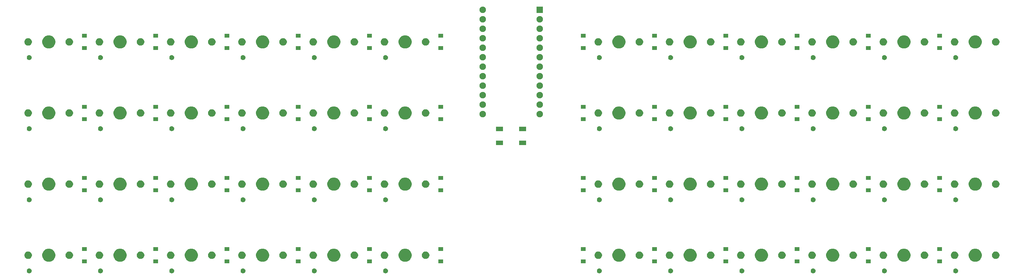
<source format=gts>
G04 #@! TF.GenerationSoftware,KiCad,Pcbnew,(5.1.5)-3*
G04 #@! TF.CreationDate,2020-07-04T14:31:02-05:00*
G04 #@! TF.ProjectId,starter-ortho,73746172-7465-4722-9d6f-7274686f2e6b,rev?*
G04 #@! TF.SameCoordinates,Original*
G04 #@! TF.FileFunction,Soldermask,Top*
G04 #@! TF.FilePolarity,Negative*
%FSLAX46Y46*%
G04 Gerber Fmt 4.6, Leading zero omitted, Abs format (unit mm)*
G04 Created by KiCad (PCBNEW (5.1.5)-3) date 2020-07-04 14:31:02*
%MOMM*%
%LPD*%
G04 APERTURE LIST*
%ADD10C,0.020000*%
G04 APERTURE END LIST*
D10*
G36*
X58469890Y-86124017D02*
G01*
X58588364Y-86173091D01*
X58694988Y-86244335D01*
X58785665Y-86335012D01*
X58856909Y-86441636D01*
X58905983Y-86560110D01*
X58931000Y-86685882D01*
X58931000Y-86814118D01*
X58905983Y-86939890D01*
X58856909Y-87058364D01*
X58785665Y-87164988D01*
X58694988Y-87255665D01*
X58588364Y-87326909D01*
X58588363Y-87326910D01*
X58588362Y-87326910D01*
X58469890Y-87375983D01*
X58344119Y-87401000D01*
X58215881Y-87401000D01*
X58090110Y-87375983D01*
X57971638Y-87326910D01*
X57971637Y-87326910D01*
X57971636Y-87326909D01*
X57865012Y-87255665D01*
X57774335Y-87164988D01*
X57703091Y-87058364D01*
X57654017Y-86939890D01*
X57629000Y-86814118D01*
X57629000Y-86685882D01*
X57654017Y-86560110D01*
X57703091Y-86441636D01*
X57774335Y-86335012D01*
X57865012Y-86244335D01*
X57971636Y-86173091D01*
X58090110Y-86124017D01*
X58215881Y-86099000D01*
X58344119Y-86099000D01*
X58469890Y-86124017D01*
G37*
G36*
X248969890Y-86124017D02*
G01*
X249088364Y-86173091D01*
X249194988Y-86244335D01*
X249285665Y-86335012D01*
X249356909Y-86441636D01*
X249405983Y-86560110D01*
X249431000Y-86685882D01*
X249431000Y-86814118D01*
X249405983Y-86939890D01*
X249356909Y-87058364D01*
X249285665Y-87164988D01*
X249194988Y-87255665D01*
X249088364Y-87326909D01*
X249088363Y-87326910D01*
X249088362Y-87326910D01*
X248969890Y-87375983D01*
X248844119Y-87401000D01*
X248715881Y-87401000D01*
X248590110Y-87375983D01*
X248471638Y-87326910D01*
X248471637Y-87326910D01*
X248471636Y-87326909D01*
X248365012Y-87255665D01*
X248274335Y-87164988D01*
X248203091Y-87058364D01*
X248154017Y-86939890D01*
X248129000Y-86814118D01*
X248129000Y-86685882D01*
X248154017Y-86560110D01*
X248203091Y-86441636D01*
X248274335Y-86335012D01*
X248365012Y-86244335D01*
X248471636Y-86173091D01*
X248590110Y-86124017D01*
X248715881Y-86099000D01*
X248844119Y-86099000D01*
X248969890Y-86124017D01*
G37*
G36*
X268019890Y-86124017D02*
G01*
X268138364Y-86173091D01*
X268244988Y-86244335D01*
X268335665Y-86335012D01*
X268406909Y-86441636D01*
X268455983Y-86560110D01*
X268481000Y-86685882D01*
X268481000Y-86814118D01*
X268455983Y-86939890D01*
X268406909Y-87058364D01*
X268335665Y-87164988D01*
X268244988Y-87255665D01*
X268138364Y-87326909D01*
X268138363Y-87326910D01*
X268138362Y-87326910D01*
X268019890Y-87375983D01*
X267894119Y-87401000D01*
X267765881Y-87401000D01*
X267640110Y-87375983D01*
X267521638Y-87326910D01*
X267521637Y-87326910D01*
X267521636Y-87326909D01*
X267415012Y-87255665D01*
X267324335Y-87164988D01*
X267253091Y-87058364D01*
X267204017Y-86939890D01*
X267179000Y-86814118D01*
X267179000Y-86685882D01*
X267204017Y-86560110D01*
X267253091Y-86441636D01*
X267324335Y-86335012D01*
X267415012Y-86244335D01*
X267521636Y-86173091D01*
X267640110Y-86124017D01*
X267765881Y-86099000D01*
X267894119Y-86099000D01*
X268019890Y-86124017D01*
G37*
G36*
X229919890Y-86124017D02*
G01*
X230038364Y-86173091D01*
X230144988Y-86244335D01*
X230235665Y-86335012D01*
X230306909Y-86441636D01*
X230355983Y-86560110D01*
X230381000Y-86685882D01*
X230381000Y-86814118D01*
X230355983Y-86939890D01*
X230306909Y-87058364D01*
X230235665Y-87164988D01*
X230144988Y-87255665D01*
X230038364Y-87326909D01*
X230038363Y-87326910D01*
X230038362Y-87326910D01*
X229919890Y-87375983D01*
X229794119Y-87401000D01*
X229665881Y-87401000D01*
X229540110Y-87375983D01*
X229421638Y-87326910D01*
X229421637Y-87326910D01*
X229421636Y-87326909D01*
X229315012Y-87255665D01*
X229224335Y-87164988D01*
X229153091Y-87058364D01*
X229104017Y-86939890D01*
X229079000Y-86814118D01*
X229079000Y-86685882D01*
X229104017Y-86560110D01*
X229153091Y-86441636D01*
X229224335Y-86335012D01*
X229315012Y-86244335D01*
X229421636Y-86173091D01*
X229540110Y-86124017D01*
X229665881Y-86099000D01*
X229794119Y-86099000D01*
X229919890Y-86124017D01*
G37*
G36*
X210869890Y-86124017D02*
G01*
X210988364Y-86173091D01*
X211094988Y-86244335D01*
X211185665Y-86335012D01*
X211256909Y-86441636D01*
X211305983Y-86560110D01*
X211331000Y-86685882D01*
X211331000Y-86814118D01*
X211305983Y-86939890D01*
X211256909Y-87058364D01*
X211185665Y-87164988D01*
X211094988Y-87255665D01*
X210988364Y-87326909D01*
X210988363Y-87326910D01*
X210988362Y-87326910D01*
X210869890Y-87375983D01*
X210744119Y-87401000D01*
X210615881Y-87401000D01*
X210490110Y-87375983D01*
X210371638Y-87326910D01*
X210371637Y-87326910D01*
X210371636Y-87326909D01*
X210265012Y-87255665D01*
X210174335Y-87164988D01*
X210103091Y-87058364D01*
X210054017Y-86939890D01*
X210029000Y-86814118D01*
X210029000Y-86685882D01*
X210054017Y-86560110D01*
X210103091Y-86441636D01*
X210174335Y-86335012D01*
X210265012Y-86244335D01*
X210371636Y-86173091D01*
X210490110Y-86124017D01*
X210615881Y-86099000D01*
X210744119Y-86099000D01*
X210869890Y-86124017D01*
G37*
G36*
X20369890Y-86124017D02*
G01*
X20488364Y-86173091D01*
X20594988Y-86244335D01*
X20685665Y-86335012D01*
X20756909Y-86441636D01*
X20805983Y-86560110D01*
X20831000Y-86685882D01*
X20831000Y-86814118D01*
X20805983Y-86939890D01*
X20756909Y-87058364D01*
X20685665Y-87164988D01*
X20594988Y-87255665D01*
X20488364Y-87326909D01*
X20488363Y-87326910D01*
X20488362Y-87326910D01*
X20369890Y-87375983D01*
X20244119Y-87401000D01*
X20115881Y-87401000D01*
X19990110Y-87375983D01*
X19871638Y-87326910D01*
X19871637Y-87326910D01*
X19871636Y-87326909D01*
X19765012Y-87255665D01*
X19674335Y-87164988D01*
X19603091Y-87058364D01*
X19554017Y-86939890D01*
X19529000Y-86814118D01*
X19529000Y-86685882D01*
X19554017Y-86560110D01*
X19603091Y-86441636D01*
X19674335Y-86335012D01*
X19765012Y-86244335D01*
X19871636Y-86173091D01*
X19990110Y-86124017D01*
X20115881Y-86099000D01*
X20244119Y-86099000D01*
X20369890Y-86124017D01*
G37*
G36*
X191819890Y-86124017D02*
G01*
X191938364Y-86173091D01*
X192044988Y-86244335D01*
X192135665Y-86335012D01*
X192206909Y-86441636D01*
X192255983Y-86560110D01*
X192281000Y-86685882D01*
X192281000Y-86814118D01*
X192255983Y-86939890D01*
X192206909Y-87058364D01*
X192135665Y-87164988D01*
X192044988Y-87255665D01*
X191938364Y-87326909D01*
X191938363Y-87326910D01*
X191938362Y-87326910D01*
X191819890Y-87375983D01*
X191694119Y-87401000D01*
X191565881Y-87401000D01*
X191440110Y-87375983D01*
X191321638Y-87326910D01*
X191321637Y-87326910D01*
X191321636Y-87326909D01*
X191215012Y-87255665D01*
X191124335Y-87164988D01*
X191053091Y-87058364D01*
X191004017Y-86939890D01*
X190979000Y-86814118D01*
X190979000Y-86685882D01*
X191004017Y-86560110D01*
X191053091Y-86441636D01*
X191124335Y-86335012D01*
X191215012Y-86244335D01*
X191321636Y-86173091D01*
X191440110Y-86124017D01*
X191565881Y-86099000D01*
X191694119Y-86099000D01*
X191819890Y-86124017D01*
G37*
G36*
X172769890Y-86124017D02*
G01*
X172888364Y-86173091D01*
X172994988Y-86244335D01*
X173085665Y-86335012D01*
X173156909Y-86441636D01*
X173205983Y-86560110D01*
X173231000Y-86685882D01*
X173231000Y-86814118D01*
X173205983Y-86939890D01*
X173156909Y-87058364D01*
X173085665Y-87164988D01*
X172994988Y-87255665D01*
X172888364Y-87326909D01*
X172888363Y-87326910D01*
X172888362Y-87326910D01*
X172769890Y-87375983D01*
X172644119Y-87401000D01*
X172515881Y-87401000D01*
X172390110Y-87375983D01*
X172271638Y-87326910D01*
X172271637Y-87326910D01*
X172271636Y-87326909D01*
X172165012Y-87255665D01*
X172074335Y-87164988D01*
X172003091Y-87058364D01*
X171954017Y-86939890D01*
X171929000Y-86814118D01*
X171929000Y-86685882D01*
X171954017Y-86560110D01*
X172003091Y-86441636D01*
X172074335Y-86335012D01*
X172165012Y-86244335D01*
X172271636Y-86173091D01*
X172390110Y-86124017D01*
X172515881Y-86099000D01*
X172644119Y-86099000D01*
X172769890Y-86124017D01*
G37*
G36*
X115619890Y-86124017D02*
G01*
X115738364Y-86173091D01*
X115844988Y-86244335D01*
X115935665Y-86335012D01*
X116006909Y-86441636D01*
X116055983Y-86560110D01*
X116081000Y-86685882D01*
X116081000Y-86814118D01*
X116055983Y-86939890D01*
X116006909Y-87058364D01*
X115935665Y-87164988D01*
X115844988Y-87255665D01*
X115738364Y-87326909D01*
X115738363Y-87326910D01*
X115738362Y-87326910D01*
X115619890Y-87375983D01*
X115494119Y-87401000D01*
X115365881Y-87401000D01*
X115240110Y-87375983D01*
X115121638Y-87326910D01*
X115121637Y-87326910D01*
X115121636Y-87326909D01*
X115015012Y-87255665D01*
X114924335Y-87164988D01*
X114853091Y-87058364D01*
X114804017Y-86939890D01*
X114779000Y-86814118D01*
X114779000Y-86685882D01*
X114804017Y-86560110D01*
X114853091Y-86441636D01*
X114924335Y-86335012D01*
X115015012Y-86244335D01*
X115121636Y-86173091D01*
X115240110Y-86124017D01*
X115365881Y-86099000D01*
X115494119Y-86099000D01*
X115619890Y-86124017D01*
G37*
G36*
X96569890Y-86124017D02*
G01*
X96688364Y-86173091D01*
X96794988Y-86244335D01*
X96885665Y-86335012D01*
X96956909Y-86441636D01*
X97005983Y-86560110D01*
X97031000Y-86685882D01*
X97031000Y-86814118D01*
X97005983Y-86939890D01*
X96956909Y-87058364D01*
X96885665Y-87164988D01*
X96794988Y-87255665D01*
X96688364Y-87326909D01*
X96688363Y-87326910D01*
X96688362Y-87326910D01*
X96569890Y-87375983D01*
X96444119Y-87401000D01*
X96315881Y-87401000D01*
X96190110Y-87375983D01*
X96071638Y-87326910D01*
X96071637Y-87326910D01*
X96071636Y-87326909D01*
X95965012Y-87255665D01*
X95874335Y-87164988D01*
X95803091Y-87058364D01*
X95754017Y-86939890D01*
X95729000Y-86814118D01*
X95729000Y-86685882D01*
X95754017Y-86560110D01*
X95803091Y-86441636D01*
X95874335Y-86335012D01*
X95965012Y-86244335D01*
X96071636Y-86173091D01*
X96190110Y-86124017D01*
X96315881Y-86099000D01*
X96444119Y-86099000D01*
X96569890Y-86124017D01*
G37*
G36*
X39419890Y-86124017D02*
G01*
X39538364Y-86173091D01*
X39644988Y-86244335D01*
X39735665Y-86335012D01*
X39806909Y-86441636D01*
X39855983Y-86560110D01*
X39881000Y-86685882D01*
X39881000Y-86814118D01*
X39855983Y-86939890D01*
X39806909Y-87058364D01*
X39735665Y-87164988D01*
X39644988Y-87255665D01*
X39538364Y-87326909D01*
X39538363Y-87326910D01*
X39538362Y-87326910D01*
X39419890Y-87375983D01*
X39294119Y-87401000D01*
X39165881Y-87401000D01*
X39040110Y-87375983D01*
X38921638Y-87326910D01*
X38921637Y-87326910D01*
X38921636Y-87326909D01*
X38815012Y-87255665D01*
X38724335Y-87164988D01*
X38653091Y-87058364D01*
X38604017Y-86939890D01*
X38579000Y-86814118D01*
X38579000Y-86685882D01*
X38604017Y-86560110D01*
X38653091Y-86441636D01*
X38724335Y-86335012D01*
X38815012Y-86244335D01*
X38921636Y-86173091D01*
X39040110Y-86124017D01*
X39165881Y-86099000D01*
X39294119Y-86099000D01*
X39419890Y-86124017D01*
G37*
G36*
X77519890Y-86124017D02*
G01*
X77638364Y-86173091D01*
X77744988Y-86244335D01*
X77835665Y-86335012D01*
X77906909Y-86441636D01*
X77955983Y-86560110D01*
X77981000Y-86685882D01*
X77981000Y-86814118D01*
X77955983Y-86939890D01*
X77906909Y-87058364D01*
X77835665Y-87164988D01*
X77744988Y-87255665D01*
X77638364Y-87326909D01*
X77638363Y-87326910D01*
X77638362Y-87326910D01*
X77519890Y-87375983D01*
X77394119Y-87401000D01*
X77265881Y-87401000D01*
X77140110Y-87375983D01*
X77021638Y-87326910D01*
X77021637Y-87326910D01*
X77021636Y-87326909D01*
X76915012Y-87255665D01*
X76824335Y-87164988D01*
X76753091Y-87058364D01*
X76704017Y-86939890D01*
X76679000Y-86814118D01*
X76679000Y-86685882D01*
X76704017Y-86560110D01*
X76753091Y-86441636D01*
X76824335Y-86335012D01*
X76915012Y-86244335D01*
X77021636Y-86173091D01*
X77140110Y-86124017D01*
X77265881Y-86099000D01*
X77394119Y-86099000D01*
X77519890Y-86124017D01*
G37*
G36*
X111776000Y-84701000D02*
G01*
X110474000Y-84701000D01*
X110474000Y-83699000D01*
X111776000Y-83699000D01*
X111776000Y-84701000D01*
G37*
G36*
X54626000Y-84701000D02*
G01*
X53324000Y-84701000D01*
X53324000Y-83699000D01*
X54626000Y-83699000D01*
X54626000Y-84701000D01*
G37*
G36*
X264176000Y-84701000D02*
G01*
X262874000Y-84701000D01*
X262874000Y-83699000D01*
X264176000Y-83699000D01*
X264176000Y-84701000D01*
G37*
G36*
X245126000Y-84701000D02*
G01*
X243824000Y-84701000D01*
X243824000Y-83699000D01*
X245126000Y-83699000D01*
X245126000Y-84701000D01*
G37*
G36*
X226076000Y-84701000D02*
G01*
X224774000Y-84701000D01*
X224774000Y-83699000D01*
X226076000Y-83699000D01*
X226076000Y-84701000D01*
G37*
G36*
X207026000Y-84701000D02*
G01*
X205724000Y-84701000D01*
X205724000Y-83699000D01*
X207026000Y-83699000D01*
X207026000Y-84701000D01*
G37*
G36*
X187976000Y-84701000D02*
G01*
X186674000Y-84701000D01*
X186674000Y-83699000D01*
X187976000Y-83699000D01*
X187976000Y-84701000D01*
G37*
G36*
X168926000Y-84701000D02*
G01*
X167624000Y-84701000D01*
X167624000Y-83699000D01*
X168926000Y-83699000D01*
X168926000Y-84701000D01*
G37*
G36*
X130826000Y-84701000D02*
G01*
X129524000Y-84701000D01*
X129524000Y-83699000D01*
X130826000Y-83699000D01*
X130826000Y-84701000D01*
G37*
G36*
X92726000Y-84701000D02*
G01*
X91424000Y-84701000D01*
X91424000Y-83699000D01*
X92726000Y-83699000D01*
X92726000Y-84701000D01*
G37*
G36*
X35576000Y-84701000D02*
G01*
X34274000Y-84701000D01*
X34274000Y-83699000D01*
X35576000Y-83699000D01*
X35576000Y-84701000D01*
G37*
G36*
X73676000Y-84701000D02*
G01*
X72374000Y-84701000D01*
X72374000Y-83699000D01*
X73676000Y-83699000D01*
X73676000Y-84701000D01*
G37*
G36*
X82947985Y-80843860D02*
G01*
X83060748Y-80866290D01*
X83192741Y-80920963D01*
X83379408Y-80998283D01*
X83666196Y-81189909D01*
X83910091Y-81433804D01*
X84101717Y-81720592D01*
X84179037Y-81907259D01*
X84233710Y-82039252D01*
X84240990Y-82075851D01*
X84301000Y-82377540D01*
X84301000Y-82722460D01*
X84256140Y-82947985D01*
X84240990Y-83024151D01*
X84233710Y-83060747D01*
X84101717Y-83379408D01*
X83910091Y-83666196D01*
X83666196Y-83910091D01*
X83379408Y-84101717D01*
X83192741Y-84179037D01*
X83060748Y-84233710D01*
X82947985Y-84256140D01*
X82722460Y-84301000D01*
X82377540Y-84301000D01*
X82152015Y-84256140D01*
X82039252Y-84233710D01*
X81907259Y-84179037D01*
X81720592Y-84101717D01*
X81433804Y-83910091D01*
X81189909Y-83666196D01*
X80998283Y-83379408D01*
X80866290Y-83060747D01*
X80859011Y-83024151D01*
X80843860Y-82947985D01*
X80799000Y-82722460D01*
X80799000Y-82377540D01*
X80859010Y-82075851D01*
X80866290Y-82039252D01*
X80920963Y-81907259D01*
X80998283Y-81720592D01*
X81189909Y-81433804D01*
X81433804Y-81189909D01*
X81720592Y-80998283D01*
X81907259Y-80920963D01*
X82039252Y-80866290D01*
X82152015Y-80843860D01*
X82377540Y-80799000D01*
X82722460Y-80799000D01*
X82947985Y-80843860D01*
G37*
G36*
X254397985Y-80843860D02*
G01*
X254510748Y-80866290D01*
X254642741Y-80920963D01*
X254829408Y-80998283D01*
X255116196Y-81189909D01*
X255360091Y-81433804D01*
X255551717Y-81720592D01*
X255629037Y-81907259D01*
X255683710Y-82039252D01*
X255690990Y-82075851D01*
X255751000Y-82377540D01*
X255751000Y-82722460D01*
X255706140Y-82947985D01*
X255690990Y-83024151D01*
X255683710Y-83060747D01*
X255551717Y-83379408D01*
X255360091Y-83666196D01*
X255116196Y-83910091D01*
X254829408Y-84101717D01*
X254642741Y-84179037D01*
X254510748Y-84233710D01*
X254397985Y-84256140D01*
X254172460Y-84301000D01*
X253827540Y-84301000D01*
X253602015Y-84256140D01*
X253489252Y-84233710D01*
X253357259Y-84179037D01*
X253170592Y-84101717D01*
X252883804Y-83910091D01*
X252639909Y-83666196D01*
X252448283Y-83379408D01*
X252316290Y-83060747D01*
X252309011Y-83024151D01*
X252293860Y-82947985D01*
X252249000Y-82722460D01*
X252249000Y-82377540D01*
X252309010Y-82075851D01*
X252316290Y-82039252D01*
X252370963Y-81907259D01*
X252448283Y-81720592D01*
X252639909Y-81433804D01*
X252883804Y-81189909D01*
X253170592Y-80998283D01*
X253357259Y-80920963D01*
X253489252Y-80866290D01*
X253602015Y-80843860D01*
X253827540Y-80799000D01*
X254172460Y-80799000D01*
X254397985Y-80843860D01*
G37*
G36*
X273447985Y-80843860D02*
G01*
X273560748Y-80866290D01*
X273692741Y-80920963D01*
X273879408Y-80998283D01*
X274166196Y-81189909D01*
X274410091Y-81433804D01*
X274601717Y-81720592D01*
X274679037Y-81907259D01*
X274733710Y-82039252D01*
X274740990Y-82075851D01*
X274801000Y-82377540D01*
X274801000Y-82722460D01*
X274756140Y-82947985D01*
X274740990Y-83024151D01*
X274733710Y-83060747D01*
X274601717Y-83379408D01*
X274410091Y-83666196D01*
X274166196Y-83910091D01*
X273879408Y-84101717D01*
X273692741Y-84179037D01*
X273560748Y-84233710D01*
X273447985Y-84256140D01*
X273222460Y-84301000D01*
X272877540Y-84301000D01*
X272652015Y-84256140D01*
X272539252Y-84233710D01*
X272407259Y-84179037D01*
X272220592Y-84101717D01*
X271933804Y-83910091D01*
X271689909Y-83666196D01*
X271498283Y-83379408D01*
X271366290Y-83060747D01*
X271359011Y-83024151D01*
X271343860Y-82947985D01*
X271299000Y-82722460D01*
X271299000Y-82377540D01*
X271359010Y-82075851D01*
X271366290Y-82039252D01*
X271420963Y-81907259D01*
X271498283Y-81720592D01*
X271689909Y-81433804D01*
X271933804Y-81189909D01*
X272220592Y-80998283D01*
X272407259Y-80920963D01*
X272539252Y-80866290D01*
X272652015Y-80843860D01*
X272877540Y-80799000D01*
X273222460Y-80799000D01*
X273447985Y-80843860D01*
G37*
G36*
X63897985Y-80843860D02*
G01*
X64010748Y-80866290D01*
X64142741Y-80920963D01*
X64329408Y-80998283D01*
X64616196Y-81189909D01*
X64860091Y-81433804D01*
X65051717Y-81720592D01*
X65129037Y-81907259D01*
X65183710Y-82039252D01*
X65190990Y-82075851D01*
X65251000Y-82377540D01*
X65251000Y-82722460D01*
X65206140Y-82947985D01*
X65190990Y-83024151D01*
X65183710Y-83060747D01*
X65051717Y-83379408D01*
X64860091Y-83666196D01*
X64616196Y-83910091D01*
X64329408Y-84101717D01*
X64142741Y-84179037D01*
X64010748Y-84233710D01*
X63897985Y-84256140D01*
X63672460Y-84301000D01*
X63327540Y-84301000D01*
X63102015Y-84256140D01*
X62989252Y-84233710D01*
X62857259Y-84179037D01*
X62670592Y-84101717D01*
X62383804Y-83910091D01*
X62139909Y-83666196D01*
X61948283Y-83379408D01*
X61816290Y-83060747D01*
X61809011Y-83024151D01*
X61793860Y-82947985D01*
X61749000Y-82722460D01*
X61749000Y-82377540D01*
X61809010Y-82075851D01*
X61816290Y-82039252D01*
X61870963Y-81907259D01*
X61948283Y-81720592D01*
X62139909Y-81433804D01*
X62383804Y-81189909D01*
X62670592Y-80998283D01*
X62857259Y-80920963D01*
X62989252Y-80866290D01*
X63102015Y-80843860D01*
X63327540Y-80799000D01*
X63672460Y-80799000D01*
X63897985Y-80843860D01*
G37*
G36*
X235347985Y-80843860D02*
G01*
X235460748Y-80866290D01*
X235592741Y-80920963D01*
X235779408Y-80998283D01*
X236066196Y-81189909D01*
X236310091Y-81433804D01*
X236501717Y-81720592D01*
X236579037Y-81907259D01*
X236633710Y-82039252D01*
X236640990Y-82075851D01*
X236701000Y-82377540D01*
X236701000Y-82722460D01*
X236656140Y-82947985D01*
X236640990Y-83024151D01*
X236633710Y-83060747D01*
X236501717Y-83379408D01*
X236310091Y-83666196D01*
X236066196Y-83910091D01*
X235779408Y-84101717D01*
X235592741Y-84179037D01*
X235460748Y-84233710D01*
X235347985Y-84256140D01*
X235122460Y-84301000D01*
X234777540Y-84301000D01*
X234552015Y-84256140D01*
X234439252Y-84233710D01*
X234307259Y-84179037D01*
X234120592Y-84101717D01*
X233833804Y-83910091D01*
X233589909Y-83666196D01*
X233398283Y-83379408D01*
X233266290Y-83060747D01*
X233259011Y-83024151D01*
X233243860Y-82947985D01*
X233199000Y-82722460D01*
X233199000Y-82377540D01*
X233259010Y-82075851D01*
X233266290Y-82039252D01*
X233320963Y-81907259D01*
X233398283Y-81720592D01*
X233589909Y-81433804D01*
X233833804Y-81189909D01*
X234120592Y-80998283D01*
X234307259Y-80920963D01*
X234439252Y-80866290D01*
X234552015Y-80843860D01*
X234777540Y-80799000D01*
X235122460Y-80799000D01*
X235347985Y-80843860D01*
G37*
G36*
X25797985Y-80843860D02*
G01*
X25910748Y-80866290D01*
X26042741Y-80920963D01*
X26229408Y-80998283D01*
X26516196Y-81189909D01*
X26760091Y-81433804D01*
X26951717Y-81720592D01*
X27029037Y-81907259D01*
X27083710Y-82039252D01*
X27090990Y-82075851D01*
X27151000Y-82377540D01*
X27151000Y-82722460D01*
X27106140Y-82947985D01*
X27090990Y-83024151D01*
X27083710Y-83060747D01*
X26951717Y-83379408D01*
X26760091Y-83666196D01*
X26516196Y-83910091D01*
X26229408Y-84101717D01*
X26042741Y-84179037D01*
X25910748Y-84233710D01*
X25797985Y-84256140D01*
X25572460Y-84301000D01*
X25227540Y-84301000D01*
X25002015Y-84256140D01*
X24889252Y-84233710D01*
X24757259Y-84179037D01*
X24570592Y-84101717D01*
X24283804Y-83910091D01*
X24039909Y-83666196D01*
X23848283Y-83379408D01*
X23716290Y-83060747D01*
X23709011Y-83024151D01*
X23693860Y-82947985D01*
X23649000Y-82722460D01*
X23649000Y-82377540D01*
X23709010Y-82075851D01*
X23716290Y-82039252D01*
X23770963Y-81907259D01*
X23848283Y-81720592D01*
X24039909Y-81433804D01*
X24283804Y-81189909D01*
X24570592Y-80998283D01*
X24757259Y-80920963D01*
X24889252Y-80866290D01*
X25002015Y-80843860D01*
X25227540Y-80799000D01*
X25572460Y-80799000D01*
X25797985Y-80843860D01*
G37*
G36*
X178197985Y-80843860D02*
G01*
X178310748Y-80866290D01*
X178442741Y-80920963D01*
X178629408Y-80998283D01*
X178916196Y-81189909D01*
X179160091Y-81433804D01*
X179351717Y-81720592D01*
X179429037Y-81907259D01*
X179483710Y-82039252D01*
X179490990Y-82075851D01*
X179551000Y-82377540D01*
X179551000Y-82722460D01*
X179506140Y-82947985D01*
X179490990Y-83024151D01*
X179483710Y-83060747D01*
X179351717Y-83379408D01*
X179160091Y-83666196D01*
X178916196Y-83910091D01*
X178629408Y-84101717D01*
X178442741Y-84179037D01*
X178310748Y-84233710D01*
X178197985Y-84256140D01*
X177972460Y-84301000D01*
X177627540Y-84301000D01*
X177402015Y-84256140D01*
X177289252Y-84233710D01*
X177157259Y-84179037D01*
X176970592Y-84101717D01*
X176683804Y-83910091D01*
X176439909Y-83666196D01*
X176248283Y-83379408D01*
X176116290Y-83060747D01*
X176109011Y-83024151D01*
X176093860Y-82947985D01*
X176049000Y-82722460D01*
X176049000Y-82377540D01*
X176109010Y-82075851D01*
X176116290Y-82039252D01*
X176170963Y-81907259D01*
X176248283Y-81720592D01*
X176439909Y-81433804D01*
X176683804Y-81189909D01*
X176970592Y-80998283D01*
X177157259Y-80920963D01*
X177289252Y-80866290D01*
X177402015Y-80843860D01*
X177627540Y-80799000D01*
X177972460Y-80799000D01*
X178197985Y-80843860D01*
G37*
G36*
X216297985Y-80843860D02*
G01*
X216410748Y-80866290D01*
X216542741Y-80920963D01*
X216729408Y-80998283D01*
X217016196Y-81189909D01*
X217260091Y-81433804D01*
X217451717Y-81720592D01*
X217529037Y-81907259D01*
X217583710Y-82039252D01*
X217590990Y-82075851D01*
X217651000Y-82377540D01*
X217651000Y-82722460D01*
X217606140Y-82947985D01*
X217590990Y-83024151D01*
X217583710Y-83060747D01*
X217451717Y-83379408D01*
X217260091Y-83666196D01*
X217016196Y-83910091D01*
X216729408Y-84101717D01*
X216542741Y-84179037D01*
X216410748Y-84233710D01*
X216297985Y-84256140D01*
X216072460Y-84301000D01*
X215727540Y-84301000D01*
X215502015Y-84256140D01*
X215389252Y-84233710D01*
X215257259Y-84179037D01*
X215070592Y-84101717D01*
X214783804Y-83910091D01*
X214539909Y-83666196D01*
X214348283Y-83379408D01*
X214216290Y-83060747D01*
X214209011Y-83024151D01*
X214193860Y-82947985D01*
X214149000Y-82722460D01*
X214149000Y-82377540D01*
X214209010Y-82075851D01*
X214216290Y-82039252D01*
X214270963Y-81907259D01*
X214348283Y-81720592D01*
X214539909Y-81433804D01*
X214783804Y-81189909D01*
X215070592Y-80998283D01*
X215257259Y-80920963D01*
X215389252Y-80866290D01*
X215502015Y-80843860D01*
X215727540Y-80799000D01*
X216072460Y-80799000D01*
X216297985Y-80843860D01*
G37*
G36*
X44847985Y-80843860D02*
G01*
X44960748Y-80866290D01*
X45092741Y-80920963D01*
X45279408Y-80998283D01*
X45566196Y-81189909D01*
X45810091Y-81433804D01*
X46001717Y-81720592D01*
X46079037Y-81907259D01*
X46133710Y-82039252D01*
X46140990Y-82075851D01*
X46201000Y-82377540D01*
X46201000Y-82722460D01*
X46156140Y-82947985D01*
X46140990Y-83024151D01*
X46133710Y-83060747D01*
X46001717Y-83379408D01*
X45810091Y-83666196D01*
X45566196Y-83910091D01*
X45279408Y-84101717D01*
X45092741Y-84179037D01*
X44960748Y-84233710D01*
X44847985Y-84256140D01*
X44622460Y-84301000D01*
X44277540Y-84301000D01*
X44052015Y-84256140D01*
X43939252Y-84233710D01*
X43807259Y-84179037D01*
X43620592Y-84101717D01*
X43333804Y-83910091D01*
X43089909Y-83666196D01*
X42898283Y-83379408D01*
X42766290Y-83060747D01*
X42759011Y-83024151D01*
X42743860Y-82947985D01*
X42699000Y-82722460D01*
X42699000Y-82377540D01*
X42759010Y-82075851D01*
X42766290Y-82039252D01*
X42820963Y-81907259D01*
X42898283Y-81720592D01*
X43089909Y-81433804D01*
X43333804Y-81189909D01*
X43620592Y-80998283D01*
X43807259Y-80920963D01*
X43939252Y-80866290D01*
X44052015Y-80843860D01*
X44277540Y-80799000D01*
X44622460Y-80799000D01*
X44847985Y-80843860D01*
G37*
G36*
X121047985Y-80843860D02*
G01*
X121160748Y-80866290D01*
X121292741Y-80920963D01*
X121479408Y-80998283D01*
X121766196Y-81189909D01*
X122010091Y-81433804D01*
X122201717Y-81720592D01*
X122279037Y-81907259D01*
X122333710Y-82039252D01*
X122340990Y-82075851D01*
X122401000Y-82377540D01*
X122401000Y-82722460D01*
X122356140Y-82947985D01*
X122340990Y-83024151D01*
X122333710Y-83060747D01*
X122201717Y-83379408D01*
X122010091Y-83666196D01*
X121766196Y-83910091D01*
X121479408Y-84101717D01*
X121292741Y-84179037D01*
X121160748Y-84233710D01*
X121047985Y-84256140D01*
X120822460Y-84301000D01*
X120477540Y-84301000D01*
X120252015Y-84256140D01*
X120139252Y-84233710D01*
X120007259Y-84179037D01*
X119820592Y-84101717D01*
X119533804Y-83910091D01*
X119289909Y-83666196D01*
X119098283Y-83379408D01*
X118966290Y-83060747D01*
X118959011Y-83024151D01*
X118943860Y-82947985D01*
X118899000Y-82722460D01*
X118899000Y-82377540D01*
X118959010Y-82075851D01*
X118966290Y-82039252D01*
X119020963Y-81907259D01*
X119098283Y-81720592D01*
X119289909Y-81433804D01*
X119533804Y-81189909D01*
X119820592Y-80998283D01*
X120007259Y-80920963D01*
X120139252Y-80866290D01*
X120252015Y-80843860D01*
X120477540Y-80799000D01*
X120822460Y-80799000D01*
X121047985Y-80843860D01*
G37*
G36*
X101997985Y-80843860D02*
G01*
X102110748Y-80866290D01*
X102242741Y-80920963D01*
X102429408Y-80998283D01*
X102716196Y-81189909D01*
X102960091Y-81433804D01*
X103151717Y-81720592D01*
X103229037Y-81907259D01*
X103283710Y-82039252D01*
X103290990Y-82075851D01*
X103351000Y-82377540D01*
X103351000Y-82722460D01*
X103306140Y-82947985D01*
X103290990Y-83024151D01*
X103283710Y-83060747D01*
X103151717Y-83379408D01*
X102960091Y-83666196D01*
X102716196Y-83910091D01*
X102429408Y-84101717D01*
X102242741Y-84179037D01*
X102110748Y-84233710D01*
X101997985Y-84256140D01*
X101772460Y-84301000D01*
X101427540Y-84301000D01*
X101202015Y-84256140D01*
X101089252Y-84233710D01*
X100957259Y-84179037D01*
X100770592Y-84101717D01*
X100483804Y-83910091D01*
X100239909Y-83666196D01*
X100048283Y-83379408D01*
X99916290Y-83060747D01*
X99909011Y-83024151D01*
X99893860Y-82947985D01*
X99849000Y-82722460D01*
X99849000Y-82377540D01*
X99909010Y-82075851D01*
X99916290Y-82039252D01*
X99970963Y-81907259D01*
X100048283Y-81720592D01*
X100239909Y-81433804D01*
X100483804Y-81189909D01*
X100770592Y-80998283D01*
X100957259Y-80920963D01*
X101089252Y-80866290D01*
X101202015Y-80843860D01*
X101427540Y-80799000D01*
X101772460Y-80799000D01*
X101997985Y-80843860D01*
G37*
G36*
X197247985Y-80843860D02*
G01*
X197360748Y-80866290D01*
X197492741Y-80920963D01*
X197679408Y-80998283D01*
X197966196Y-81189909D01*
X198210091Y-81433804D01*
X198401717Y-81720592D01*
X198479037Y-81907259D01*
X198533710Y-82039252D01*
X198540990Y-82075851D01*
X198601000Y-82377540D01*
X198601000Y-82722460D01*
X198556140Y-82947985D01*
X198540990Y-83024151D01*
X198533710Y-83060747D01*
X198401717Y-83379408D01*
X198210091Y-83666196D01*
X197966196Y-83910091D01*
X197679408Y-84101717D01*
X197492741Y-84179037D01*
X197360748Y-84233710D01*
X197247985Y-84256140D01*
X197022460Y-84301000D01*
X196677540Y-84301000D01*
X196452015Y-84256140D01*
X196339252Y-84233710D01*
X196207259Y-84179037D01*
X196020592Y-84101717D01*
X195733804Y-83910091D01*
X195489909Y-83666196D01*
X195298283Y-83379408D01*
X195166290Y-83060747D01*
X195159011Y-83024151D01*
X195143860Y-82947985D01*
X195099000Y-82722460D01*
X195099000Y-82377540D01*
X195159010Y-82075851D01*
X195166290Y-82039252D01*
X195220963Y-81907259D01*
X195298283Y-81720592D01*
X195489909Y-81433804D01*
X195733804Y-81189909D01*
X196020592Y-80998283D01*
X196207259Y-80920963D01*
X196339252Y-80866290D01*
X196452015Y-80843860D01*
X196677540Y-80799000D01*
X197022460Y-80799000D01*
X197247985Y-80843860D01*
G37*
G36*
X221691981Y-81587468D02*
G01*
X221874151Y-81662926D01*
X222038100Y-81772473D01*
X222177527Y-81911900D01*
X222287074Y-82075849D01*
X222362532Y-82258019D01*
X222401000Y-82451410D01*
X222401000Y-82648590D01*
X222362532Y-82841981D01*
X222287074Y-83024151D01*
X222177527Y-83188100D01*
X222038100Y-83327527D01*
X221874151Y-83437074D01*
X221691981Y-83512532D01*
X221498591Y-83551000D01*
X221301409Y-83551000D01*
X221204715Y-83531766D01*
X221108019Y-83512532D01*
X220925849Y-83437074D01*
X220761900Y-83327527D01*
X220622473Y-83188100D01*
X220512926Y-83024151D01*
X220437468Y-82841981D01*
X220399000Y-82648590D01*
X220399000Y-82451410D01*
X220437468Y-82258019D01*
X220512926Y-82075849D01*
X220622473Y-81911900D01*
X220761900Y-81772473D01*
X220925849Y-81662926D01*
X221108019Y-81587468D01*
X221204715Y-81568234D01*
X221301409Y-81549000D01*
X221498591Y-81549000D01*
X221691981Y-81587468D01*
G37*
G36*
X115441981Y-81587468D02*
G01*
X115624151Y-81662926D01*
X115788100Y-81772473D01*
X115927527Y-81911900D01*
X116037074Y-82075849D01*
X116112532Y-82258019D01*
X116151000Y-82451410D01*
X116151000Y-82648590D01*
X116112532Y-82841981D01*
X116037074Y-83024151D01*
X115927527Y-83188100D01*
X115788100Y-83327527D01*
X115624151Y-83437074D01*
X115441981Y-83512532D01*
X115345285Y-83531766D01*
X115248591Y-83551000D01*
X115051409Y-83551000D01*
X114954715Y-83531766D01*
X114858019Y-83512532D01*
X114675849Y-83437074D01*
X114511900Y-83327527D01*
X114372473Y-83188100D01*
X114262926Y-83024151D01*
X114187468Y-82841981D01*
X114149000Y-82648590D01*
X114149000Y-82451410D01*
X114187468Y-82258019D01*
X114262926Y-82075849D01*
X114372473Y-81911900D01*
X114511900Y-81772473D01*
X114675849Y-81662926D01*
X114858019Y-81587468D01*
X115051409Y-81549000D01*
X115248591Y-81549000D01*
X115441981Y-81587468D01*
G37*
G36*
X126441981Y-81587468D02*
G01*
X126624151Y-81662926D01*
X126788100Y-81772473D01*
X126927527Y-81911900D01*
X127037074Y-82075849D01*
X127112532Y-82258019D01*
X127151000Y-82451410D01*
X127151000Y-82648590D01*
X127112532Y-82841981D01*
X127037074Y-83024151D01*
X126927527Y-83188100D01*
X126788100Y-83327527D01*
X126624151Y-83437074D01*
X126441981Y-83512532D01*
X126248591Y-83551000D01*
X126051409Y-83551000D01*
X125954715Y-83531766D01*
X125858019Y-83512532D01*
X125675849Y-83437074D01*
X125511900Y-83327527D01*
X125372473Y-83188100D01*
X125262926Y-83024151D01*
X125187468Y-82841981D01*
X125149000Y-82648590D01*
X125149000Y-82451410D01*
X125187468Y-82258019D01*
X125262926Y-82075849D01*
X125372473Y-81911900D01*
X125511900Y-81772473D01*
X125675849Y-81662926D01*
X125858019Y-81587468D01*
X126051409Y-81549000D01*
X126248591Y-81549000D01*
X126441981Y-81587468D01*
G37*
G36*
X210691981Y-81587468D02*
G01*
X210874151Y-81662926D01*
X211038100Y-81772473D01*
X211177527Y-81911900D01*
X211287074Y-82075849D01*
X211362532Y-82258019D01*
X211401000Y-82451410D01*
X211401000Y-82648590D01*
X211362532Y-82841981D01*
X211287074Y-83024151D01*
X211177527Y-83188100D01*
X211038100Y-83327527D01*
X210874151Y-83437074D01*
X210691981Y-83512532D01*
X210498591Y-83551000D01*
X210301409Y-83551000D01*
X210204715Y-83531766D01*
X210108019Y-83512532D01*
X209925849Y-83437074D01*
X209761900Y-83327527D01*
X209622473Y-83188100D01*
X209512926Y-83024151D01*
X209437468Y-82841981D01*
X209399000Y-82648590D01*
X209399000Y-82451410D01*
X209437468Y-82258019D01*
X209512926Y-82075849D01*
X209622473Y-81911900D01*
X209761900Y-81772473D01*
X209925849Y-81662926D01*
X210108019Y-81587468D01*
X210204715Y-81568234D01*
X210301409Y-81549000D01*
X210498591Y-81549000D01*
X210691981Y-81587468D01*
G37*
G36*
X39241981Y-81587468D02*
G01*
X39424151Y-81662926D01*
X39588100Y-81772473D01*
X39727527Y-81911900D01*
X39837074Y-82075849D01*
X39912532Y-82258019D01*
X39951000Y-82451410D01*
X39951000Y-82648590D01*
X39912532Y-82841981D01*
X39837074Y-83024151D01*
X39727527Y-83188100D01*
X39588100Y-83327527D01*
X39424151Y-83437074D01*
X39241981Y-83512532D01*
X39145285Y-83531766D01*
X39048591Y-83551000D01*
X38851409Y-83551000D01*
X38754715Y-83531766D01*
X38658019Y-83512532D01*
X38475849Y-83437074D01*
X38311900Y-83327527D01*
X38172473Y-83188100D01*
X38062926Y-83024151D01*
X37987468Y-82841981D01*
X37949000Y-82648590D01*
X37949000Y-82451410D01*
X37987468Y-82258019D01*
X38062926Y-82075849D01*
X38172473Y-81911900D01*
X38311900Y-81772473D01*
X38475849Y-81662926D01*
X38658019Y-81587468D01*
X38851409Y-81549000D01*
X39048591Y-81549000D01*
X39241981Y-81587468D01*
G37*
G36*
X240741981Y-81587468D02*
G01*
X240924151Y-81662926D01*
X241088100Y-81772473D01*
X241227527Y-81911900D01*
X241337074Y-82075849D01*
X241412532Y-82258019D01*
X241451000Y-82451410D01*
X241451000Y-82648590D01*
X241412532Y-82841981D01*
X241337074Y-83024151D01*
X241227527Y-83188100D01*
X241088100Y-83327527D01*
X240924151Y-83437074D01*
X240741981Y-83512532D01*
X240548591Y-83551000D01*
X240351409Y-83551000D01*
X240254715Y-83531766D01*
X240158019Y-83512532D01*
X239975849Y-83437074D01*
X239811900Y-83327527D01*
X239672473Y-83188100D01*
X239562926Y-83024151D01*
X239487468Y-82841981D01*
X239449000Y-82648590D01*
X239449000Y-82451410D01*
X239487468Y-82258019D01*
X239562926Y-82075849D01*
X239672473Y-81911900D01*
X239811900Y-81772473D01*
X239975849Y-81662926D01*
X240158019Y-81587468D01*
X240254715Y-81568234D01*
X240351409Y-81549000D01*
X240548591Y-81549000D01*
X240741981Y-81587468D01*
G37*
G36*
X172591981Y-81587468D02*
G01*
X172774151Y-81662926D01*
X172938100Y-81772473D01*
X173077527Y-81911900D01*
X173187074Y-82075849D01*
X173262532Y-82258019D01*
X173301000Y-82451410D01*
X173301000Y-82648590D01*
X173262532Y-82841981D01*
X173187074Y-83024151D01*
X173077527Y-83188100D01*
X172938100Y-83327527D01*
X172774151Y-83437074D01*
X172591981Y-83512532D01*
X172398591Y-83551000D01*
X172201409Y-83551000D01*
X172104715Y-83531766D01*
X172008019Y-83512532D01*
X171825849Y-83437074D01*
X171661900Y-83327527D01*
X171522473Y-83188100D01*
X171412926Y-83024151D01*
X171337468Y-82841981D01*
X171299000Y-82648590D01*
X171299000Y-82451410D01*
X171337468Y-82258019D01*
X171412926Y-82075849D01*
X171522473Y-81911900D01*
X171661900Y-81772473D01*
X171825849Y-81662926D01*
X172008019Y-81587468D01*
X172104715Y-81568234D01*
X172201409Y-81549000D01*
X172398591Y-81549000D01*
X172591981Y-81587468D01*
G37*
G36*
X183591981Y-81587468D02*
G01*
X183774151Y-81662926D01*
X183938100Y-81772473D01*
X184077527Y-81911900D01*
X184187074Y-82075849D01*
X184262532Y-82258019D01*
X184301000Y-82451410D01*
X184301000Y-82648590D01*
X184262532Y-82841981D01*
X184187074Y-83024151D01*
X184077527Y-83188100D01*
X183938100Y-83327527D01*
X183774151Y-83437074D01*
X183591981Y-83512532D01*
X183398591Y-83551000D01*
X183201409Y-83551000D01*
X183104715Y-83531766D01*
X183008019Y-83512532D01*
X182825849Y-83437074D01*
X182661900Y-83327527D01*
X182522473Y-83188100D01*
X182412926Y-83024151D01*
X182337468Y-82841981D01*
X182299000Y-82648590D01*
X182299000Y-82451410D01*
X182337468Y-82258019D01*
X182412926Y-82075849D01*
X182522473Y-81911900D01*
X182661900Y-81772473D01*
X182825849Y-81662926D01*
X183008019Y-81587468D01*
X183104715Y-81568234D01*
X183201409Y-81549000D01*
X183398591Y-81549000D01*
X183591981Y-81587468D01*
G37*
G36*
X267841981Y-81587468D02*
G01*
X268024151Y-81662926D01*
X268188100Y-81772473D01*
X268327527Y-81911900D01*
X268437074Y-82075849D01*
X268512532Y-82258019D01*
X268551000Y-82451410D01*
X268551000Y-82648590D01*
X268512532Y-82841981D01*
X268437074Y-83024151D01*
X268327527Y-83188100D01*
X268188100Y-83327527D01*
X268024151Y-83437074D01*
X267841981Y-83512532D01*
X267648591Y-83551000D01*
X267451409Y-83551000D01*
X267354715Y-83531766D01*
X267258019Y-83512532D01*
X267075849Y-83437074D01*
X266911900Y-83327527D01*
X266772473Y-83188100D01*
X266662926Y-83024151D01*
X266587468Y-82841981D01*
X266549000Y-82648590D01*
X266549000Y-82451410D01*
X266587468Y-82258019D01*
X266662926Y-82075849D01*
X266772473Y-81911900D01*
X266911900Y-81772473D01*
X267075849Y-81662926D01*
X267258019Y-81587468D01*
X267354715Y-81568234D01*
X267451409Y-81549000D01*
X267648591Y-81549000D01*
X267841981Y-81587468D01*
G37*
G36*
X278841981Y-81587468D02*
G01*
X279024151Y-81662926D01*
X279188100Y-81772473D01*
X279327527Y-81911900D01*
X279437074Y-82075849D01*
X279512532Y-82258019D01*
X279551000Y-82451410D01*
X279551000Y-82648590D01*
X279512532Y-82841981D01*
X279437074Y-83024151D01*
X279327527Y-83188100D01*
X279188100Y-83327527D01*
X279024151Y-83437074D01*
X278841981Y-83512532D01*
X278648591Y-83551000D01*
X278451409Y-83551000D01*
X278354715Y-83531766D01*
X278258019Y-83512532D01*
X278075849Y-83437074D01*
X277911900Y-83327527D01*
X277772473Y-83188100D01*
X277662926Y-83024151D01*
X277587468Y-82841981D01*
X277549000Y-82648590D01*
X277549000Y-82451410D01*
X277587468Y-82258019D01*
X277662926Y-82075849D01*
X277772473Y-81911900D01*
X277911900Y-81772473D01*
X278075849Y-81662926D01*
X278258019Y-81587468D01*
X278354715Y-81568234D01*
X278451409Y-81549000D01*
X278648591Y-81549000D01*
X278841981Y-81587468D01*
G37*
G36*
X191641981Y-81587468D02*
G01*
X191824151Y-81662926D01*
X191988100Y-81772473D01*
X192127527Y-81911900D01*
X192237074Y-82075849D01*
X192312532Y-82258019D01*
X192351000Y-82451410D01*
X192351000Y-82648590D01*
X192312532Y-82841981D01*
X192237074Y-83024151D01*
X192127527Y-83188100D01*
X191988100Y-83327527D01*
X191824151Y-83437074D01*
X191641981Y-83512532D01*
X191448591Y-83551000D01*
X191251409Y-83551000D01*
X191154715Y-83531766D01*
X191058019Y-83512532D01*
X190875849Y-83437074D01*
X190711900Y-83327527D01*
X190572473Y-83188100D01*
X190462926Y-83024151D01*
X190387468Y-82841981D01*
X190349000Y-82648590D01*
X190349000Y-82451410D01*
X190387468Y-82258019D01*
X190462926Y-82075849D01*
X190572473Y-81911900D01*
X190711900Y-81772473D01*
X190875849Y-81662926D01*
X191058019Y-81587468D01*
X191154715Y-81568234D01*
X191251409Y-81549000D01*
X191448591Y-81549000D01*
X191641981Y-81587468D01*
G37*
G36*
X69291981Y-81587468D02*
G01*
X69474151Y-81662926D01*
X69638100Y-81772473D01*
X69777527Y-81911900D01*
X69887074Y-82075849D01*
X69962532Y-82258019D01*
X70001000Y-82451410D01*
X70001000Y-82648590D01*
X69962532Y-82841981D01*
X69887074Y-83024151D01*
X69777527Y-83188100D01*
X69638100Y-83327527D01*
X69474151Y-83437074D01*
X69291981Y-83512532D01*
X69195285Y-83531766D01*
X69098591Y-83551000D01*
X68901409Y-83551000D01*
X68804715Y-83531766D01*
X68708019Y-83512532D01*
X68525849Y-83437074D01*
X68361900Y-83327527D01*
X68222473Y-83188100D01*
X68112926Y-83024151D01*
X68037468Y-82841981D01*
X67999000Y-82648590D01*
X67999000Y-82451410D01*
X68037468Y-82258019D01*
X68112926Y-82075849D01*
X68222473Y-81911900D01*
X68361900Y-81772473D01*
X68525849Y-81662926D01*
X68708019Y-81587468D01*
X68901409Y-81549000D01*
X69098591Y-81549000D01*
X69291981Y-81587468D01*
G37*
G36*
X107391981Y-81587468D02*
G01*
X107574151Y-81662926D01*
X107738100Y-81772473D01*
X107877527Y-81911900D01*
X107987074Y-82075849D01*
X108062532Y-82258019D01*
X108101000Y-82451410D01*
X108101000Y-82648590D01*
X108062532Y-82841981D01*
X107987074Y-83024151D01*
X107877527Y-83188100D01*
X107738100Y-83327527D01*
X107574151Y-83437074D01*
X107391981Y-83512532D01*
X107295285Y-83531766D01*
X107198591Y-83551000D01*
X107001409Y-83551000D01*
X106904715Y-83531766D01*
X106808019Y-83512532D01*
X106625849Y-83437074D01*
X106461900Y-83327527D01*
X106322473Y-83188100D01*
X106212926Y-83024151D01*
X106137468Y-82841981D01*
X106099000Y-82648590D01*
X106099000Y-82451410D01*
X106137468Y-82258019D01*
X106212926Y-82075849D01*
X106322473Y-81911900D01*
X106461900Y-81772473D01*
X106625849Y-81662926D01*
X106808019Y-81587468D01*
X107001409Y-81549000D01*
X107198591Y-81549000D01*
X107391981Y-81587468D01*
G37*
G36*
X202641981Y-81587468D02*
G01*
X202824151Y-81662926D01*
X202988100Y-81772473D01*
X203127527Y-81911900D01*
X203237074Y-82075849D01*
X203312532Y-82258019D01*
X203351000Y-82451410D01*
X203351000Y-82648590D01*
X203312532Y-82841981D01*
X203237074Y-83024151D01*
X203127527Y-83188100D01*
X202988100Y-83327527D01*
X202824151Y-83437074D01*
X202641981Y-83512532D01*
X202448591Y-83551000D01*
X202251409Y-83551000D01*
X202154715Y-83531766D01*
X202058019Y-83512532D01*
X201875849Y-83437074D01*
X201711900Y-83327527D01*
X201572473Y-83188100D01*
X201462926Y-83024151D01*
X201387468Y-82841981D01*
X201349000Y-82648590D01*
X201349000Y-82451410D01*
X201387468Y-82258019D01*
X201462926Y-82075849D01*
X201572473Y-81911900D01*
X201711900Y-81772473D01*
X201875849Y-81662926D01*
X202058019Y-81587468D01*
X202154715Y-81568234D01*
X202251409Y-81549000D01*
X202448591Y-81549000D01*
X202641981Y-81587468D01*
G37*
G36*
X229741981Y-81587468D02*
G01*
X229924151Y-81662926D01*
X230088100Y-81772473D01*
X230227527Y-81911900D01*
X230337074Y-82075849D01*
X230412532Y-82258019D01*
X230451000Y-82451410D01*
X230451000Y-82648590D01*
X230412532Y-82841981D01*
X230337074Y-83024151D01*
X230227527Y-83188100D01*
X230088100Y-83327527D01*
X229924151Y-83437074D01*
X229741981Y-83512532D01*
X229548591Y-83551000D01*
X229351409Y-83551000D01*
X229254715Y-83531766D01*
X229158019Y-83512532D01*
X228975849Y-83437074D01*
X228811900Y-83327527D01*
X228672473Y-83188100D01*
X228562926Y-83024151D01*
X228487468Y-82841981D01*
X228449000Y-82648590D01*
X228449000Y-82451410D01*
X228487468Y-82258019D01*
X228562926Y-82075849D01*
X228672473Y-81911900D01*
X228811900Y-81772473D01*
X228975849Y-81662926D01*
X229158019Y-81587468D01*
X229254715Y-81568234D01*
X229351409Y-81549000D01*
X229548591Y-81549000D01*
X229741981Y-81587468D01*
G37*
G36*
X58291981Y-81587468D02*
G01*
X58474151Y-81662926D01*
X58638100Y-81772473D01*
X58777527Y-81911900D01*
X58887074Y-82075849D01*
X58962532Y-82258019D01*
X59001000Y-82451410D01*
X59001000Y-82648590D01*
X58962532Y-82841981D01*
X58887074Y-83024151D01*
X58777527Y-83188100D01*
X58638100Y-83327527D01*
X58474151Y-83437074D01*
X58291981Y-83512532D01*
X58195285Y-83531766D01*
X58098591Y-83551000D01*
X57901409Y-83551000D01*
X57804715Y-83531766D01*
X57708019Y-83512532D01*
X57525849Y-83437074D01*
X57361900Y-83327527D01*
X57222473Y-83188100D01*
X57112926Y-83024151D01*
X57037468Y-82841981D01*
X56999000Y-82648590D01*
X56999000Y-82451410D01*
X57037468Y-82258019D01*
X57112926Y-82075849D01*
X57222473Y-81911900D01*
X57361900Y-81772473D01*
X57525849Y-81662926D01*
X57708019Y-81587468D01*
X57901409Y-81549000D01*
X58098591Y-81549000D01*
X58291981Y-81587468D01*
G37*
G36*
X259791981Y-81587468D02*
G01*
X259974151Y-81662926D01*
X260138100Y-81772473D01*
X260277527Y-81911900D01*
X260387074Y-82075849D01*
X260462532Y-82258019D01*
X260501000Y-82451410D01*
X260501000Y-82648590D01*
X260462532Y-82841981D01*
X260387074Y-83024151D01*
X260277527Y-83188100D01*
X260138100Y-83327527D01*
X259974151Y-83437074D01*
X259791981Y-83512532D01*
X259598591Y-83551000D01*
X259401409Y-83551000D01*
X259304715Y-83531766D01*
X259208019Y-83512532D01*
X259025849Y-83437074D01*
X258861900Y-83327527D01*
X258722473Y-83188100D01*
X258612926Y-83024151D01*
X258537468Y-82841981D01*
X258499000Y-82648590D01*
X258499000Y-82451410D01*
X258537468Y-82258019D01*
X258612926Y-82075849D01*
X258722473Y-81911900D01*
X258861900Y-81772473D01*
X259025849Y-81662926D01*
X259208019Y-81587468D01*
X259304715Y-81568234D01*
X259401409Y-81549000D01*
X259598591Y-81549000D01*
X259791981Y-81587468D01*
G37*
G36*
X77341981Y-81587468D02*
G01*
X77524151Y-81662926D01*
X77688100Y-81772473D01*
X77827527Y-81911900D01*
X77937074Y-82075849D01*
X78012532Y-82258019D01*
X78051000Y-82451410D01*
X78051000Y-82648590D01*
X78012532Y-82841981D01*
X77937074Y-83024151D01*
X77827527Y-83188100D01*
X77688100Y-83327527D01*
X77524151Y-83437074D01*
X77341981Y-83512532D01*
X77245285Y-83531766D01*
X77148591Y-83551000D01*
X76951409Y-83551000D01*
X76854715Y-83531766D01*
X76758019Y-83512532D01*
X76575849Y-83437074D01*
X76411900Y-83327527D01*
X76272473Y-83188100D01*
X76162926Y-83024151D01*
X76087468Y-82841981D01*
X76049000Y-82648590D01*
X76049000Y-82451410D01*
X76087468Y-82258019D01*
X76162926Y-82075849D01*
X76272473Y-81911900D01*
X76411900Y-81772473D01*
X76575849Y-81662926D01*
X76758019Y-81587468D01*
X76951409Y-81549000D01*
X77148591Y-81549000D01*
X77341981Y-81587468D01*
G37*
G36*
X88341981Y-81587468D02*
G01*
X88524151Y-81662926D01*
X88688100Y-81772473D01*
X88827527Y-81911900D01*
X88937074Y-82075849D01*
X89012532Y-82258019D01*
X89051000Y-82451410D01*
X89051000Y-82648590D01*
X89012532Y-82841981D01*
X88937074Y-83024151D01*
X88827527Y-83188100D01*
X88688100Y-83327527D01*
X88524151Y-83437074D01*
X88341981Y-83512532D01*
X88245285Y-83531766D01*
X88148591Y-83551000D01*
X87951409Y-83551000D01*
X87854715Y-83531766D01*
X87758019Y-83512532D01*
X87575849Y-83437074D01*
X87411900Y-83327527D01*
X87272473Y-83188100D01*
X87162926Y-83024151D01*
X87087468Y-82841981D01*
X87049000Y-82648590D01*
X87049000Y-82451410D01*
X87087468Y-82258019D01*
X87162926Y-82075849D01*
X87272473Y-81911900D01*
X87411900Y-81772473D01*
X87575849Y-81662926D01*
X87758019Y-81587468D01*
X87951409Y-81549000D01*
X88148591Y-81549000D01*
X88341981Y-81587468D01*
G37*
G36*
X248791981Y-81587468D02*
G01*
X248974151Y-81662926D01*
X249138100Y-81772473D01*
X249277527Y-81911900D01*
X249387074Y-82075849D01*
X249462532Y-82258019D01*
X249501000Y-82451410D01*
X249501000Y-82648590D01*
X249462532Y-82841981D01*
X249387074Y-83024151D01*
X249277527Y-83188100D01*
X249138100Y-83327527D01*
X248974151Y-83437074D01*
X248791981Y-83512532D01*
X248598591Y-83551000D01*
X248401409Y-83551000D01*
X248304715Y-83531766D01*
X248208019Y-83512532D01*
X248025849Y-83437074D01*
X247861900Y-83327527D01*
X247722473Y-83188100D01*
X247612926Y-83024151D01*
X247537468Y-82841981D01*
X247499000Y-82648590D01*
X247499000Y-82451410D01*
X247537468Y-82258019D01*
X247612926Y-82075849D01*
X247722473Y-81911900D01*
X247861900Y-81772473D01*
X248025849Y-81662926D01*
X248208019Y-81587468D01*
X248304715Y-81568234D01*
X248401409Y-81549000D01*
X248598591Y-81549000D01*
X248791981Y-81587468D01*
G37*
G36*
X20191981Y-81587468D02*
G01*
X20374151Y-81662926D01*
X20538100Y-81772473D01*
X20677527Y-81911900D01*
X20787074Y-82075849D01*
X20862532Y-82258019D01*
X20901000Y-82451410D01*
X20901000Y-82648590D01*
X20862532Y-82841981D01*
X20787074Y-83024151D01*
X20677527Y-83188100D01*
X20538100Y-83327527D01*
X20374151Y-83437074D01*
X20191981Y-83512532D01*
X20095285Y-83531766D01*
X19998591Y-83551000D01*
X19801409Y-83551000D01*
X19704715Y-83531766D01*
X19608019Y-83512532D01*
X19425849Y-83437074D01*
X19261900Y-83327527D01*
X19122473Y-83188100D01*
X19012926Y-83024151D01*
X18937468Y-82841981D01*
X18899000Y-82648590D01*
X18899000Y-82451410D01*
X18937468Y-82258019D01*
X19012926Y-82075849D01*
X19122473Y-81911900D01*
X19261900Y-81772473D01*
X19425849Y-81662926D01*
X19608019Y-81587468D01*
X19801409Y-81549000D01*
X19998591Y-81549000D01*
X20191981Y-81587468D01*
G37*
G36*
X50241981Y-81587468D02*
G01*
X50424151Y-81662926D01*
X50588100Y-81772473D01*
X50727527Y-81911900D01*
X50837074Y-82075849D01*
X50912532Y-82258019D01*
X50951000Y-82451410D01*
X50951000Y-82648590D01*
X50912532Y-82841981D01*
X50837074Y-83024151D01*
X50727527Y-83188100D01*
X50588100Y-83327527D01*
X50424151Y-83437074D01*
X50241981Y-83512532D01*
X50145285Y-83531766D01*
X50048591Y-83551000D01*
X49851409Y-83551000D01*
X49754715Y-83531766D01*
X49658019Y-83512532D01*
X49475849Y-83437074D01*
X49311900Y-83327527D01*
X49172473Y-83188100D01*
X49062926Y-83024151D01*
X48987468Y-82841981D01*
X48949000Y-82648590D01*
X48949000Y-82451410D01*
X48987468Y-82258019D01*
X49062926Y-82075849D01*
X49172473Y-81911900D01*
X49311900Y-81772473D01*
X49475849Y-81662926D01*
X49658019Y-81587468D01*
X49851409Y-81549000D01*
X50048591Y-81549000D01*
X50241981Y-81587468D01*
G37*
G36*
X31191981Y-81587468D02*
G01*
X31374151Y-81662926D01*
X31538100Y-81772473D01*
X31677527Y-81911900D01*
X31787074Y-82075849D01*
X31862532Y-82258019D01*
X31901000Y-82451410D01*
X31901000Y-82648590D01*
X31862532Y-82841981D01*
X31787074Y-83024151D01*
X31677527Y-83188100D01*
X31538100Y-83327527D01*
X31374151Y-83437074D01*
X31191981Y-83512532D01*
X31095285Y-83531766D01*
X30998591Y-83551000D01*
X30801409Y-83551000D01*
X30704715Y-83531766D01*
X30608019Y-83512532D01*
X30425849Y-83437074D01*
X30261900Y-83327527D01*
X30122473Y-83188100D01*
X30012926Y-83024151D01*
X29937468Y-82841981D01*
X29899000Y-82648590D01*
X29899000Y-82451410D01*
X29937468Y-82258019D01*
X30012926Y-82075849D01*
X30122473Y-81911900D01*
X30261900Y-81772473D01*
X30425849Y-81662926D01*
X30608019Y-81587468D01*
X30801409Y-81549000D01*
X30998591Y-81549000D01*
X31191981Y-81587468D01*
G37*
G36*
X96391981Y-81587468D02*
G01*
X96574151Y-81662926D01*
X96738100Y-81772473D01*
X96877527Y-81911900D01*
X96987074Y-82075849D01*
X97062532Y-82258019D01*
X97101000Y-82451410D01*
X97101000Y-82648590D01*
X97062532Y-82841981D01*
X96987074Y-83024151D01*
X96877527Y-83188100D01*
X96738100Y-83327527D01*
X96574151Y-83437074D01*
X96391981Y-83512532D01*
X96295285Y-83531766D01*
X96198591Y-83551000D01*
X96001409Y-83551000D01*
X95904715Y-83531766D01*
X95808019Y-83512532D01*
X95625849Y-83437074D01*
X95461900Y-83327527D01*
X95322473Y-83188100D01*
X95212926Y-83024151D01*
X95137468Y-82841981D01*
X95099000Y-82648590D01*
X95099000Y-82451410D01*
X95137468Y-82258019D01*
X95212926Y-82075849D01*
X95322473Y-81911900D01*
X95461900Y-81772473D01*
X95625849Y-81662926D01*
X95808019Y-81587468D01*
X96001409Y-81549000D01*
X96198591Y-81549000D01*
X96391981Y-81587468D01*
G37*
G36*
X111776000Y-81401000D02*
G01*
X110474000Y-81401000D01*
X110474000Y-80399000D01*
X111776000Y-80399000D01*
X111776000Y-81401000D01*
G37*
G36*
X35576000Y-81401000D02*
G01*
X34274000Y-81401000D01*
X34274000Y-80399000D01*
X35576000Y-80399000D01*
X35576000Y-81401000D01*
G37*
G36*
X54626000Y-81401000D02*
G01*
X53324000Y-81401000D01*
X53324000Y-80399000D01*
X54626000Y-80399000D01*
X54626000Y-81401000D01*
G37*
G36*
X207026000Y-81401000D02*
G01*
X205724000Y-81401000D01*
X205724000Y-80399000D01*
X207026000Y-80399000D01*
X207026000Y-81401000D01*
G37*
G36*
X73676000Y-81401000D02*
G01*
X72374000Y-81401000D01*
X72374000Y-80399000D01*
X73676000Y-80399000D01*
X73676000Y-81401000D01*
G37*
G36*
X92726000Y-81401000D02*
G01*
X91424000Y-81401000D01*
X91424000Y-80399000D01*
X92726000Y-80399000D01*
X92726000Y-81401000D01*
G37*
G36*
X130826000Y-81401000D02*
G01*
X129524000Y-81401000D01*
X129524000Y-80399000D01*
X130826000Y-80399000D01*
X130826000Y-81401000D01*
G37*
G36*
X168926000Y-81401000D02*
G01*
X167624000Y-81401000D01*
X167624000Y-80399000D01*
X168926000Y-80399000D01*
X168926000Y-81401000D01*
G37*
G36*
X187976000Y-81401000D02*
G01*
X186674000Y-81401000D01*
X186674000Y-80399000D01*
X187976000Y-80399000D01*
X187976000Y-81401000D01*
G37*
G36*
X245126000Y-81401000D02*
G01*
X243824000Y-81401000D01*
X243824000Y-80399000D01*
X245126000Y-80399000D01*
X245126000Y-81401000D01*
G37*
G36*
X264176000Y-81401000D02*
G01*
X262874000Y-81401000D01*
X262874000Y-80399000D01*
X264176000Y-80399000D01*
X264176000Y-81401000D01*
G37*
G36*
X226076000Y-81401000D02*
G01*
X224774000Y-81401000D01*
X224774000Y-80399000D01*
X226076000Y-80399000D01*
X226076000Y-81401000D01*
G37*
G36*
X115619890Y-67074017D02*
G01*
X115738364Y-67123091D01*
X115844988Y-67194335D01*
X115935665Y-67285012D01*
X116006909Y-67391636D01*
X116055983Y-67510110D01*
X116081000Y-67635882D01*
X116081000Y-67764118D01*
X116055983Y-67889890D01*
X116006909Y-68008364D01*
X115935665Y-68114988D01*
X115844988Y-68205665D01*
X115738364Y-68276909D01*
X115738363Y-68276910D01*
X115738362Y-68276910D01*
X115619890Y-68325983D01*
X115494119Y-68351000D01*
X115365881Y-68351000D01*
X115240110Y-68325983D01*
X115121638Y-68276910D01*
X115121637Y-68276910D01*
X115121636Y-68276909D01*
X115015012Y-68205665D01*
X114924335Y-68114988D01*
X114853091Y-68008364D01*
X114804017Y-67889890D01*
X114779000Y-67764118D01*
X114779000Y-67635882D01*
X114804017Y-67510110D01*
X114853091Y-67391636D01*
X114924335Y-67285012D01*
X115015012Y-67194335D01*
X115121636Y-67123091D01*
X115240110Y-67074017D01*
X115365881Y-67049000D01*
X115494119Y-67049000D01*
X115619890Y-67074017D01*
G37*
G36*
X248969890Y-67074017D02*
G01*
X249088364Y-67123091D01*
X249194988Y-67194335D01*
X249285665Y-67285012D01*
X249356909Y-67391636D01*
X249405983Y-67510110D01*
X249431000Y-67635882D01*
X249431000Y-67764118D01*
X249405983Y-67889890D01*
X249356909Y-68008364D01*
X249285665Y-68114988D01*
X249194988Y-68205665D01*
X249088364Y-68276909D01*
X249088363Y-68276910D01*
X249088362Y-68276910D01*
X248969890Y-68325983D01*
X248844119Y-68351000D01*
X248715881Y-68351000D01*
X248590110Y-68325983D01*
X248471638Y-68276910D01*
X248471637Y-68276910D01*
X248471636Y-68276909D01*
X248365012Y-68205665D01*
X248274335Y-68114988D01*
X248203091Y-68008364D01*
X248154017Y-67889890D01*
X248129000Y-67764118D01*
X248129000Y-67635882D01*
X248154017Y-67510110D01*
X248203091Y-67391636D01*
X248274335Y-67285012D01*
X248365012Y-67194335D01*
X248471636Y-67123091D01*
X248590110Y-67074017D01*
X248715881Y-67049000D01*
X248844119Y-67049000D01*
X248969890Y-67074017D01*
G37*
G36*
X191819890Y-67074017D02*
G01*
X191938364Y-67123091D01*
X192044988Y-67194335D01*
X192135665Y-67285012D01*
X192206909Y-67391636D01*
X192255983Y-67510110D01*
X192281000Y-67635882D01*
X192281000Y-67764118D01*
X192255983Y-67889890D01*
X192206909Y-68008364D01*
X192135665Y-68114988D01*
X192044988Y-68205665D01*
X191938364Y-68276909D01*
X191938363Y-68276910D01*
X191938362Y-68276910D01*
X191819890Y-68325983D01*
X191694119Y-68351000D01*
X191565881Y-68351000D01*
X191440110Y-68325983D01*
X191321638Y-68276910D01*
X191321637Y-68276910D01*
X191321636Y-68276909D01*
X191215012Y-68205665D01*
X191124335Y-68114988D01*
X191053091Y-68008364D01*
X191004017Y-67889890D01*
X190979000Y-67764118D01*
X190979000Y-67635882D01*
X191004017Y-67510110D01*
X191053091Y-67391636D01*
X191124335Y-67285012D01*
X191215012Y-67194335D01*
X191321636Y-67123091D01*
X191440110Y-67074017D01*
X191565881Y-67049000D01*
X191694119Y-67049000D01*
X191819890Y-67074017D01*
G37*
G36*
X96569890Y-67074017D02*
G01*
X96688364Y-67123091D01*
X96794988Y-67194335D01*
X96885665Y-67285012D01*
X96956909Y-67391636D01*
X97005983Y-67510110D01*
X97031000Y-67635882D01*
X97031000Y-67764118D01*
X97005983Y-67889890D01*
X96956909Y-68008364D01*
X96885665Y-68114988D01*
X96794988Y-68205665D01*
X96688364Y-68276909D01*
X96688363Y-68276910D01*
X96688362Y-68276910D01*
X96569890Y-68325983D01*
X96444119Y-68351000D01*
X96315881Y-68351000D01*
X96190110Y-68325983D01*
X96071638Y-68276910D01*
X96071637Y-68276910D01*
X96071636Y-68276909D01*
X95965012Y-68205665D01*
X95874335Y-68114988D01*
X95803091Y-68008364D01*
X95754017Y-67889890D01*
X95729000Y-67764118D01*
X95729000Y-67635882D01*
X95754017Y-67510110D01*
X95803091Y-67391636D01*
X95874335Y-67285012D01*
X95965012Y-67194335D01*
X96071636Y-67123091D01*
X96190110Y-67074017D01*
X96315881Y-67049000D01*
X96444119Y-67049000D01*
X96569890Y-67074017D01*
G37*
G36*
X268019890Y-67074017D02*
G01*
X268138364Y-67123091D01*
X268244988Y-67194335D01*
X268335665Y-67285012D01*
X268406909Y-67391636D01*
X268455983Y-67510110D01*
X268481000Y-67635882D01*
X268481000Y-67764118D01*
X268455983Y-67889890D01*
X268406909Y-68008364D01*
X268335665Y-68114988D01*
X268244988Y-68205665D01*
X268138364Y-68276909D01*
X268138363Y-68276910D01*
X268138362Y-68276910D01*
X268019890Y-68325983D01*
X267894119Y-68351000D01*
X267765881Y-68351000D01*
X267640110Y-68325983D01*
X267521638Y-68276910D01*
X267521637Y-68276910D01*
X267521636Y-68276909D01*
X267415012Y-68205665D01*
X267324335Y-68114988D01*
X267253091Y-68008364D01*
X267204017Y-67889890D01*
X267179000Y-67764118D01*
X267179000Y-67635882D01*
X267204017Y-67510110D01*
X267253091Y-67391636D01*
X267324335Y-67285012D01*
X267415012Y-67194335D01*
X267521636Y-67123091D01*
X267640110Y-67074017D01*
X267765881Y-67049000D01*
X267894119Y-67049000D01*
X268019890Y-67074017D01*
G37*
G36*
X210869890Y-67074017D02*
G01*
X210988364Y-67123091D01*
X211094988Y-67194335D01*
X211185665Y-67285012D01*
X211256909Y-67391636D01*
X211305983Y-67510110D01*
X211331000Y-67635882D01*
X211331000Y-67764118D01*
X211305983Y-67889890D01*
X211256909Y-68008364D01*
X211185665Y-68114988D01*
X211094988Y-68205665D01*
X210988364Y-68276909D01*
X210988363Y-68276910D01*
X210988362Y-68276910D01*
X210869890Y-68325983D01*
X210744119Y-68351000D01*
X210615881Y-68351000D01*
X210490110Y-68325983D01*
X210371638Y-68276910D01*
X210371637Y-68276910D01*
X210371636Y-68276909D01*
X210265012Y-68205665D01*
X210174335Y-68114988D01*
X210103091Y-68008364D01*
X210054017Y-67889890D01*
X210029000Y-67764118D01*
X210029000Y-67635882D01*
X210054017Y-67510110D01*
X210103091Y-67391636D01*
X210174335Y-67285012D01*
X210265012Y-67194335D01*
X210371636Y-67123091D01*
X210490110Y-67074017D01*
X210615881Y-67049000D01*
X210744119Y-67049000D01*
X210869890Y-67074017D01*
G37*
G36*
X39419890Y-67074017D02*
G01*
X39538364Y-67123091D01*
X39644988Y-67194335D01*
X39735665Y-67285012D01*
X39806909Y-67391636D01*
X39855983Y-67510110D01*
X39881000Y-67635882D01*
X39881000Y-67764118D01*
X39855983Y-67889890D01*
X39806909Y-68008364D01*
X39735665Y-68114988D01*
X39644988Y-68205665D01*
X39538364Y-68276909D01*
X39538363Y-68276910D01*
X39538362Y-68276910D01*
X39419890Y-68325983D01*
X39294119Y-68351000D01*
X39165881Y-68351000D01*
X39040110Y-68325983D01*
X38921638Y-68276910D01*
X38921637Y-68276910D01*
X38921636Y-68276909D01*
X38815012Y-68205665D01*
X38724335Y-68114988D01*
X38653091Y-68008364D01*
X38604017Y-67889890D01*
X38579000Y-67764118D01*
X38579000Y-67635882D01*
X38604017Y-67510110D01*
X38653091Y-67391636D01*
X38724335Y-67285012D01*
X38815012Y-67194335D01*
X38921636Y-67123091D01*
X39040110Y-67074017D01*
X39165881Y-67049000D01*
X39294119Y-67049000D01*
X39419890Y-67074017D01*
G37*
G36*
X77519890Y-67074017D02*
G01*
X77638364Y-67123091D01*
X77744988Y-67194335D01*
X77835665Y-67285012D01*
X77906909Y-67391636D01*
X77955983Y-67510110D01*
X77981000Y-67635882D01*
X77981000Y-67764118D01*
X77955983Y-67889890D01*
X77906909Y-68008364D01*
X77835665Y-68114988D01*
X77744988Y-68205665D01*
X77638364Y-68276909D01*
X77638363Y-68276910D01*
X77638362Y-68276910D01*
X77519890Y-68325983D01*
X77394119Y-68351000D01*
X77265881Y-68351000D01*
X77140110Y-68325983D01*
X77021638Y-68276910D01*
X77021637Y-68276910D01*
X77021636Y-68276909D01*
X76915012Y-68205665D01*
X76824335Y-68114988D01*
X76753091Y-68008364D01*
X76704017Y-67889890D01*
X76679000Y-67764118D01*
X76679000Y-67635882D01*
X76704017Y-67510110D01*
X76753091Y-67391636D01*
X76824335Y-67285012D01*
X76915012Y-67194335D01*
X77021636Y-67123091D01*
X77140110Y-67074017D01*
X77265881Y-67049000D01*
X77394119Y-67049000D01*
X77519890Y-67074017D01*
G37*
G36*
X20369890Y-67074017D02*
G01*
X20488364Y-67123091D01*
X20594988Y-67194335D01*
X20685665Y-67285012D01*
X20756909Y-67391636D01*
X20805983Y-67510110D01*
X20831000Y-67635882D01*
X20831000Y-67764118D01*
X20805983Y-67889890D01*
X20756909Y-68008364D01*
X20685665Y-68114988D01*
X20594988Y-68205665D01*
X20488364Y-68276909D01*
X20488363Y-68276910D01*
X20488362Y-68276910D01*
X20369890Y-68325983D01*
X20244119Y-68351000D01*
X20115881Y-68351000D01*
X19990110Y-68325983D01*
X19871638Y-68276910D01*
X19871637Y-68276910D01*
X19871636Y-68276909D01*
X19765012Y-68205665D01*
X19674335Y-68114988D01*
X19603091Y-68008364D01*
X19554017Y-67889890D01*
X19529000Y-67764118D01*
X19529000Y-67635882D01*
X19554017Y-67510110D01*
X19603091Y-67391636D01*
X19674335Y-67285012D01*
X19765012Y-67194335D01*
X19871636Y-67123091D01*
X19990110Y-67074017D01*
X20115881Y-67049000D01*
X20244119Y-67049000D01*
X20369890Y-67074017D01*
G37*
G36*
X58469890Y-67074017D02*
G01*
X58588364Y-67123091D01*
X58694988Y-67194335D01*
X58785665Y-67285012D01*
X58856909Y-67391636D01*
X58905983Y-67510110D01*
X58931000Y-67635882D01*
X58931000Y-67764118D01*
X58905983Y-67889890D01*
X58856909Y-68008364D01*
X58785665Y-68114988D01*
X58694988Y-68205665D01*
X58588364Y-68276909D01*
X58588363Y-68276910D01*
X58588362Y-68276910D01*
X58469890Y-68325983D01*
X58344119Y-68351000D01*
X58215881Y-68351000D01*
X58090110Y-68325983D01*
X57971638Y-68276910D01*
X57971637Y-68276910D01*
X57971636Y-68276909D01*
X57865012Y-68205665D01*
X57774335Y-68114988D01*
X57703091Y-68008364D01*
X57654017Y-67889890D01*
X57629000Y-67764118D01*
X57629000Y-67635882D01*
X57654017Y-67510110D01*
X57703091Y-67391636D01*
X57774335Y-67285012D01*
X57865012Y-67194335D01*
X57971636Y-67123091D01*
X58090110Y-67074017D01*
X58215881Y-67049000D01*
X58344119Y-67049000D01*
X58469890Y-67074017D01*
G37*
G36*
X229919890Y-67074017D02*
G01*
X230038364Y-67123091D01*
X230144988Y-67194335D01*
X230235665Y-67285012D01*
X230306909Y-67391636D01*
X230355983Y-67510110D01*
X230381000Y-67635882D01*
X230381000Y-67764118D01*
X230355983Y-67889890D01*
X230306909Y-68008364D01*
X230235665Y-68114988D01*
X230144988Y-68205665D01*
X230038364Y-68276909D01*
X230038363Y-68276910D01*
X230038362Y-68276910D01*
X229919890Y-68325983D01*
X229794119Y-68351000D01*
X229665881Y-68351000D01*
X229540110Y-68325983D01*
X229421638Y-68276910D01*
X229421637Y-68276910D01*
X229421636Y-68276909D01*
X229315012Y-68205665D01*
X229224335Y-68114988D01*
X229153091Y-68008364D01*
X229104017Y-67889890D01*
X229079000Y-67764118D01*
X229079000Y-67635882D01*
X229104017Y-67510110D01*
X229153091Y-67391636D01*
X229224335Y-67285012D01*
X229315012Y-67194335D01*
X229421636Y-67123091D01*
X229540110Y-67074017D01*
X229665881Y-67049000D01*
X229794119Y-67049000D01*
X229919890Y-67074017D01*
G37*
G36*
X172769890Y-67074017D02*
G01*
X172888364Y-67123091D01*
X172994988Y-67194335D01*
X173085665Y-67285012D01*
X173156909Y-67391636D01*
X173205983Y-67510110D01*
X173231000Y-67635882D01*
X173231000Y-67764118D01*
X173205983Y-67889890D01*
X173156909Y-68008364D01*
X173085665Y-68114988D01*
X172994988Y-68205665D01*
X172888364Y-68276909D01*
X172888363Y-68276910D01*
X172888362Y-68276910D01*
X172769890Y-68325983D01*
X172644119Y-68351000D01*
X172515881Y-68351000D01*
X172390110Y-68325983D01*
X172271638Y-68276910D01*
X172271637Y-68276910D01*
X172271636Y-68276909D01*
X172165012Y-68205665D01*
X172074335Y-68114988D01*
X172003091Y-68008364D01*
X171954017Y-67889890D01*
X171929000Y-67764118D01*
X171929000Y-67635882D01*
X171954017Y-67510110D01*
X172003091Y-67391636D01*
X172074335Y-67285012D01*
X172165012Y-67194335D01*
X172271636Y-67123091D01*
X172390110Y-67074017D01*
X172515881Y-67049000D01*
X172644119Y-67049000D01*
X172769890Y-67074017D01*
G37*
G36*
X54626000Y-65651000D02*
G01*
X53324000Y-65651000D01*
X53324000Y-64649000D01*
X54626000Y-64649000D01*
X54626000Y-65651000D01*
G37*
G36*
X111776000Y-65651000D02*
G01*
X110474000Y-65651000D01*
X110474000Y-64649000D01*
X111776000Y-64649000D01*
X111776000Y-65651000D01*
G37*
G36*
X130826000Y-65651000D02*
G01*
X129524000Y-65651000D01*
X129524000Y-64649000D01*
X130826000Y-64649000D01*
X130826000Y-65651000D01*
G37*
G36*
X168926000Y-65651000D02*
G01*
X167624000Y-65651000D01*
X167624000Y-64649000D01*
X168926000Y-64649000D01*
X168926000Y-65651000D01*
G37*
G36*
X226076000Y-65651000D02*
G01*
X224774000Y-65651000D01*
X224774000Y-64649000D01*
X226076000Y-64649000D01*
X226076000Y-65651000D01*
G37*
G36*
X187976000Y-65651000D02*
G01*
X186674000Y-65651000D01*
X186674000Y-64649000D01*
X187976000Y-64649000D01*
X187976000Y-65651000D01*
G37*
G36*
X35576000Y-65651000D02*
G01*
X34274000Y-65651000D01*
X34274000Y-64649000D01*
X35576000Y-64649000D01*
X35576000Y-65651000D01*
G37*
G36*
X245126000Y-65651000D02*
G01*
X243824000Y-65651000D01*
X243824000Y-64649000D01*
X245126000Y-64649000D01*
X245126000Y-65651000D01*
G37*
G36*
X73676000Y-65651000D02*
G01*
X72374000Y-65651000D01*
X72374000Y-64649000D01*
X73676000Y-64649000D01*
X73676000Y-65651000D01*
G37*
G36*
X92726000Y-65651000D02*
G01*
X91424000Y-65651000D01*
X91424000Y-64649000D01*
X92726000Y-64649000D01*
X92726000Y-65651000D01*
G37*
G36*
X264176000Y-65651000D02*
G01*
X262874000Y-65651000D01*
X262874000Y-64649000D01*
X264176000Y-64649000D01*
X264176000Y-65651000D01*
G37*
G36*
X207026000Y-65651000D02*
G01*
X205724000Y-65651000D01*
X205724000Y-64649000D01*
X207026000Y-64649000D01*
X207026000Y-65651000D01*
G37*
G36*
X25797985Y-61793860D02*
G01*
X25910748Y-61816290D01*
X26042741Y-61870963D01*
X26229408Y-61948283D01*
X26516196Y-62139909D01*
X26760091Y-62383804D01*
X26951717Y-62670592D01*
X27029037Y-62857259D01*
X27083710Y-62989252D01*
X27090990Y-63025851D01*
X27151000Y-63327540D01*
X27151000Y-63672460D01*
X27106140Y-63897985D01*
X27090990Y-63974151D01*
X27083710Y-64010747D01*
X26951717Y-64329408D01*
X26760091Y-64616196D01*
X26516196Y-64860091D01*
X26229408Y-65051717D01*
X26042741Y-65129037D01*
X25910748Y-65183710D01*
X25797985Y-65206140D01*
X25572460Y-65251000D01*
X25227540Y-65251000D01*
X25002015Y-65206140D01*
X24889252Y-65183710D01*
X24757259Y-65129037D01*
X24570592Y-65051717D01*
X24283804Y-64860091D01*
X24039909Y-64616196D01*
X23848283Y-64329408D01*
X23716290Y-64010747D01*
X23709011Y-63974151D01*
X23693860Y-63897985D01*
X23649000Y-63672460D01*
X23649000Y-63327540D01*
X23709010Y-63025851D01*
X23716290Y-62989252D01*
X23770963Y-62857259D01*
X23848283Y-62670592D01*
X24039909Y-62383804D01*
X24283804Y-62139909D01*
X24570592Y-61948283D01*
X24757259Y-61870963D01*
X24889252Y-61816290D01*
X25002015Y-61793860D01*
X25227540Y-61749000D01*
X25572460Y-61749000D01*
X25797985Y-61793860D01*
G37*
G36*
X273447985Y-61793860D02*
G01*
X273560748Y-61816290D01*
X273692741Y-61870963D01*
X273879408Y-61948283D01*
X274166196Y-62139909D01*
X274410091Y-62383804D01*
X274601717Y-62670592D01*
X274679037Y-62857259D01*
X274733710Y-62989252D01*
X274740990Y-63025851D01*
X274801000Y-63327540D01*
X274801000Y-63672460D01*
X274756140Y-63897985D01*
X274740990Y-63974151D01*
X274733710Y-64010747D01*
X274601717Y-64329408D01*
X274410091Y-64616196D01*
X274166196Y-64860091D01*
X273879408Y-65051717D01*
X273692741Y-65129037D01*
X273560748Y-65183710D01*
X273447985Y-65206140D01*
X273222460Y-65251000D01*
X272877540Y-65251000D01*
X272652015Y-65206140D01*
X272539252Y-65183710D01*
X272407259Y-65129037D01*
X272220592Y-65051717D01*
X271933804Y-64860091D01*
X271689909Y-64616196D01*
X271498283Y-64329408D01*
X271366290Y-64010747D01*
X271359011Y-63974151D01*
X271343860Y-63897985D01*
X271299000Y-63672460D01*
X271299000Y-63327540D01*
X271359010Y-63025851D01*
X271366290Y-62989252D01*
X271420963Y-62857259D01*
X271498283Y-62670592D01*
X271689909Y-62383804D01*
X271933804Y-62139909D01*
X272220592Y-61948283D01*
X272407259Y-61870963D01*
X272539252Y-61816290D01*
X272652015Y-61793860D01*
X272877540Y-61749000D01*
X273222460Y-61749000D01*
X273447985Y-61793860D01*
G37*
G36*
X235347985Y-61793860D02*
G01*
X235460748Y-61816290D01*
X235592741Y-61870963D01*
X235779408Y-61948283D01*
X236066196Y-62139909D01*
X236310091Y-62383804D01*
X236501717Y-62670592D01*
X236579037Y-62857259D01*
X236633710Y-62989252D01*
X236640990Y-63025851D01*
X236701000Y-63327540D01*
X236701000Y-63672460D01*
X236656140Y-63897985D01*
X236640990Y-63974151D01*
X236633710Y-64010747D01*
X236501717Y-64329408D01*
X236310091Y-64616196D01*
X236066196Y-64860091D01*
X235779408Y-65051717D01*
X235592741Y-65129037D01*
X235460748Y-65183710D01*
X235347985Y-65206140D01*
X235122460Y-65251000D01*
X234777540Y-65251000D01*
X234552015Y-65206140D01*
X234439252Y-65183710D01*
X234307259Y-65129037D01*
X234120592Y-65051717D01*
X233833804Y-64860091D01*
X233589909Y-64616196D01*
X233398283Y-64329408D01*
X233266290Y-64010747D01*
X233259011Y-63974151D01*
X233243860Y-63897985D01*
X233199000Y-63672460D01*
X233199000Y-63327540D01*
X233259010Y-63025851D01*
X233266290Y-62989252D01*
X233320963Y-62857259D01*
X233398283Y-62670592D01*
X233589909Y-62383804D01*
X233833804Y-62139909D01*
X234120592Y-61948283D01*
X234307259Y-61870963D01*
X234439252Y-61816290D01*
X234552015Y-61793860D01*
X234777540Y-61749000D01*
X235122460Y-61749000D01*
X235347985Y-61793860D01*
G37*
G36*
X216297985Y-61793860D02*
G01*
X216410748Y-61816290D01*
X216542741Y-61870963D01*
X216729408Y-61948283D01*
X217016196Y-62139909D01*
X217260091Y-62383804D01*
X217451717Y-62670592D01*
X217529037Y-62857259D01*
X217583710Y-62989252D01*
X217590990Y-63025851D01*
X217651000Y-63327540D01*
X217651000Y-63672460D01*
X217606140Y-63897985D01*
X217590990Y-63974151D01*
X217583710Y-64010747D01*
X217451717Y-64329408D01*
X217260091Y-64616196D01*
X217016196Y-64860091D01*
X216729408Y-65051717D01*
X216542741Y-65129037D01*
X216410748Y-65183710D01*
X216297985Y-65206140D01*
X216072460Y-65251000D01*
X215727540Y-65251000D01*
X215502015Y-65206140D01*
X215389252Y-65183710D01*
X215257259Y-65129037D01*
X215070592Y-65051717D01*
X214783804Y-64860091D01*
X214539909Y-64616196D01*
X214348283Y-64329408D01*
X214216290Y-64010747D01*
X214209011Y-63974151D01*
X214193860Y-63897985D01*
X214149000Y-63672460D01*
X214149000Y-63327540D01*
X214209010Y-63025851D01*
X214216290Y-62989252D01*
X214270963Y-62857259D01*
X214348283Y-62670592D01*
X214539909Y-62383804D01*
X214783804Y-62139909D01*
X215070592Y-61948283D01*
X215257259Y-61870963D01*
X215389252Y-61816290D01*
X215502015Y-61793860D01*
X215727540Y-61749000D01*
X216072460Y-61749000D01*
X216297985Y-61793860D01*
G37*
G36*
X197247985Y-61793860D02*
G01*
X197360748Y-61816290D01*
X197492741Y-61870963D01*
X197679408Y-61948283D01*
X197966196Y-62139909D01*
X198210091Y-62383804D01*
X198401717Y-62670592D01*
X198479037Y-62857259D01*
X198533710Y-62989252D01*
X198540990Y-63025851D01*
X198601000Y-63327540D01*
X198601000Y-63672460D01*
X198556140Y-63897985D01*
X198540990Y-63974151D01*
X198533710Y-64010747D01*
X198401717Y-64329408D01*
X198210091Y-64616196D01*
X197966196Y-64860091D01*
X197679408Y-65051717D01*
X197492741Y-65129037D01*
X197360748Y-65183710D01*
X197247985Y-65206140D01*
X197022460Y-65251000D01*
X196677540Y-65251000D01*
X196452015Y-65206140D01*
X196339252Y-65183710D01*
X196207259Y-65129037D01*
X196020592Y-65051717D01*
X195733804Y-64860091D01*
X195489909Y-64616196D01*
X195298283Y-64329408D01*
X195166290Y-64010747D01*
X195159011Y-63974151D01*
X195143860Y-63897985D01*
X195099000Y-63672460D01*
X195099000Y-63327540D01*
X195159010Y-63025851D01*
X195166290Y-62989252D01*
X195220963Y-62857259D01*
X195298283Y-62670592D01*
X195489909Y-62383804D01*
X195733804Y-62139909D01*
X196020592Y-61948283D01*
X196207259Y-61870963D01*
X196339252Y-61816290D01*
X196452015Y-61793860D01*
X196677540Y-61749000D01*
X197022460Y-61749000D01*
X197247985Y-61793860D01*
G37*
G36*
X178197985Y-61793860D02*
G01*
X178310748Y-61816290D01*
X178442741Y-61870963D01*
X178629408Y-61948283D01*
X178916196Y-62139909D01*
X179160091Y-62383804D01*
X179351717Y-62670592D01*
X179429037Y-62857259D01*
X179483710Y-62989252D01*
X179490990Y-63025851D01*
X179551000Y-63327540D01*
X179551000Y-63672460D01*
X179506140Y-63897985D01*
X179490990Y-63974151D01*
X179483710Y-64010747D01*
X179351717Y-64329408D01*
X179160091Y-64616196D01*
X178916196Y-64860091D01*
X178629408Y-65051717D01*
X178442741Y-65129037D01*
X178310748Y-65183710D01*
X178197985Y-65206140D01*
X177972460Y-65251000D01*
X177627540Y-65251000D01*
X177402015Y-65206140D01*
X177289252Y-65183710D01*
X177157259Y-65129037D01*
X176970592Y-65051717D01*
X176683804Y-64860091D01*
X176439909Y-64616196D01*
X176248283Y-64329408D01*
X176116290Y-64010747D01*
X176109011Y-63974151D01*
X176093860Y-63897985D01*
X176049000Y-63672460D01*
X176049000Y-63327540D01*
X176109010Y-63025851D01*
X176116290Y-62989252D01*
X176170963Y-62857259D01*
X176248283Y-62670592D01*
X176439909Y-62383804D01*
X176683804Y-62139909D01*
X176970592Y-61948283D01*
X177157259Y-61870963D01*
X177289252Y-61816290D01*
X177402015Y-61793860D01*
X177627540Y-61749000D01*
X177972460Y-61749000D01*
X178197985Y-61793860D01*
G37*
G36*
X101997985Y-61793860D02*
G01*
X102110748Y-61816290D01*
X102242741Y-61870963D01*
X102429408Y-61948283D01*
X102716196Y-62139909D01*
X102960091Y-62383804D01*
X103151717Y-62670592D01*
X103229037Y-62857259D01*
X103283710Y-62989252D01*
X103290990Y-63025851D01*
X103351000Y-63327540D01*
X103351000Y-63672460D01*
X103306140Y-63897985D01*
X103290990Y-63974151D01*
X103283710Y-64010747D01*
X103151717Y-64329408D01*
X102960091Y-64616196D01*
X102716196Y-64860091D01*
X102429408Y-65051717D01*
X102242741Y-65129037D01*
X102110748Y-65183710D01*
X101997985Y-65206140D01*
X101772460Y-65251000D01*
X101427540Y-65251000D01*
X101202015Y-65206140D01*
X101089252Y-65183710D01*
X100957259Y-65129037D01*
X100770592Y-65051717D01*
X100483804Y-64860091D01*
X100239909Y-64616196D01*
X100048283Y-64329408D01*
X99916290Y-64010747D01*
X99909011Y-63974151D01*
X99893860Y-63897985D01*
X99849000Y-63672460D01*
X99849000Y-63327540D01*
X99909010Y-63025851D01*
X99916290Y-62989252D01*
X99970963Y-62857259D01*
X100048283Y-62670592D01*
X100239909Y-62383804D01*
X100483804Y-62139909D01*
X100770592Y-61948283D01*
X100957259Y-61870963D01*
X101089252Y-61816290D01*
X101202015Y-61793860D01*
X101427540Y-61749000D01*
X101772460Y-61749000D01*
X101997985Y-61793860D01*
G37*
G36*
X254397985Y-61793860D02*
G01*
X254510748Y-61816290D01*
X254642741Y-61870963D01*
X254829408Y-61948283D01*
X255116196Y-62139909D01*
X255360091Y-62383804D01*
X255551717Y-62670592D01*
X255629037Y-62857259D01*
X255683710Y-62989252D01*
X255690990Y-63025851D01*
X255751000Y-63327540D01*
X255751000Y-63672460D01*
X255706140Y-63897985D01*
X255690990Y-63974151D01*
X255683710Y-64010747D01*
X255551717Y-64329408D01*
X255360091Y-64616196D01*
X255116196Y-64860091D01*
X254829408Y-65051717D01*
X254642741Y-65129037D01*
X254510748Y-65183710D01*
X254397985Y-65206140D01*
X254172460Y-65251000D01*
X253827540Y-65251000D01*
X253602015Y-65206140D01*
X253489252Y-65183710D01*
X253357259Y-65129037D01*
X253170592Y-65051717D01*
X252883804Y-64860091D01*
X252639909Y-64616196D01*
X252448283Y-64329408D01*
X252316290Y-64010747D01*
X252309011Y-63974151D01*
X252293860Y-63897985D01*
X252249000Y-63672460D01*
X252249000Y-63327540D01*
X252309010Y-63025851D01*
X252316290Y-62989252D01*
X252370963Y-62857259D01*
X252448283Y-62670592D01*
X252639909Y-62383804D01*
X252883804Y-62139909D01*
X253170592Y-61948283D01*
X253357259Y-61870963D01*
X253489252Y-61816290D01*
X253602015Y-61793860D01*
X253827540Y-61749000D01*
X254172460Y-61749000D01*
X254397985Y-61793860D01*
G37*
G36*
X121047985Y-61793860D02*
G01*
X121160748Y-61816290D01*
X121292741Y-61870963D01*
X121479408Y-61948283D01*
X121766196Y-62139909D01*
X122010091Y-62383804D01*
X122201717Y-62670592D01*
X122279037Y-62857259D01*
X122333710Y-62989252D01*
X122340990Y-63025851D01*
X122401000Y-63327540D01*
X122401000Y-63672460D01*
X122356140Y-63897985D01*
X122340990Y-63974151D01*
X122333710Y-64010747D01*
X122201717Y-64329408D01*
X122010091Y-64616196D01*
X121766196Y-64860091D01*
X121479408Y-65051717D01*
X121292741Y-65129037D01*
X121160748Y-65183710D01*
X121047985Y-65206140D01*
X120822460Y-65251000D01*
X120477540Y-65251000D01*
X120252015Y-65206140D01*
X120139252Y-65183710D01*
X120007259Y-65129037D01*
X119820592Y-65051717D01*
X119533804Y-64860091D01*
X119289909Y-64616196D01*
X119098283Y-64329408D01*
X118966290Y-64010747D01*
X118959011Y-63974151D01*
X118943860Y-63897985D01*
X118899000Y-63672460D01*
X118899000Y-63327540D01*
X118959010Y-63025851D01*
X118966290Y-62989252D01*
X119020963Y-62857259D01*
X119098283Y-62670592D01*
X119289909Y-62383804D01*
X119533804Y-62139909D01*
X119820592Y-61948283D01*
X120007259Y-61870963D01*
X120139252Y-61816290D01*
X120252015Y-61793860D01*
X120477540Y-61749000D01*
X120822460Y-61749000D01*
X121047985Y-61793860D01*
G37*
G36*
X63897985Y-61793860D02*
G01*
X64010748Y-61816290D01*
X64142741Y-61870963D01*
X64329408Y-61948283D01*
X64616196Y-62139909D01*
X64860091Y-62383804D01*
X65051717Y-62670592D01*
X65129037Y-62857259D01*
X65183710Y-62989252D01*
X65190990Y-63025851D01*
X65251000Y-63327540D01*
X65251000Y-63672460D01*
X65206140Y-63897985D01*
X65190990Y-63974151D01*
X65183710Y-64010747D01*
X65051717Y-64329408D01*
X64860091Y-64616196D01*
X64616196Y-64860091D01*
X64329408Y-65051717D01*
X64142741Y-65129037D01*
X64010748Y-65183710D01*
X63897985Y-65206140D01*
X63672460Y-65251000D01*
X63327540Y-65251000D01*
X63102015Y-65206140D01*
X62989252Y-65183710D01*
X62857259Y-65129037D01*
X62670592Y-65051717D01*
X62383804Y-64860091D01*
X62139909Y-64616196D01*
X61948283Y-64329408D01*
X61816290Y-64010747D01*
X61809011Y-63974151D01*
X61793860Y-63897985D01*
X61749000Y-63672460D01*
X61749000Y-63327540D01*
X61809010Y-63025851D01*
X61816290Y-62989252D01*
X61870963Y-62857259D01*
X61948283Y-62670592D01*
X62139909Y-62383804D01*
X62383804Y-62139909D01*
X62670592Y-61948283D01*
X62857259Y-61870963D01*
X62989252Y-61816290D01*
X63102015Y-61793860D01*
X63327540Y-61749000D01*
X63672460Y-61749000D01*
X63897985Y-61793860D01*
G37*
G36*
X44847985Y-61793860D02*
G01*
X44960748Y-61816290D01*
X45092741Y-61870963D01*
X45279408Y-61948283D01*
X45566196Y-62139909D01*
X45810091Y-62383804D01*
X46001717Y-62670592D01*
X46079037Y-62857259D01*
X46133710Y-62989252D01*
X46140990Y-63025851D01*
X46201000Y-63327540D01*
X46201000Y-63672460D01*
X46156140Y-63897985D01*
X46140990Y-63974151D01*
X46133710Y-64010747D01*
X46001717Y-64329408D01*
X45810091Y-64616196D01*
X45566196Y-64860091D01*
X45279408Y-65051717D01*
X45092741Y-65129037D01*
X44960748Y-65183710D01*
X44847985Y-65206140D01*
X44622460Y-65251000D01*
X44277540Y-65251000D01*
X44052015Y-65206140D01*
X43939252Y-65183710D01*
X43807259Y-65129037D01*
X43620592Y-65051717D01*
X43333804Y-64860091D01*
X43089909Y-64616196D01*
X42898283Y-64329408D01*
X42766290Y-64010747D01*
X42759011Y-63974151D01*
X42743860Y-63897985D01*
X42699000Y-63672460D01*
X42699000Y-63327540D01*
X42759010Y-63025851D01*
X42766290Y-62989252D01*
X42820963Y-62857259D01*
X42898283Y-62670592D01*
X43089909Y-62383804D01*
X43333804Y-62139909D01*
X43620592Y-61948283D01*
X43807259Y-61870963D01*
X43939252Y-61816290D01*
X44052015Y-61793860D01*
X44277540Y-61749000D01*
X44622460Y-61749000D01*
X44847985Y-61793860D01*
G37*
G36*
X82947985Y-61793860D02*
G01*
X83060748Y-61816290D01*
X83192741Y-61870963D01*
X83379408Y-61948283D01*
X83666196Y-62139909D01*
X83910091Y-62383804D01*
X84101717Y-62670592D01*
X84179037Y-62857259D01*
X84233710Y-62989252D01*
X84240990Y-63025851D01*
X84301000Y-63327540D01*
X84301000Y-63672460D01*
X84256140Y-63897985D01*
X84240990Y-63974151D01*
X84233710Y-64010747D01*
X84101717Y-64329408D01*
X83910091Y-64616196D01*
X83666196Y-64860091D01*
X83379408Y-65051717D01*
X83192741Y-65129037D01*
X83060748Y-65183710D01*
X82947985Y-65206140D01*
X82722460Y-65251000D01*
X82377540Y-65251000D01*
X82152015Y-65206140D01*
X82039252Y-65183710D01*
X81907259Y-65129037D01*
X81720592Y-65051717D01*
X81433804Y-64860091D01*
X81189909Y-64616196D01*
X80998283Y-64329408D01*
X80866290Y-64010747D01*
X80859011Y-63974151D01*
X80843860Y-63897985D01*
X80799000Y-63672460D01*
X80799000Y-63327540D01*
X80859010Y-63025851D01*
X80866290Y-62989252D01*
X80920963Y-62857259D01*
X80998283Y-62670592D01*
X81189909Y-62383804D01*
X81433804Y-62139909D01*
X81720592Y-61948283D01*
X81907259Y-61870963D01*
X82039252Y-61816290D01*
X82152015Y-61793860D01*
X82377540Y-61749000D01*
X82722460Y-61749000D01*
X82947985Y-61793860D01*
G37*
G36*
X240741981Y-62537468D02*
G01*
X240924151Y-62612926D01*
X241088100Y-62722473D01*
X241227527Y-62861900D01*
X241337074Y-63025849D01*
X241412532Y-63208019D01*
X241451000Y-63401410D01*
X241451000Y-63598590D01*
X241412532Y-63791981D01*
X241337074Y-63974151D01*
X241227527Y-64138100D01*
X241088100Y-64277527D01*
X240924151Y-64387074D01*
X240741981Y-64462532D01*
X240645285Y-64481766D01*
X240548591Y-64501000D01*
X240351409Y-64501000D01*
X240254715Y-64481766D01*
X240158019Y-64462532D01*
X239975849Y-64387074D01*
X239811900Y-64277527D01*
X239672473Y-64138100D01*
X239562926Y-63974151D01*
X239487468Y-63791981D01*
X239449000Y-63598590D01*
X239449000Y-63401410D01*
X239487468Y-63208019D01*
X239562926Y-63025849D01*
X239672473Y-62861900D01*
X239811900Y-62722473D01*
X239975849Y-62612926D01*
X240158019Y-62537468D01*
X240351409Y-62499000D01*
X240548591Y-62499000D01*
X240741981Y-62537468D01*
G37*
G36*
X31191981Y-62537468D02*
G01*
X31374151Y-62612926D01*
X31538100Y-62722473D01*
X31677527Y-62861900D01*
X31787074Y-63025849D01*
X31862532Y-63208019D01*
X31901000Y-63401410D01*
X31901000Y-63598590D01*
X31862532Y-63791981D01*
X31787074Y-63974151D01*
X31677527Y-64138100D01*
X31538100Y-64277527D01*
X31374151Y-64387074D01*
X31191981Y-64462532D01*
X31095285Y-64481766D01*
X30998591Y-64501000D01*
X30801409Y-64501000D01*
X30704715Y-64481766D01*
X30608019Y-64462532D01*
X30425849Y-64387074D01*
X30261900Y-64277527D01*
X30122473Y-64138100D01*
X30012926Y-63974151D01*
X29937468Y-63791981D01*
X29899000Y-63598590D01*
X29899000Y-63401410D01*
X29937468Y-63208019D01*
X30012926Y-63025849D01*
X30122473Y-62861900D01*
X30261900Y-62722473D01*
X30425849Y-62612926D01*
X30608019Y-62537468D01*
X30801409Y-62499000D01*
X30998591Y-62499000D01*
X31191981Y-62537468D01*
G37*
G36*
X20191981Y-62537468D02*
G01*
X20374151Y-62612926D01*
X20538100Y-62722473D01*
X20677527Y-62861900D01*
X20787074Y-63025849D01*
X20862532Y-63208019D01*
X20901000Y-63401410D01*
X20901000Y-63598590D01*
X20862532Y-63791981D01*
X20787074Y-63974151D01*
X20677527Y-64138100D01*
X20538100Y-64277527D01*
X20374151Y-64387074D01*
X20191981Y-64462532D01*
X20095285Y-64481766D01*
X19998591Y-64501000D01*
X19801409Y-64501000D01*
X19704715Y-64481766D01*
X19608019Y-64462532D01*
X19425849Y-64387074D01*
X19261900Y-64277527D01*
X19122473Y-64138100D01*
X19012926Y-63974151D01*
X18937468Y-63791981D01*
X18899000Y-63598590D01*
X18899000Y-63401410D01*
X18937468Y-63208019D01*
X19012926Y-63025849D01*
X19122473Y-62861900D01*
X19261900Y-62722473D01*
X19425849Y-62612926D01*
X19608019Y-62537468D01*
X19801409Y-62499000D01*
X19998591Y-62499000D01*
X20191981Y-62537468D01*
G37*
G36*
X248791981Y-62537468D02*
G01*
X248974151Y-62612926D01*
X249138100Y-62722473D01*
X249277527Y-62861900D01*
X249387074Y-63025849D01*
X249462532Y-63208019D01*
X249501000Y-63401410D01*
X249501000Y-63598590D01*
X249462532Y-63791981D01*
X249387074Y-63974151D01*
X249277527Y-64138100D01*
X249138100Y-64277527D01*
X248974151Y-64387074D01*
X248791981Y-64462532D01*
X248695285Y-64481766D01*
X248598591Y-64501000D01*
X248401409Y-64501000D01*
X248304715Y-64481766D01*
X248208019Y-64462532D01*
X248025849Y-64387074D01*
X247861900Y-64277527D01*
X247722473Y-64138100D01*
X247612926Y-63974151D01*
X247537468Y-63791981D01*
X247499000Y-63598590D01*
X247499000Y-63401410D01*
X247537468Y-63208019D01*
X247612926Y-63025849D01*
X247722473Y-62861900D01*
X247861900Y-62722473D01*
X248025849Y-62612926D01*
X248208019Y-62537468D01*
X248401409Y-62499000D01*
X248598591Y-62499000D01*
X248791981Y-62537468D01*
G37*
G36*
X259791981Y-62537468D02*
G01*
X259974151Y-62612926D01*
X260138100Y-62722473D01*
X260277527Y-62861900D01*
X260387074Y-63025849D01*
X260462532Y-63208019D01*
X260501000Y-63401410D01*
X260501000Y-63598590D01*
X260462532Y-63791981D01*
X260387074Y-63974151D01*
X260277527Y-64138100D01*
X260138100Y-64277527D01*
X259974151Y-64387074D01*
X259791981Y-64462532D01*
X259695285Y-64481766D01*
X259598591Y-64501000D01*
X259401409Y-64501000D01*
X259304715Y-64481766D01*
X259208019Y-64462532D01*
X259025849Y-64387074D01*
X258861900Y-64277527D01*
X258722473Y-64138100D01*
X258612926Y-63974151D01*
X258537468Y-63791981D01*
X258499000Y-63598590D01*
X258499000Y-63401410D01*
X258537468Y-63208019D01*
X258612926Y-63025849D01*
X258722473Y-62861900D01*
X258861900Y-62722473D01*
X259025849Y-62612926D01*
X259208019Y-62537468D01*
X259401409Y-62499000D01*
X259598591Y-62499000D01*
X259791981Y-62537468D01*
G37*
G36*
X107391981Y-62537468D02*
G01*
X107574151Y-62612926D01*
X107738100Y-62722473D01*
X107877527Y-62861900D01*
X107987074Y-63025849D01*
X108062532Y-63208019D01*
X108101000Y-63401410D01*
X108101000Y-63598590D01*
X108062532Y-63791981D01*
X107987074Y-63974151D01*
X107877527Y-64138100D01*
X107738100Y-64277527D01*
X107574151Y-64387074D01*
X107391981Y-64462532D01*
X107295285Y-64481766D01*
X107198591Y-64501000D01*
X107001409Y-64501000D01*
X106904715Y-64481766D01*
X106808019Y-64462532D01*
X106625849Y-64387074D01*
X106461900Y-64277527D01*
X106322473Y-64138100D01*
X106212926Y-63974151D01*
X106137468Y-63791981D01*
X106099000Y-63598590D01*
X106099000Y-63401410D01*
X106137468Y-63208019D01*
X106212926Y-63025849D01*
X106322473Y-62861900D01*
X106461900Y-62722473D01*
X106625849Y-62612926D01*
X106808019Y-62537468D01*
X107001409Y-62499000D01*
X107198591Y-62499000D01*
X107391981Y-62537468D01*
G37*
G36*
X96391981Y-62537468D02*
G01*
X96574151Y-62612926D01*
X96738100Y-62722473D01*
X96877527Y-62861900D01*
X96987074Y-63025849D01*
X97062532Y-63208019D01*
X97101000Y-63401410D01*
X97101000Y-63598590D01*
X97062532Y-63791981D01*
X96987074Y-63974151D01*
X96877527Y-64138100D01*
X96738100Y-64277527D01*
X96574151Y-64387074D01*
X96391981Y-64462532D01*
X96295285Y-64481766D01*
X96198591Y-64501000D01*
X96001409Y-64501000D01*
X95904715Y-64481766D01*
X95808019Y-64462532D01*
X95625849Y-64387074D01*
X95461900Y-64277527D01*
X95322473Y-64138100D01*
X95212926Y-63974151D01*
X95137468Y-63791981D01*
X95099000Y-63598590D01*
X95099000Y-63401410D01*
X95137468Y-63208019D01*
X95212926Y-63025849D01*
X95322473Y-62861900D01*
X95461900Y-62722473D01*
X95625849Y-62612926D01*
X95808019Y-62537468D01*
X96001409Y-62499000D01*
X96198591Y-62499000D01*
X96391981Y-62537468D01*
G37*
G36*
X77341981Y-62537468D02*
G01*
X77524151Y-62612926D01*
X77688100Y-62722473D01*
X77827527Y-62861900D01*
X77937074Y-63025849D01*
X78012532Y-63208019D01*
X78051000Y-63401410D01*
X78051000Y-63598590D01*
X78012532Y-63791981D01*
X77937074Y-63974151D01*
X77827527Y-64138100D01*
X77688100Y-64277527D01*
X77524151Y-64387074D01*
X77341981Y-64462532D01*
X77245285Y-64481766D01*
X77148591Y-64501000D01*
X76951409Y-64501000D01*
X76854715Y-64481766D01*
X76758019Y-64462532D01*
X76575849Y-64387074D01*
X76411900Y-64277527D01*
X76272473Y-64138100D01*
X76162926Y-63974151D01*
X76087468Y-63791981D01*
X76049000Y-63598590D01*
X76049000Y-63401410D01*
X76087468Y-63208019D01*
X76162926Y-63025849D01*
X76272473Y-62861900D01*
X76411900Y-62722473D01*
X76575849Y-62612926D01*
X76758019Y-62537468D01*
X76951409Y-62499000D01*
X77148591Y-62499000D01*
X77341981Y-62537468D01*
G37*
G36*
X267841981Y-62537468D02*
G01*
X268024151Y-62612926D01*
X268188100Y-62722473D01*
X268327527Y-62861900D01*
X268437074Y-63025849D01*
X268512532Y-63208019D01*
X268551000Y-63401410D01*
X268551000Y-63598590D01*
X268512532Y-63791981D01*
X268437074Y-63974151D01*
X268327527Y-64138100D01*
X268188100Y-64277527D01*
X268024151Y-64387074D01*
X267841981Y-64462532D01*
X267745285Y-64481766D01*
X267648591Y-64501000D01*
X267451409Y-64501000D01*
X267354715Y-64481766D01*
X267258019Y-64462532D01*
X267075849Y-64387074D01*
X266911900Y-64277527D01*
X266772473Y-64138100D01*
X266662926Y-63974151D01*
X266587468Y-63791981D01*
X266549000Y-63598590D01*
X266549000Y-63401410D01*
X266587468Y-63208019D01*
X266662926Y-63025849D01*
X266772473Y-62861900D01*
X266911900Y-62722473D01*
X267075849Y-62612926D01*
X267258019Y-62537468D01*
X267451409Y-62499000D01*
X267648591Y-62499000D01*
X267841981Y-62537468D01*
G37*
G36*
X88341981Y-62537468D02*
G01*
X88524151Y-62612926D01*
X88688100Y-62722473D01*
X88827527Y-62861900D01*
X88937074Y-63025849D01*
X89012532Y-63208019D01*
X89051000Y-63401410D01*
X89051000Y-63598590D01*
X89012532Y-63791981D01*
X88937074Y-63974151D01*
X88827527Y-64138100D01*
X88688100Y-64277527D01*
X88524151Y-64387074D01*
X88341981Y-64462532D01*
X88245285Y-64481766D01*
X88148591Y-64501000D01*
X87951409Y-64501000D01*
X87854715Y-64481766D01*
X87758019Y-64462532D01*
X87575849Y-64387074D01*
X87411900Y-64277527D01*
X87272473Y-64138100D01*
X87162926Y-63974151D01*
X87087468Y-63791981D01*
X87049000Y-63598590D01*
X87049000Y-63401410D01*
X87087468Y-63208019D01*
X87162926Y-63025849D01*
X87272473Y-62861900D01*
X87411900Y-62722473D01*
X87575849Y-62612926D01*
X87758019Y-62537468D01*
X87951409Y-62499000D01*
X88148591Y-62499000D01*
X88341981Y-62537468D01*
G37*
G36*
X278841981Y-62537468D02*
G01*
X279024151Y-62612926D01*
X279188100Y-62722473D01*
X279327527Y-62861900D01*
X279437074Y-63025849D01*
X279512532Y-63208019D01*
X279551000Y-63401410D01*
X279551000Y-63598590D01*
X279512532Y-63791981D01*
X279437074Y-63974151D01*
X279327527Y-64138100D01*
X279188100Y-64277527D01*
X279024151Y-64387074D01*
X278841981Y-64462532D01*
X278745285Y-64481766D01*
X278648591Y-64501000D01*
X278451409Y-64501000D01*
X278354715Y-64481766D01*
X278258019Y-64462532D01*
X278075849Y-64387074D01*
X277911900Y-64277527D01*
X277772473Y-64138100D01*
X277662926Y-63974151D01*
X277587468Y-63791981D01*
X277549000Y-63598590D01*
X277549000Y-63401410D01*
X277587468Y-63208019D01*
X277662926Y-63025849D01*
X277772473Y-62861900D01*
X277911900Y-62722473D01*
X278075849Y-62612926D01*
X278258019Y-62537468D01*
X278451409Y-62499000D01*
X278648591Y-62499000D01*
X278841981Y-62537468D01*
G37*
G36*
X39241981Y-62537468D02*
G01*
X39424151Y-62612926D01*
X39588100Y-62722473D01*
X39727527Y-62861900D01*
X39837074Y-63025849D01*
X39912532Y-63208019D01*
X39951000Y-63401410D01*
X39951000Y-63598590D01*
X39912532Y-63791981D01*
X39837074Y-63974151D01*
X39727527Y-64138100D01*
X39588100Y-64277527D01*
X39424151Y-64387074D01*
X39241981Y-64462532D01*
X39145285Y-64481766D01*
X39048591Y-64501000D01*
X38851409Y-64501000D01*
X38754715Y-64481766D01*
X38658019Y-64462532D01*
X38475849Y-64387074D01*
X38311900Y-64277527D01*
X38172473Y-64138100D01*
X38062926Y-63974151D01*
X37987468Y-63791981D01*
X37949000Y-63598590D01*
X37949000Y-63401410D01*
X37987468Y-63208019D01*
X38062926Y-63025849D01*
X38172473Y-62861900D01*
X38311900Y-62722473D01*
X38475849Y-62612926D01*
X38658019Y-62537468D01*
X38851409Y-62499000D01*
X39048591Y-62499000D01*
X39241981Y-62537468D01*
G37*
G36*
X229741981Y-62537468D02*
G01*
X229924151Y-62612926D01*
X230088100Y-62722473D01*
X230227527Y-62861900D01*
X230337074Y-63025849D01*
X230412532Y-63208019D01*
X230451000Y-63401410D01*
X230451000Y-63598590D01*
X230412532Y-63791981D01*
X230337074Y-63974151D01*
X230227527Y-64138100D01*
X230088100Y-64277527D01*
X229924151Y-64387074D01*
X229741981Y-64462532D01*
X229645285Y-64481766D01*
X229548591Y-64501000D01*
X229351409Y-64501000D01*
X229254715Y-64481766D01*
X229158019Y-64462532D01*
X228975849Y-64387074D01*
X228811900Y-64277527D01*
X228672473Y-64138100D01*
X228562926Y-63974151D01*
X228487468Y-63791981D01*
X228449000Y-63598590D01*
X228449000Y-63401410D01*
X228487468Y-63208019D01*
X228562926Y-63025849D01*
X228672473Y-62861900D01*
X228811900Y-62722473D01*
X228975849Y-62612926D01*
X229158019Y-62537468D01*
X229351409Y-62499000D01*
X229548591Y-62499000D01*
X229741981Y-62537468D01*
G37*
G36*
X69291981Y-62537468D02*
G01*
X69474151Y-62612926D01*
X69638100Y-62722473D01*
X69777527Y-62861900D01*
X69887074Y-63025849D01*
X69962532Y-63208019D01*
X70001000Y-63401410D01*
X70001000Y-63598590D01*
X69962532Y-63791981D01*
X69887074Y-63974151D01*
X69777527Y-64138100D01*
X69638100Y-64277527D01*
X69474151Y-64387074D01*
X69291981Y-64462532D01*
X69195285Y-64481766D01*
X69098591Y-64501000D01*
X68901409Y-64501000D01*
X68804715Y-64481766D01*
X68708019Y-64462532D01*
X68525849Y-64387074D01*
X68361900Y-64277527D01*
X68222473Y-64138100D01*
X68112926Y-63974151D01*
X68037468Y-63791981D01*
X67999000Y-63598590D01*
X67999000Y-63401410D01*
X68037468Y-63208019D01*
X68112926Y-63025849D01*
X68222473Y-62861900D01*
X68361900Y-62722473D01*
X68525849Y-62612926D01*
X68708019Y-62537468D01*
X68901409Y-62499000D01*
X69098591Y-62499000D01*
X69291981Y-62537468D01*
G37*
G36*
X50241981Y-62537468D02*
G01*
X50424151Y-62612926D01*
X50588100Y-62722473D01*
X50727527Y-62861900D01*
X50837074Y-63025849D01*
X50912532Y-63208019D01*
X50951000Y-63401410D01*
X50951000Y-63598590D01*
X50912532Y-63791981D01*
X50837074Y-63974151D01*
X50727527Y-64138100D01*
X50588100Y-64277527D01*
X50424151Y-64387074D01*
X50241981Y-64462532D01*
X50145285Y-64481766D01*
X50048591Y-64501000D01*
X49851409Y-64501000D01*
X49754715Y-64481766D01*
X49658019Y-64462532D01*
X49475849Y-64387074D01*
X49311900Y-64277527D01*
X49172473Y-64138100D01*
X49062926Y-63974151D01*
X48987468Y-63791981D01*
X48949000Y-63598590D01*
X48949000Y-63401410D01*
X48987468Y-63208019D01*
X49062926Y-63025849D01*
X49172473Y-62861900D01*
X49311900Y-62722473D01*
X49475849Y-62612926D01*
X49658019Y-62537468D01*
X49851409Y-62499000D01*
X50048591Y-62499000D01*
X50241981Y-62537468D01*
G37*
G36*
X221691981Y-62537468D02*
G01*
X221874151Y-62612926D01*
X222038100Y-62722473D01*
X222177527Y-62861900D01*
X222287074Y-63025849D01*
X222362532Y-63208019D01*
X222401000Y-63401410D01*
X222401000Y-63598590D01*
X222362532Y-63791981D01*
X222287074Y-63974151D01*
X222177527Y-64138100D01*
X222038100Y-64277527D01*
X221874151Y-64387074D01*
X221691981Y-64462532D01*
X221595285Y-64481766D01*
X221498591Y-64501000D01*
X221301409Y-64501000D01*
X221204715Y-64481766D01*
X221108019Y-64462532D01*
X220925849Y-64387074D01*
X220761900Y-64277527D01*
X220622473Y-64138100D01*
X220512926Y-63974151D01*
X220437468Y-63791981D01*
X220399000Y-63598590D01*
X220399000Y-63401410D01*
X220437468Y-63208019D01*
X220512926Y-63025849D01*
X220622473Y-62861900D01*
X220761900Y-62722473D01*
X220925849Y-62612926D01*
X221108019Y-62537468D01*
X221301409Y-62499000D01*
X221498591Y-62499000D01*
X221691981Y-62537468D01*
G37*
G36*
X210691981Y-62537468D02*
G01*
X210874151Y-62612926D01*
X211038100Y-62722473D01*
X211177527Y-62861900D01*
X211287074Y-63025849D01*
X211362532Y-63208019D01*
X211401000Y-63401410D01*
X211401000Y-63598590D01*
X211362532Y-63791981D01*
X211287074Y-63974151D01*
X211177527Y-64138100D01*
X211038100Y-64277527D01*
X210874151Y-64387074D01*
X210691981Y-64462532D01*
X210595285Y-64481766D01*
X210498591Y-64501000D01*
X210301409Y-64501000D01*
X210204715Y-64481766D01*
X210108019Y-64462532D01*
X209925849Y-64387074D01*
X209761900Y-64277527D01*
X209622473Y-64138100D01*
X209512926Y-63974151D01*
X209437468Y-63791981D01*
X209399000Y-63598590D01*
X209399000Y-63401410D01*
X209437468Y-63208019D01*
X209512926Y-63025849D01*
X209622473Y-62861900D01*
X209761900Y-62722473D01*
X209925849Y-62612926D01*
X210108019Y-62537468D01*
X210301409Y-62499000D01*
X210498591Y-62499000D01*
X210691981Y-62537468D01*
G37*
G36*
X202641981Y-62537468D02*
G01*
X202824151Y-62612926D01*
X202988100Y-62722473D01*
X203127527Y-62861900D01*
X203237074Y-63025849D01*
X203312532Y-63208019D01*
X203351000Y-63401410D01*
X203351000Y-63598590D01*
X203312532Y-63791981D01*
X203237074Y-63974151D01*
X203127527Y-64138100D01*
X202988100Y-64277527D01*
X202824151Y-64387074D01*
X202641981Y-64462532D01*
X202545285Y-64481766D01*
X202448591Y-64501000D01*
X202251409Y-64501000D01*
X202154715Y-64481766D01*
X202058019Y-64462532D01*
X201875849Y-64387074D01*
X201711900Y-64277527D01*
X201572473Y-64138100D01*
X201462926Y-63974151D01*
X201387468Y-63791981D01*
X201349000Y-63598590D01*
X201349000Y-63401410D01*
X201387468Y-63208019D01*
X201462926Y-63025849D01*
X201572473Y-62861900D01*
X201711900Y-62722473D01*
X201875849Y-62612926D01*
X202058019Y-62537468D01*
X202251409Y-62499000D01*
X202448591Y-62499000D01*
X202641981Y-62537468D01*
G37*
G36*
X191641981Y-62537468D02*
G01*
X191824151Y-62612926D01*
X191988100Y-62722473D01*
X192127527Y-62861900D01*
X192237074Y-63025849D01*
X192312532Y-63208019D01*
X192351000Y-63401410D01*
X192351000Y-63598590D01*
X192312532Y-63791981D01*
X192237074Y-63974151D01*
X192127527Y-64138100D01*
X191988100Y-64277527D01*
X191824151Y-64387074D01*
X191641981Y-64462532D01*
X191545285Y-64481766D01*
X191448591Y-64501000D01*
X191251409Y-64501000D01*
X191154715Y-64481766D01*
X191058019Y-64462532D01*
X190875849Y-64387074D01*
X190711900Y-64277527D01*
X190572473Y-64138100D01*
X190462926Y-63974151D01*
X190387468Y-63791981D01*
X190349000Y-63598590D01*
X190349000Y-63401410D01*
X190387468Y-63208019D01*
X190462926Y-63025849D01*
X190572473Y-62861900D01*
X190711900Y-62722473D01*
X190875849Y-62612926D01*
X191058019Y-62537468D01*
X191251409Y-62499000D01*
X191448591Y-62499000D01*
X191641981Y-62537468D01*
G37*
G36*
X126441981Y-62537468D02*
G01*
X126624151Y-62612926D01*
X126788100Y-62722473D01*
X126927527Y-62861900D01*
X127037074Y-63025849D01*
X127112532Y-63208019D01*
X127151000Y-63401410D01*
X127151000Y-63598590D01*
X127112532Y-63791981D01*
X127037074Y-63974151D01*
X126927527Y-64138100D01*
X126788100Y-64277527D01*
X126624151Y-64387074D01*
X126441981Y-64462532D01*
X126345285Y-64481766D01*
X126248591Y-64501000D01*
X126051409Y-64501000D01*
X125954715Y-64481766D01*
X125858019Y-64462532D01*
X125675849Y-64387074D01*
X125511900Y-64277527D01*
X125372473Y-64138100D01*
X125262926Y-63974151D01*
X125187468Y-63791981D01*
X125149000Y-63598590D01*
X125149000Y-63401410D01*
X125187468Y-63208019D01*
X125262926Y-63025849D01*
X125372473Y-62861900D01*
X125511900Y-62722473D01*
X125675849Y-62612926D01*
X125858019Y-62537468D01*
X126051409Y-62499000D01*
X126248591Y-62499000D01*
X126441981Y-62537468D01*
G37*
G36*
X183591981Y-62537468D02*
G01*
X183774151Y-62612926D01*
X183938100Y-62722473D01*
X184077527Y-62861900D01*
X184187074Y-63025849D01*
X184262532Y-63208019D01*
X184301000Y-63401410D01*
X184301000Y-63598590D01*
X184262532Y-63791981D01*
X184187074Y-63974151D01*
X184077527Y-64138100D01*
X183938100Y-64277527D01*
X183774151Y-64387074D01*
X183591981Y-64462532D01*
X183495285Y-64481766D01*
X183398591Y-64501000D01*
X183201409Y-64501000D01*
X183104715Y-64481766D01*
X183008019Y-64462532D01*
X182825849Y-64387074D01*
X182661900Y-64277527D01*
X182522473Y-64138100D01*
X182412926Y-63974151D01*
X182337468Y-63791981D01*
X182299000Y-63598590D01*
X182299000Y-63401410D01*
X182337468Y-63208019D01*
X182412926Y-63025849D01*
X182522473Y-62861900D01*
X182661900Y-62722473D01*
X182825849Y-62612926D01*
X183008019Y-62537468D01*
X183201409Y-62499000D01*
X183398591Y-62499000D01*
X183591981Y-62537468D01*
G37*
G36*
X172591981Y-62537468D02*
G01*
X172774151Y-62612926D01*
X172938100Y-62722473D01*
X173077527Y-62861900D01*
X173187074Y-63025849D01*
X173262532Y-63208019D01*
X173301000Y-63401410D01*
X173301000Y-63598590D01*
X173262532Y-63791981D01*
X173187074Y-63974151D01*
X173077527Y-64138100D01*
X172938100Y-64277527D01*
X172774151Y-64387074D01*
X172591981Y-64462532D01*
X172495285Y-64481766D01*
X172398591Y-64501000D01*
X172201409Y-64501000D01*
X172104715Y-64481766D01*
X172008019Y-64462532D01*
X171825849Y-64387074D01*
X171661900Y-64277527D01*
X171522473Y-64138100D01*
X171412926Y-63974151D01*
X171337468Y-63791981D01*
X171299000Y-63598590D01*
X171299000Y-63401410D01*
X171337468Y-63208019D01*
X171412926Y-63025849D01*
X171522473Y-62861900D01*
X171661900Y-62722473D01*
X171825849Y-62612926D01*
X172008019Y-62537468D01*
X172201409Y-62499000D01*
X172398591Y-62499000D01*
X172591981Y-62537468D01*
G37*
G36*
X58291981Y-62537468D02*
G01*
X58474151Y-62612926D01*
X58638100Y-62722473D01*
X58777527Y-62861900D01*
X58887074Y-63025849D01*
X58962532Y-63208019D01*
X59001000Y-63401410D01*
X59001000Y-63598590D01*
X58962532Y-63791981D01*
X58887074Y-63974151D01*
X58777527Y-64138100D01*
X58638100Y-64277527D01*
X58474151Y-64387074D01*
X58291981Y-64462532D01*
X58195285Y-64481766D01*
X58098591Y-64501000D01*
X57901409Y-64501000D01*
X57804715Y-64481766D01*
X57708019Y-64462532D01*
X57525849Y-64387074D01*
X57361900Y-64277527D01*
X57222473Y-64138100D01*
X57112926Y-63974151D01*
X57037468Y-63791981D01*
X56999000Y-63598590D01*
X56999000Y-63401410D01*
X57037468Y-63208019D01*
X57112926Y-63025849D01*
X57222473Y-62861900D01*
X57361900Y-62722473D01*
X57525849Y-62612926D01*
X57708019Y-62537468D01*
X57901409Y-62499000D01*
X58098591Y-62499000D01*
X58291981Y-62537468D01*
G37*
G36*
X115441981Y-62537468D02*
G01*
X115624151Y-62612926D01*
X115788100Y-62722473D01*
X115927527Y-62861900D01*
X116037074Y-63025849D01*
X116112532Y-63208019D01*
X116151000Y-63401410D01*
X116151000Y-63598590D01*
X116112532Y-63791981D01*
X116037074Y-63974151D01*
X115927527Y-64138100D01*
X115788100Y-64277527D01*
X115624151Y-64387074D01*
X115441981Y-64462532D01*
X115345285Y-64481766D01*
X115248591Y-64501000D01*
X115051409Y-64501000D01*
X114954715Y-64481766D01*
X114858019Y-64462532D01*
X114675849Y-64387074D01*
X114511900Y-64277527D01*
X114372473Y-64138100D01*
X114262926Y-63974151D01*
X114187468Y-63791981D01*
X114149000Y-63598590D01*
X114149000Y-63401410D01*
X114187468Y-63208019D01*
X114262926Y-63025849D01*
X114372473Y-62861900D01*
X114511900Y-62722473D01*
X114675849Y-62612926D01*
X114858019Y-62537468D01*
X115051409Y-62499000D01*
X115248591Y-62499000D01*
X115441981Y-62537468D01*
G37*
G36*
X130826000Y-62351000D02*
G01*
X129524000Y-62351000D01*
X129524000Y-61349000D01*
X130826000Y-61349000D01*
X130826000Y-62351000D01*
G37*
G36*
X168926000Y-62351000D02*
G01*
X167624000Y-62351000D01*
X167624000Y-61349000D01*
X168926000Y-61349000D01*
X168926000Y-62351000D01*
G37*
G36*
X92726000Y-62351000D02*
G01*
X91424000Y-62351000D01*
X91424000Y-61349000D01*
X92726000Y-61349000D01*
X92726000Y-62351000D01*
G37*
G36*
X207026000Y-62351000D02*
G01*
X205724000Y-62351000D01*
X205724000Y-61349000D01*
X207026000Y-61349000D01*
X207026000Y-62351000D01*
G37*
G36*
X111776000Y-62351000D02*
G01*
X110474000Y-62351000D01*
X110474000Y-61349000D01*
X111776000Y-61349000D01*
X111776000Y-62351000D01*
G37*
G36*
X35576000Y-62351000D02*
G01*
X34274000Y-62351000D01*
X34274000Y-61349000D01*
X35576000Y-61349000D01*
X35576000Y-62351000D01*
G37*
G36*
X226076000Y-62351000D02*
G01*
X224774000Y-62351000D01*
X224774000Y-61349000D01*
X226076000Y-61349000D01*
X226076000Y-62351000D01*
G37*
G36*
X187976000Y-62351000D02*
G01*
X186674000Y-62351000D01*
X186674000Y-61349000D01*
X187976000Y-61349000D01*
X187976000Y-62351000D01*
G37*
G36*
X264176000Y-62351000D02*
G01*
X262874000Y-62351000D01*
X262874000Y-61349000D01*
X264176000Y-61349000D01*
X264176000Y-62351000D01*
G37*
G36*
X245126000Y-62351000D02*
G01*
X243824000Y-62351000D01*
X243824000Y-61349000D01*
X245126000Y-61349000D01*
X245126000Y-62351000D01*
G37*
G36*
X73676000Y-62351000D02*
G01*
X72374000Y-62351000D01*
X72374000Y-61349000D01*
X73676000Y-61349000D01*
X73676000Y-62351000D01*
G37*
G36*
X54626000Y-62351000D02*
G01*
X53324000Y-62351000D01*
X53324000Y-61349000D01*
X54626000Y-61349000D01*
X54626000Y-62351000D01*
G37*
G36*
X153022000Y-53028750D02*
G01*
X151120000Y-53028750D01*
X151120000Y-51826750D01*
X153022000Y-51826750D01*
X153022000Y-53028750D01*
G37*
G36*
X146822000Y-53028750D02*
G01*
X144920000Y-53028750D01*
X144920000Y-51826750D01*
X146822000Y-51826750D01*
X146822000Y-53028750D01*
G37*
G36*
X153022000Y-49328750D02*
G01*
X151120000Y-49328750D01*
X151120000Y-48126750D01*
X153022000Y-48126750D01*
X153022000Y-49328750D01*
G37*
G36*
X146822000Y-49328750D02*
G01*
X144920000Y-49328750D01*
X144920000Y-48126750D01*
X146822000Y-48126750D01*
X146822000Y-49328750D01*
G37*
G36*
X191819890Y-48024017D02*
G01*
X191938364Y-48073091D01*
X192044988Y-48144335D01*
X192135665Y-48235012D01*
X192206909Y-48341636D01*
X192255983Y-48460110D01*
X192281000Y-48585882D01*
X192281000Y-48714118D01*
X192255983Y-48839890D01*
X192206909Y-48958364D01*
X192135665Y-49064988D01*
X192044988Y-49155665D01*
X191938364Y-49226909D01*
X191938363Y-49226910D01*
X191938362Y-49226910D01*
X191819890Y-49275983D01*
X191694119Y-49301000D01*
X191565881Y-49301000D01*
X191440110Y-49275983D01*
X191321638Y-49226910D01*
X191321637Y-49226910D01*
X191321636Y-49226909D01*
X191215012Y-49155665D01*
X191124335Y-49064988D01*
X191053091Y-48958364D01*
X191004017Y-48839890D01*
X190979000Y-48714118D01*
X190979000Y-48585882D01*
X191004017Y-48460110D01*
X191053091Y-48341636D01*
X191124335Y-48235012D01*
X191215012Y-48144335D01*
X191321636Y-48073091D01*
X191440110Y-48024017D01*
X191565881Y-47999000D01*
X191694119Y-47999000D01*
X191819890Y-48024017D01*
G37*
G36*
X172769890Y-48024017D02*
G01*
X172888364Y-48073091D01*
X172994988Y-48144335D01*
X173085665Y-48235012D01*
X173156909Y-48341636D01*
X173205983Y-48460110D01*
X173231000Y-48585882D01*
X173231000Y-48714118D01*
X173205983Y-48839890D01*
X173156909Y-48958364D01*
X173085665Y-49064988D01*
X172994988Y-49155665D01*
X172888364Y-49226909D01*
X172888363Y-49226910D01*
X172888362Y-49226910D01*
X172769890Y-49275983D01*
X172644119Y-49301000D01*
X172515881Y-49301000D01*
X172390110Y-49275983D01*
X172271638Y-49226910D01*
X172271637Y-49226910D01*
X172271636Y-49226909D01*
X172165012Y-49155665D01*
X172074335Y-49064988D01*
X172003091Y-48958364D01*
X171954017Y-48839890D01*
X171929000Y-48714118D01*
X171929000Y-48585882D01*
X171954017Y-48460110D01*
X172003091Y-48341636D01*
X172074335Y-48235012D01*
X172165012Y-48144335D01*
X172271636Y-48073091D01*
X172390110Y-48024017D01*
X172515881Y-47999000D01*
X172644119Y-47999000D01*
X172769890Y-48024017D01*
G37*
G36*
X77519890Y-48024017D02*
G01*
X77638364Y-48073091D01*
X77744988Y-48144335D01*
X77835665Y-48235012D01*
X77906909Y-48341636D01*
X77955983Y-48460110D01*
X77981000Y-48585882D01*
X77981000Y-48714118D01*
X77955983Y-48839890D01*
X77906909Y-48958364D01*
X77835665Y-49064988D01*
X77744988Y-49155665D01*
X77638364Y-49226909D01*
X77638363Y-49226910D01*
X77638362Y-49226910D01*
X77519890Y-49275983D01*
X77394119Y-49301000D01*
X77265881Y-49301000D01*
X77140110Y-49275983D01*
X77021638Y-49226910D01*
X77021637Y-49226910D01*
X77021636Y-49226909D01*
X76915012Y-49155665D01*
X76824335Y-49064988D01*
X76753091Y-48958364D01*
X76704017Y-48839890D01*
X76679000Y-48714118D01*
X76679000Y-48585882D01*
X76704017Y-48460110D01*
X76753091Y-48341636D01*
X76824335Y-48235012D01*
X76915012Y-48144335D01*
X77021636Y-48073091D01*
X77140110Y-48024017D01*
X77265881Y-47999000D01*
X77394119Y-47999000D01*
X77519890Y-48024017D01*
G37*
G36*
X39419890Y-48024017D02*
G01*
X39538364Y-48073091D01*
X39644988Y-48144335D01*
X39735665Y-48235012D01*
X39806909Y-48341636D01*
X39855983Y-48460110D01*
X39881000Y-48585882D01*
X39881000Y-48714118D01*
X39855983Y-48839890D01*
X39806909Y-48958364D01*
X39735665Y-49064988D01*
X39644988Y-49155665D01*
X39538364Y-49226909D01*
X39538363Y-49226910D01*
X39538362Y-49226910D01*
X39419890Y-49275983D01*
X39294119Y-49301000D01*
X39165881Y-49301000D01*
X39040110Y-49275983D01*
X38921638Y-49226910D01*
X38921637Y-49226910D01*
X38921636Y-49226909D01*
X38815012Y-49155665D01*
X38724335Y-49064988D01*
X38653091Y-48958364D01*
X38604017Y-48839890D01*
X38579000Y-48714118D01*
X38579000Y-48585882D01*
X38604017Y-48460110D01*
X38653091Y-48341636D01*
X38724335Y-48235012D01*
X38815012Y-48144335D01*
X38921636Y-48073091D01*
X39040110Y-48024017D01*
X39165881Y-47999000D01*
X39294119Y-47999000D01*
X39419890Y-48024017D01*
G37*
G36*
X58469890Y-48024017D02*
G01*
X58588364Y-48073091D01*
X58694988Y-48144335D01*
X58785665Y-48235012D01*
X58856909Y-48341636D01*
X58905983Y-48460110D01*
X58931000Y-48585882D01*
X58931000Y-48714118D01*
X58905983Y-48839890D01*
X58856909Y-48958364D01*
X58785665Y-49064988D01*
X58694988Y-49155665D01*
X58588364Y-49226909D01*
X58588363Y-49226910D01*
X58588362Y-49226910D01*
X58469890Y-49275983D01*
X58344119Y-49301000D01*
X58215881Y-49301000D01*
X58090110Y-49275983D01*
X57971638Y-49226910D01*
X57971637Y-49226910D01*
X57971636Y-49226909D01*
X57865012Y-49155665D01*
X57774335Y-49064988D01*
X57703091Y-48958364D01*
X57654017Y-48839890D01*
X57629000Y-48714118D01*
X57629000Y-48585882D01*
X57654017Y-48460110D01*
X57703091Y-48341636D01*
X57774335Y-48235012D01*
X57865012Y-48144335D01*
X57971636Y-48073091D01*
X58090110Y-48024017D01*
X58215881Y-47999000D01*
X58344119Y-47999000D01*
X58469890Y-48024017D01*
G37*
G36*
X96569890Y-48024017D02*
G01*
X96688364Y-48073091D01*
X96794988Y-48144335D01*
X96885665Y-48235012D01*
X96956909Y-48341636D01*
X97005983Y-48460110D01*
X97031000Y-48585882D01*
X97031000Y-48714118D01*
X97005983Y-48839890D01*
X96956909Y-48958364D01*
X96885665Y-49064988D01*
X96794988Y-49155665D01*
X96688364Y-49226909D01*
X96688363Y-49226910D01*
X96688362Y-49226910D01*
X96569890Y-49275983D01*
X96444119Y-49301000D01*
X96315881Y-49301000D01*
X96190110Y-49275983D01*
X96071638Y-49226910D01*
X96071637Y-49226910D01*
X96071636Y-49226909D01*
X95965012Y-49155665D01*
X95874335Y-49064988D01*
X95803091Y-48958364D01*
X95754017Y-48839890D01*
X95729000Y-48714118D01*
X95729000Y-48585882D01*
X95754017Y-48460110D01*
X95803091Y-48341636D01*
X95874335Y-48235012D01*
X95965012Y-48144335D01*
X96071636Y-48073091D01*
X96190110Y-48024017D01*
X96315881Y-47999000D01*
X96444119Y-47999000D01*
X96569890Y-48024017D01*
G37*
G36*
X115619890Y-48024017D02*
G01*
X115738364Y-48073091D01*
X115844988Y-48144335D01*
X115935665Y-48235012D01*
X116006909Y-48341636D01*
X116055983Y-48460110D01*
X116081000Y-48585882D01*
X116081000Y-48714118D01*
X116055983Y-48839890D01*
X116006909Y-48958364D01*
X115935665Y-49064988D01*
X115844988Y-49155665D01*
X115738364Y-49226909D01*
X115738363Y-49226910D01*
X115738362Y-49226910D01*
X115619890Y-49275983D01*
X115494119Y-49301000D01*
X115365881Y-49301000D01*
X115240110Y-49275983D01*
X115121638Y-49226910D01*
X115121637Y-49226910D01*
X115121636Y-49226909D01*
X115015012Y-49155665D01*
X114924335Y-49064988D01*
X114853091Y-48958364D01*
X114804017Y-48839890D01*
X114779000Y-48714118D01*
X114779000Y-48585882D01*
X114804017Y-48460110D01*
X114853091Y-48341636D01*
X114924335Y-48235012D01*
X115015012Y-48144335D01*
X115121636Y-48073091D01*
X115240110Y-48024017D01*
X115365881Y-47999000D01*
X115494119Y-47999000D01*
X115619890Y-48024017D01*
G37*
G36*
X210869890Y-48024017D02*
G01*
X210988364Y-48073091D01*
X211094988Y-48144335D01*
X211185665Y-48235012D01*
X211256909Y-48341636D01*
X211305983Y-48460110D01*
X211331000Y-48585882D01*
X211331000Y-48714118D01*
X211305983Y-48839890D01*
X211256909Y-48958364D01*
X211185665Y-49064988D01*
X211094988Y-49155665D01*
X210988364Y-49226909D01*
X210988363Y-49226910D01*
X210988362Y-49226910D01*
X210869890Y-49275983D01*
X210744119Y-49301000D01*
X210615881Y-49301000D01*
X210490110Y-49275983D01*
X210371638Y-49226910D01*
X210371637Y-49226910D01*
X210371636Y-49226909D01*
X210265012Y-49155665D01*
X210174335Y-49064988D01*
X210103091Y-48958364D01*
X210054017Y-48839890D01*
X210029000Y-48714118D01*
X210029000Y-48585882D01*
X210054017Y-48460110D01*
X210103091Y-48341636D01*
X210174335Y-48235012D01*
X210265012Y-48144335D01*
X210371636Y-48073091D01*
X210490110Y-48024017D01*
X210615881Y-47999000D01*
X210744119Y-47999000D01*
X210869890Y-48024017D01*
G37*
G36*
X268019890Y-48024017D02*
G01*
X268138364Y-48073091D01*
X268244988Y-48144335D01*
X268335665Y-48235012D01*
X268406909Y-48341636D01*
X268455983Y-48460110D01*
X268481000Y-48585882D01*
X268481000Y-48714118D01*
X268455983Y-48839890D01*
X268406909Y-48958364D01*
X268335665Y-49064988D01*
X268244988Y-49155665D01*
X268138364Y-49226909D01*
X268138363Y-49226910D01*
X268138362Y-49226910D01*
X268019890Y-49275983D01*
X267894119Y-49301000D01*
X267765881Y-49301000D01*
X267640110Y-49275983D01*
X267521638Y-49226910D01*
X267521637Y-49226910D01*
X267521636Y-49226909D01*
X267415012Y-49155665D01*
X267324335Y-49064988D01*
X267253091Y-48958364D01*
X267204017Y-48839890D01*
X267179000Y-48714118D01*
X267179000Y-48585882D01*
X267204017Y-48460110D01*
X267253091Y-48341636D01*
X267324335Y-48235012D01*
X267415012Y-48144335D01*
X267521636Y-48073091D01*
X267640110Y-48024017D01*
X267765881Y-47999000D01*
X267894119Y-47999000D01*
X268019890Y-48024017D01*
G37*
G36*
X20369890Y-48024017D02*
G01*
X20488364Y-48073091D01*
X20594988Y-48144335D01*
X20685665Y-48235012D01*
X20756909Y-48341636D01*
X20805983Y-48460110D01*
X20831000Y-48585882D01*
X20831000Y-48714118D01*
X20805983Y-48839890D01*
X20756909Y-48958364D01*
X20685665Y-49064988D01*
X20594988Y-49155665D01*
X20488364Y-49226909D01*
X20488363Y-49226910D01*
X20488362Y-49226910D01*
X20369890Y-49275983D01*
X20244119Y-49301000D01*
X20115881Y-49301000D01*
X19990110Y-49275983D01*
X19871638Y-49226910D01*
X19871637Y-49226910D01*
X19871636Y-49226909D01*
X19765012Y-49155665D01*
X19674335Y-49064988D01*
X19603091Y-48958364D01*
X19554017Y-48839890D01*
X19529000Y-48714118D01*
X19529000Y-48585882D01*
X19554017Y-48460110D01*
X19603091Y-48341636D01*
X19674335Y-48235012D01*
X19765012Y-48144335D01*
X19871636Y-48073091D01*
X19990110Y-48024017D01*
X20115881Y-47999000D01*
X20244119Y-47999000D01*
X20369890Y-48024017D01*
G37*
G36*
X229919890Y-48024017D02*
G01*
X230038364Y-48073091D01*
X230144988Y-48144335D01*
X230235665Y-48235012D01*
X230306909Y-48341636D01*
X230355983Y-48460110D01*
X230381000Y-48585882D01*
X230381000Y-48714118D01*
X230355983Y-48839890D01*
X230306909Y-48958364D01*
X230235665Y-49064988D01*
X230144988Y-49155665D01*
X230038364Y-49226909D01*
X230038363Y-49226910D01*
X230038362Y-49226910D01*
X229919890Y-49275983D01*
X229794119Y-49301000D01*
X229665881Y-49301000D01*
X229540110Y-49275983D01*
X229421638Y-49226910D01*
X229421637Y-49226910D01*
X229421636Y-49226909D01*
X229315012Y-49155665D01*
X229224335Y-49064988D01*
X229153091Y-48958364D01*
X229104017Y-48839890D01*
X229079000Y-48714118D01*
X229079000Y-48585882D01*
X229104017Y-48460110D01*
X229153091Y-48341636D01*
X229224335Y-48235012D01*
X229315012Y-48144335D01*
X229421636Y-48073091D01*
X229540110Y-48024017D01*
X229665881Y-47999000D01*
X229794119Y-47999000D01*
X229919890Y-48024017D01*
G37*
G36*
X248969890Y-48024017D02*
G01*
X249088364Y-48073091D01*
X249194988Y-48144335D01*
X249285665Y-48235012D01*
X249356909Y-48341636D01*
X249405983Y-48460110D01*
X249431000Y-48585882D01*
X249431000Y-48714118D01*
X249405983Y-48839890D01*
X249356909Y-48958364D01*
X249285665Y-49064988D01*
X249194988Y-49155665D01*
X249088364Y-49226909D01*
X249088363Y-49226910D01*
X249088362Y-49226910D01*
X248969890Y-49275983D01*
X248844119Y-49301000D01*
X248715881Y-49301000D01*
X248590110Y-49275983D01*
X248471638Y-49226910D01*
X248471637Y-49226910D01*
X248471636Y-49226909D01*
X248365012Y-49155665D01*
X248274335Y-49064988D01*
X248203091Y-48958364D01*
X248154017Y-48839890D01*
X248129000Y-48714118D01*
X248129000Y-48585882D01*
X248154017Y-48460110D01*
X248203091Y-48341636D01*
X248274335Y-48235012D01*
X248365012Y-48144335D01*
X248471636Y-48073091D01*
X248590110Y-48024017D01*
X248715881Y-47999000D01*
X248844119Y-47999000D01*
X248969890Y-48024017D01*
G37*
G36*
X245126000Y-46601000D02*
G01*
X243824000Y-46601000D01*
X243824000Y-45599000D01*
X245126000Y-45599000D01*
X245126000Y-46601000D01*
G37*
G36*
X264176000Y-46601000D02*
G01*
X262874000Y-46601000D01*
X262874000Y-45599000D01*
X264176000Y-45599000D01*
X264176000Y-46601000D01*
G37*
G36*
X226076000Y-46601000D02*
G01*
X224774000Y-46601000D01*
X224774000Y-45599000D01*
X226076000Y-45599000D01*
X226076000Y-46601000D01*
G37*
G36*
X207026000Y-46601000D02*
G01*
X205724000Y-46601000D01*
X205724000Y-45599000D01*
X207026000Y-45599000D01*
X207026000Y-46601000D01*
G37*
G36*
X187976000Y-46601000D02*
G01*
X186674000Y-46601000D01*
X186674000Y-45599000D01*
X187976000Y-45599000D01*
X187976000Y-46601000D01*
G37*
G36*
X168926000Y-46601000D02*
G01*
X167624000Y-46601000D01*
X167624000Y-45599000D01*
X168926000Y-45599000D01*
X168926000Y-46601000D01*
G37*
G36*
X111776000Y-46601000D02*
G01*
X110474000Y-46601000D01*
X110474000Y-45599000D01*
X111776000Y-45599000D01*
X111776000Y-46601000D01*
G37*
G36*
X92726000Y-46601000D02*
G01*
X91424000Y-46601000D01*
X91424000Y-45599000D01*
X92726000Y-45599000D01*
X92726000Y-46601000D01*
G37*
G36*
X35576000Y-46601000D02*
G01*
X34274000Y-46601000D01*
X34274000Y-45599000D01*
X35576000Y-45599000D01*
X35576000Y-46601000D01*
G37*
G36*
X54626000Y-46601000D02*
G01*
X53324000Y-46601000D01*
X53324000Y-45599000D01*
X54626000Y-45599000D01*
X54626000Y-46601000D01*
G37*
G36*
X130826000Y-46601000D02*
G01*
X129524000Y-46601000D01*
X129524000Y-45599000D01*
X130826000Y-45599000D01*
X130826000Y-46601000D01*
G37*
G36*
X73676000Y-46601000D02*
G01*
X72374000Y-46601000D01*
X72374000Y-45599000D01*
X73676000Y-45599000D01*
X73676000Y-46601000D01*
G37*
G36*
X101969681Y-42738230D02*
G01*
X102110748Y-42766290D01*
X102242741Y-42820963D01*
X102429408Y-42898283D01*
X102716196Y-43089909D01*
X102960091Y-43333804D01*
X103151717Y-43620592D01*
X103229037Y-43807259D01*
X103283710Y-43939252D01*
X103290990Y-43975851D01*
X103351000Y-44277540D01*
X103351000Y-44622460D01*
X103311793Y-44819565D01*
X103283710Y-44960748D01*
X103274087Y-44983979D01*
X103151717Y-45279408D01*
X102960091Y-45566196D01*
X102716196Y-45810091D01*
X102429408Y-46001717D01*
X102242741Y-46079037D01*
X102110748Y-46133710D01*
X101997985Y-46156140D01*
X101772460Y-46201000D01*
X101427540Y-46201000D01*
X101202015Y-46156140D01*
X101089252Y-46133710D01*
X100957259Y-46079037D01*
X100770592Y-46001717D01*
X100483804Y-45810091D01*
X100239909Y-45566196D01*
X100048283Y-45279408D01*
X99925913Y-44983979D01*
X99916290Y-44960748D01*
X99888207Y-44819565D01*
X99849000Y-44622460D01*
X99849000Y-44277540D01*
X99909010Y-43975851D01*
X99916290Y-43939252D01*
X99970963Y-43807259D01*
X100048283Y-43620592D01*
X100239909Y-43333804D01*
X100483804Y-43089909D01*
X100770592Y-42898283D01*
X100957259Y-42820963D01*
X101089252Y-42766290D01*
X101230319Y-42738230D01*
X101427540Y-42699000D01*
X101772460Y-42699000D01*
X101969681Y-42738230D01*
G37*
G36*
X63869681Y-42738230D02*
G01*
X64010748Y-42766290D01*
X64142741Y-42820963D01*
X64329408Y-42898283D01*
X64616196Y-43089909D01*
X64860091Y-43333804D01*
X65051717Y-43620592D01*
X65129037Y-43807259D01*
X65183710Y-43939252D01*
X65190990Y-43975851D01*
X65251000Y-44277540D01*
X65251000Y-44622460D01*
X65211793Y-44819565D01*
X65183710Y-44960748D01*
X65174087Y-44983979D01*
X65051717Y-45279408D01*
X64860091Y-45566196D01*
X64616196Y-45810091D01*
X64329408Y-46001717D01*
X64142741Y-46079037D01*
X64010748Y-46133710D01*
X63897985Y-46156140D01*
X63672460Y-46201000D01*
X63327540Y-46201000D01*
X63102015Y-46156140D01*
X62989252Y-46133710D01*
X62857259Y-46079037D01*
X62670592Y-46001717D01*
X62383804Y-45810091D01*
X62139909Y-45566196D01*
X61948283Y-45279408D01*
X61825913Y-44983979D01*
X61816290Y-44960748D01*
X61788207Y-44819565D01*
X61749000Y-44622460D01*
X61749000Y-44277540D01*
X61809010Y-43975851D01*
X61816290Y-43939252D01*
X61870963Y-43807259D01*
X61948283Y-43620592D01*
X62139909Y-43333804D01*
X62383804Y-43089909D01*
X62670592Y-42898283D01*
X62857259Y-42820963D01*
X62989252Y-42766290D01*
X63130319Y-42738230D01*
X63327540Y-42699000D01*
X63672460Y-42699000D01*
X63869681Y-42738230D01*
G37*
G36*
X25769681Y-42738230D02*
G01*
X25910748Y-42766290D01*
X26042741Y-42820963D01*
X26229408Y-42898283D01*
X26516196Y-43089909D01*
X26760091Y-43333804D01*
X26951717Y-43620592D01*
X27029037Y-43807259D01*
X27083710Y-43939252D01*
X27090990Y-43975851D01*
X27151000Y-44277540D01*
X27151000Y-44622460D01*
X27111793Y-44819565D01*
X27083710Y-44960748D01*
X27074087Y-44983979D01*
X26951717Y-45279408D01*
X26760091Y-45566196D01*
X26516196Y-45810091D01*
X26229408Y-46001717D01*
X26042741Y-46079037D01*
X25910748Y-46133710D01*
X25797985Y-46156140D01*
X25572460Y-46201000D01*
X25227540Y-46201000D01*
X25002015Y-46156140D01*
X24889252Y-46133710D01*
X24757259Y-46079037D01*
X24570592Y-46001717D01*
X24283804Y-45810091D01*
X24039909Y-45566196D01*
X23848283Y-45279408D01*
X23725913Y-44983979D01*
X23716290Y-44960748D01*
X23688207Y-44819565D01*
X23649000Y-44622460D01*
X23649000Y-44277540D01*
X23709010Y-43975851D01*
X23716290Y-43939252D01*
X23770963Y-43807259D01*
X23848283Y-43620592D01*
X24039909Y-43333804D01*
X24283804Y-43089909D01*
X24570592Y-42898283D01*
X24757259Y-42820963D01*
X24889252Y-42766290D01*
X25030319Y-42738230D01*
X25227540Y-42699000D01*
X25572460Y-42699000D01*
X25769681Y-42738230D01*
G37*
G36*
X44819681Y-42738230D02*
G01*
X44960748Y-42766290D01*
X45092741Y-42820963D01*
X45279408Y-42898283D01*
X45566196Y-43089909D01*
X45810091Y-43333804D01*
X46001717Y-43620592D01*
X46079037Y-43807259D01*
X46133710Y-43939252D01*
X46140990Y-43975851D01*
X46201000Y-44277540D01*
X46201000Y-44622460D01*
X46161793Y-44819565D01*
X46133710Y-44960748D01*
X46124087Y-44983979D01*
X46001717Y-45279408D01*
X45810091Y-45566196D01*
X45566196Y-45810091D01*
X45279408Y-46001717D01*
X45092741Y-46079037D01*
X44960748Y-46133710D01*
X44847985Y-46156140D01*
X44622460Y-46201000D01*
X44277540Y-46201000D01*
X44052015Y-46156140D01*
X43939252Y-46133710D01*
X43807259Y-46079037D01*
X43620592Y-46001717D01*
X43333804Y-45810091D01*
X43089909Y-45566196D01*
X42898283Y-45279408D01*
X42775913Y-44983979D01*
X42766290Y-44960748D01*
X42738207Y-44819565D01*
X42699000Y-44622460D01*
X42699000Y-44277540D01*
X42759010Y-43975851D01*
X42766290Y-43939252D01*
X42820963Y-43807259D01*
X42898283Y-43620592D01*
X43089909Y-43333804D01*
X43333804Y-43089909D01*
X43620592Y-42898283D01*
X43807259Y-42820963D01*
X43939252Y-42766290D01*
X44080319Y-42738230D01*
X44277540Y-42699000D01*
X44622460Y-42699000D01*
X44819681Y-42738230D01*
G37*
G36*
X273419681Y-42738230D02*
G01*
X273560748Y-42766290D01*
X273692741Y-42820963D01*
X273879408Y-42898283D01*
X274166196Y-43089909D01*
X274410091Y-43333804D01*
X274601717Y-43620592D01*
X274679037Y-43807259D01*
X274733710Y-43939252D01*
X274740990Y-43975851D01*
X274801000Y-44277540D01*
X274801000Y-44622460D01*
X274761793Y-44819565D01*
X274733710Y-44960748D01*
X274724087Y-44983979D01*
X274601717Y-45279408D01*
X274410091Y-45566196D01*
X274166196Y-45810091D01*
X273879408Y-46001717D01*
X273692741Y-46079037D01*
X273560748Y-46133710D01*
X273447985Y-46156140D01*
X273222460Y-46201000D01*
X272877540Y-46201000D01*
X272652015Y-46156140D01*
X272539252Y-46133710D01*
X272407259Y-46079037D01*
X272220592Y-46001717D01*
X271933804Y-45810091D01*
X271689909Y-45566196D01*
X271498283Y-45279408D01*
X271375913Y-44983979D01*
X271366290Y-44960748D01*
X271338207Y-44819565D01*
X271299000Y-44622460D01*
X271299000Y-44277540D01*
X271359010Y-43975851D01*
X271366290Y-43939252D01*
X271420963Y-43807259D01*
X271498283Y-43620592D01*
X271689909Y-43333804D01*
X271933804Y-43089909D01*
X272220592Y-42898283D01*
X272407259Y-42820963D01*
X272539252Y-42766290D01*
X272680319Y-42738230D01*
X272877540Y-42699000D01*
X273222460Y-42699000D01*
X273419681Y-42738230D01*
G37*
G36*
X254369681Y-42738230D02*
G01*
X254510748Y-42766290D01*
X254642741Y-42820963D01*
X254829408Y-42898283D01*
X255116196Y-43089909D01*
X255360091Y-43333804D01*
X255551717Y-43620592D01*
X255629037Y-43807259D01*
X255683710Y-43939252D01*
X255690990Y-43975851D01*
X255751000Y-44277540D01*
X255751000Y-44622460D01*
X255711793Y-44819565D01*
X255683710Y-44960748D01*
X255674087Y-44983979D01*
X255551717Y-45279408D01*
X255360091Y-45566196D01*
X255116196Y-45810091D01*
X254829408Y-46001717D01*
X254642741Y-46079037D01*
X254510748Y-46133710D01*
X254397985Y-46156140D01*
X254172460Y-46201000D01*
X253827540Y-46201000D01*
X253602015Y-46156140D01*
X253489252Y-46133710D01*
X253357259Y-46079037D01*
X253170592Y-46001717D01*
X252883804Y-45810091D01*
X252639909Y-45566196D01*
X252448283Y-45279408D01*
X252325913Y-44983979D01*
X252316290Y-44960748D01*
X252288207Y-44819565D01*
X252249000Y-44622460D01*
X252249000Y-44277540D01*
X252309010Y-43975851D01*
X252316290Y-43939252D01*
X252370963Y-43807259D01*
X252448283Y-43620592D01*
X252639909Y-43333804D01*
X252883804Y-43089909D01*
X253170592Y-42898283D01*
X253357259Y-42820963D01*
X253489252Y-42766290D01*
X253630319Y-42738230D01*
X253827540Y-42699000D01*
X254172460Y-42699000D01*
X254369681Y-42738230D01*
G37*
G36*
X235319681Y-42738230D02*
G01*
X235460748Y-42766290D01*
X235592741Y-42820963D01*
X235779408Y-42898283D01*
X236066196Y-43089909D01*
X236310091Y-43333804D01*
X236501717Y-43620592D01*
X236579037Y-43807259D01*
X236633710Y-43939252D01*
X236640990Y-43975851D01*
X236701000Y-44277540D01*
X236701000Y-44622460D01*
X236661793Y-44819565D01*
X236633710Y-44960748D01*
X236624087Y-44983979D01*
X236501717Y-45279408D01*
X236310091Y-45566196D01*
X236066196Y-45810091D01*
X235779408Y-46001717D01*
X235592741Y-46079037D01*
X235460748Y-46133710D01*
X235347985Y-46156140D01*
X235122460Y-46201000D01*
X234777540Y-46201000D01*
X234552015Y-46156140D01*
X234439252Y-46133710D01*
X234307259Y-46079037D01*
X234120592Y-46001717D01*
X233833804Y-45810091D01*
X233589909Y-45566196D01*
X233398283Y-45279408D01*
X233275913Y-44983979D01*
X233266290Y-44960748D01*
X233238207Y-44819565D01*
X233199000Y-44622460D01*
X233199000Y-44277540D01*
X233259010Y-43975851D01*
X233266290Y-43939252D01*
X233320963Y-43807259D01*
X233398283Y-43620592D01*
X233589909Y-43333804D01*
X233833804Y-43089909D01*
X234120592Y-42898283D01*
X234307259Y-42820963D01*
X234439252Y-42766290D01*
X234580319Y-42738230D01*
X234777540Y-42699000D01*
X235122460Y-42699000D01*
X235319681Y-42738230D01*
G37*
G36*
X216269681Y-42738230D02*
G01*
X216410748Y-42766290D01*
X216542741Y-42820963D01*
X216729408Y-42898283D01*
X217016196Y-43089909D01*
X217260091Y-43333804D01*
X217451717Y-43620592D01*
X217529037Y-43807259D01*
X217583710Y-43939252D01*
X217590990Y-43975851D01*
X217651000Y-44277540D01*
X217651000Y-44622460D01*
X217611793Y-44819565D01*
X217583710Y-44960748D01*
X217574087Y-44983979D01*
X217451717Y-45279408D01*
X217260091Y-45566196D01*
X217016196Y-45810091D01*
X216729408Y-46001717D01*
X216542741Y-46079037D01*
X216410748Y-46133710D01*
X216297985Y-46156140D01*
X216072460Y-46201000D01*
X215727540Y-46201000D01*
X215502015Y-46156140D01*
X215389252Y-46133710D01*
X215257259Y-46079037D01*
X215070592Y-46001717D01*
X214783804Y-45810091D01*
X214539909Y-45566196D01*
X214348283Y-45279408D01*
X214225913Y-44983979D01*
X214216290Y-44960748D01*
X214188207Y-44819565D01*
X214149000Y-44622460D01*
X214149000Y-44277540D01*
X214209010Y-43975851D01*
X214216290Y-43939252D01*
X214270963Y-43807259D01*
X214348283Y-43620592D01*
X214539909Y-43333804D01*
X214783804Y-43089909D01*
X215070592Y-42898283D01*
X215257259Y-42820963D01*
X215389252Y-42766290D01*
X215530319Y-42738230D01*
X215727540Y-42699000D01*
X216072460Y-42699000D01*
X216269681Y-42738230D01*
G37*
G36*
X197219681Y-42738230D02*
G01*
X197360748Y-42766290D01*
X197492741Y-42820963D01*
X197679408Y-42898283D01*
X197966196Y-43089909D01*
X198210091Y-43333804D01*
X198401717Y-43620592D01*
X198479037Y-43807259D01*
X198533710Y-43939252D01*
X198540990Y-43975851D01*
X198601000Y-44277540D01*
X198601000Y-44622460D01*
X198561793Y-44819565D01*
X198533710Y-44960748D01*
X198524087Y-44983979D01*
X198401717Y-45279408D01*
X198210091Y-45566196D01*
X197966196Y-45810091D01*
X197679408Y-46001717D01*
X197492741Y-46079037D01*
X197360748Y-46133710D01*
X197247985Y-46156140D01*
X197022460Y-46201000D01*
X196677540Y-46201000D01*
X196452015Y-46156140D01*
X196339252Y-46133710D01*
X196207259Y-46079037D01*
X196020592Y-46001717D01*
X195733804Y-45810091D01*
X195489909Y-45566196D01*
X195298283Y-45279408D01*
X195175913Y-44983979D01*
X195166290Y-44960748D01*
X195138207Y-44819565D01*
X195099000Y-44622460D01*
X195099000Y-44277540D01*
X195159010Y-43975851D01*
X195166290Y-43939252D01*
X195220963Y-43807259D01*
X195298283Y-43620592D01*
X195489909Y-43333804D01*
X195733804Y-43089909D01*
X196020592Y-42898283D01*
X196207259Y-42820963D01*
X196339252Y-42766290D01*
X196480319Y-42738230D01*
X196677540Y-42699000D01*
X197022460Y-42699000D01*
X197219681Y-42738230D01*
G37*
G36*
X82919681Y-42738230D02*
G01*
X83060748Y-42766290D01*
X83192741Y-42820963D01*
X83379408Y-42898283D01*
X83666196Y-43089909D01*
X83910091Y-43333804D01*
X84101717Y-43620592D01*
X84179037Y-43807259D01*
X84233710Y-43939252D01*
X84240990Y-43975851D01*
X84301000Y-44277540D01*
X84301000Y-44622460D01*
X84261793Y-44819565D01*
X84233710Y-44960748D01*
X84224087Y-44983979D01*
X84101717Y-45279408D01*
X83910091Y-45566196D01*
X83666196Y-45810091D01*
X83379408Y-46001717D01*
X83192741Y-46079037D01*
X83060748Y-46133710D01*
X82947985Y-46156140D01*
X82722460Y-46201000D01*
X82377540Y-46201000D01*
X82152015Y-46156140D01*
X82039252Y-46133710D01*
X81907259Y-46079037D01*
X81720592Y-46001717D01*
X81433804Y-45810091D01*
X81189909Y-45566196D01*
X80998283Y-45279408D01*
X80875913Y-44983979D01*
X80866290Y-44960748D01*
X80838207Y-44819565D01*
X80799000Y-44622460D01*
X80799000Y-44277540D01*
X80859010Y-43975851D01*
X80866290Y-43939252D01*
X80920963Y-43807259D01*
X80998283Y-43620592D01*
X81189909Y-43333804D01*
X81433804Y-43089909D01*
X81720592Y-42898283D01*
X81907259Y-42820963D01*
X82039252Y-42766290D01*
X82180319Y-42738230D01*
X82377540Y-42699000D01*
X82722460Y-42699000D01*
X82919681Y-42738230D01*
G37*
G36*
X121019681Y-42738230D02*
G01*
X121160748Y-42766290D01*
X121292741Y-42820963D01*
X121479408Y-42898283D01*
X121766196Y-43089909D01*
X122010091Y-43333804D01*
X122201717Y-43620592D01*
X122279037Y-43807259D01*
X122333710Y-43939252D01*
X122340990Y-43975851D01*
X122401000Y-44277540D01*
X122401000Y-44622460D01*
X122361793Y-44819565D01*
X122333710Y-44960748D01*
X122324087Y-44983979D01*
X122201717Y-45279408D01*
X122010091Y-45566196D01*
X121766196Y-45810091D01*
X121479408Y-46001717D01*
X121292741Y-46079037D01*
X121160748Y-46133710D01*
X121047985Y-46156140D01*
X120822460Y-46201000D01*
X120477540Y-46201000D01*
X120252015Y-46156140D01*
X120139252Y-46133710D01*
X120007259Y-46079037D01*
X119820592Y-46001717D01*
X119533804Y-45810091D01*
X119289909Y-45566196D01*
X119098283Y-45279408D01*
X118975913Y-44983979D01*
X118966290Y-44960748D01*
X118938207Y-44819565D01*
X118899000Y-44622460D01*
X118899000Y-44277540D01*
X118959010Y-43975851D01*
X118966290Y-43939252D01*
X119020963Y-43807259D01*
X119098283Y-43620592D01*
X119289909Y-43333804D01*
X119533804Y-43089909D01*
X119820592Y-42898283D01*
X120007259Y-42820963D01*
X120139252Y-42766290D01*
X120280319Y-42738230D01*
X120477540Y-42699000D01*
X120822460Y-42699000D01*
X121019681Y-42738230D01*
G37*
G36*
X178169681Y-42738230D02*
G01*
X178310748Y-42766290D01*
X178442741Y-42820963D01*
X178629408Y-42898283D01*
X178916196Y-43089909D01*
X179160091Y-43333804D01*
X179351717Y-43620592D01*
X179429037Y-43807259D01*
X179483710Y-43939252D01*
X179490990Y-43975851D01*
X179551000Y-44277540D01*
X179551000Y-44622460D01*
X179511793Y-44819565D01*
X179483710Y-44960748D01*
X179474087Y-44983979D01*
X179351717Y-45279408D01*
X179160091Y-45566196D01*
X178916196Y-45810091D01*
X178629408Y-46001717D01*
X178442741Y-46079037D01*
X178310748Y-46133710D01*
X178197985Y-46156140D01*
X177972460Y-46201000D01*
X177627540Y-46201000D01*
X177402015Y-46156140D01*
X177289252Y-46133710D01*
X177157259Y-46079037D01*
X176970592Y-46001717D01*
X176683804Y-45810091D01*
X176439909Y-45566196D01*
X176248283Y-45279408D01*
X176125913Y-44983979D01*
X176116290Y-44960748D01*
X176088207Y-44819565D01*
X176049000Y-44622460D01*
X176049000Y-44277540D01*
X176109010Y-43975851D01*
X176116290Y-43939252D01*
X176170963Y-43807259D01*
X176248283Y-43620592D01*
X176439909Y-43333804D01*
X176683804Y-43089909D01*
X176970592Y-42898283D01*
X177157259Y-42820963D01*
X177289252Y-42766290D01*
X177430319Y-42738230D01*
X177627540Y-42699000D01*
X177972460Y-42699000D01*
X178169681Y-42738230D01*
G37*
G36*
X156902728Y-43917453D02*
G01*
X157057600Y-43981603D01*
X157196981Y-44074735D01*
X157315515Y-44193269D01*
X157408647Y-44332650D01*
X157472797Y-44487522D01*
X157505500Y-44651934D01*
X157505500Y-44819566D01*
X157472797Y-44983978D01*
X157408647Y-45138850D01*
X157315515Y-45278231D01*
X157196981Y-45396765D01*
X157057600Y-45489897D01*
X156902728Y-45554047D01*
X156738316Y-45586750D01*
X156570684Y-45586750D01*
X156406272Y-45554047D01*
X156251400Y-45489897D01*
X156112019Y-45396765D01*
X155993485Y-45278231D01*
X155900353Y-45138850D01*
X155836203Y-44983978D01*
X155803500Y-44819566D01*
X155803500Y-44651934D01*
X155836203Y-44487522D01*
X155900353Y-44332650D01*
X155993485Y-44193269D01*
X156112019Y-44074735D01*
X156251400Y-43981603D01*
X156406272Y-43917453D01*
X156570684Y-43884750D01*
X156738316Y-43884750D01*
X156902728Y-43917453D01*
G37*
G36*
X141662728Y-43917453D02*
G01*
X141817600Y-43981603D01*
X141956981Y-44074735D01*
X142075515Y-44193269D01*
X142168647Y-44332650D01*
X142232797Y-44487522D01*
X142265500Y-44651934D01*
X142265500Y-44819566D01*
X142232797Y-44983978D01*
X142168647Y-45138850D01*
X142075515Y-45278231D01*
X141956981Y-45396765D01*
X141817600Y-45489897D01*
X141662728Y-45554047D01*
X141498316Y-45586750D01*
X141330684Y-45586750D01*
X141166272Y-45554047D01*
X141011400Y-45489897D01*
X140872019Y-45396765D01*
X140753485Y-45278231D01*
X140660353Y-45138850D01*
X140596203Y-44983978D01*
X140563500Y-44819566D01*
X140563500Y-44651934D01*
X140596203Y-44487522D01*
X140660353Y-44332650D01*
X140753485Y-44193269D01*
X140872019Y-44074735D01*
X141011400Y-43981603D01*
X141166272Y-43917453D01*
X141330684Y-43884750D01*
X141498316Y-43884750D01*
X141662728Y-43917453D01*
G37*
G36*
X96391981Y-43487468D02*
G01*
X96574151Y-43562926D01*
X96738100Y-43672473D01*
X96877527Y-43811900D01*
X96962621Y-43939253D01*
X96987075Y-43975851D01*
X97062532Y-44158020D01*
X97097269Y-44332650D01*
X97101000Y-44351410D01*
X97101000Y-44548590D01*
X97062532Y-44741981D01*
X96987074Y-44924151D01*
X96877527Y-45088100D01*
X96738100Y-45227527D01*
X96574151Y-45337074D01*
X96391981Y-45412532D01*
X96198591Y-45451000D01*
X96001409Y-45451000D01*
X95808019Y-45412532D01*
X95625849Y-45337074D01*
X95461900Y-45227527D01*
X95322473Y-45088100D01*
X95212926Y-44924151D01*
X95137468Y-44741981D01*
X95099000Y-44548590D01*
X95099000Y-44351410D01*
X95102732Y-44332650D01*
X95137468Y-44158020D01*
X95212925Y-43975851D01*
X95237379Y-43939253D01*
X95322473Y-43811900D01*
X95461900Y-43672473D01*
X95625849Y-43562926D01*
X95808019Y-43487468D01*
X95904715Y-43468234D01*
X96001409Y-43449000D01*
X96198591Y-43449000D01*
X96391981Y-43487468D01*
G37*
G36*
X267841981Y-43487468D02*
G01*
X268024151Y-43562926D01*
X268188100Y-43672473D01*
X268327527Y-43811900D01*
X268412621Y-43939253D01*
X268437075Y-43975851D01*
X268512532Y-44158020D01*
X268547269Y-44332650D01*
X268551000Y-44351410D01*
X268551000Y-44548590D01*
X268512532Y-44741981D01*
X268437074Y-44924151D01*
X268327527Y-45088100D01*
X268188100Y-45227527D01*
X268024151Y-45337074D01*
X267841981Y-45412532D01*
X267648591Y-45451000D01*
X267451409Y-45451000D01*
X267258019Y-45412532D01*
X267075849Y-45337074D01*
X266911900Y-45227527D01*
X266772473Y-45088100D01*
X266662926Y-44924151D01*
X266587468Y-44741981D01*
X266549000Y-44548590D01*
X266549000Y-44351410D01*
X266552732Y-44332650D01*
X266587468Y-44158020D01*
X266662925Y-43975851D01*
X266687379Y-43939253D01*
X266772473Y-43811900D01*
X266911900Y-43672473D01*
X267075849Y-43562926D01*
X267258019Y-43487468D01*
X267354715Y-43468234D01*
X267451409Y-43449000D01*
X267648591Y-43449000D01*
X267841981Y-43487468D01*
G37*
G36*
X278841981Y-43487468D02*
G01*
X279024151Y-43562926D01*
X279188100Y-43672473D01*
X279327527Y-43811900D01*
X279412621Y-43939253D01*
X279437075Y-43975851D01*
X279512532Y-44158020D01*
X279547269Y-44332650D01*
X279551000Y-44351410D01*
X279551000Y-44548590D01*
X279512532Y-44741981D01*
X279437074Y-44924151D01*
X279327527Y-45088100D01*
X279188100Y-45227527D01*
X279024151Y-45337074D01*
X278841981Y-45412532D01*
X278648591Y-45451000D01*
X278451409Y-45451000D01*
X278258019Y-45412532D01*
X278075849Y-45337074D01*
X277911900Y-45227527D01*
X277772473Y-45088100D01*
X277662926Y-44924151D01*
X277587468Y-44741981D01*
X277549000Y-44548590D01*
X277549000Y-44351410D01*
X277552732Y-44332650D01*
X277587468Y-44158020D01*
X277662925Y-43975851D01*
X277687379Y-43939253D01*
X277772473Y-43811900D01*
X277911900Y-43672473D01*
X278075849Y-43562926D01*
X278258019Y-43487468D01*
X278354715Y-43468234D01*
X278451409Y-43449000D01*
X278648591Y-43449000D01*
X278841981Y-43487468D01*
G37*
G36*
X210691981Y-43487468D02*
G01*
X210874151Y-43562926D01*
X211038100Y-43672473D01*
X211177527Y-43811900D01*
X211262621Y-43939253D01*
X211287075Y-43975851D01*
X211362532Y-44158020D01*
X211397269Y-44332650D01*
X211401000Y-44351410D01*
X211401000Y-44548590D01*
X211362532Y-44741981D01*
X211287074Y-44924151D01*
X211177527Y-45088100D01*
X211038100Y-45227527D01*
X210874151Y-45337074D01*
X210691981Y-45412532D01*
X210498591Y-45451000D01*
X210301409Y-45451000D01*
X210108019Y-45412532D01*
X209925849Y-45337074D01*
X209761900Y-45227527D01*
X209622473Y-45088100D01*
X209512926Y-44924151D01*
X209437468Y-44741981D01*
X209399000Y-44548590D01*
X209399000Y-44351410D01*
X209402732Y-44332650D01*
X209437468Y-44158020D01*
X209512925Y-43975851D01*
X209537379Y-43939253D01*
X209622473Y-43811900D01*
X209761900Y-43672473D01*
X209925849Y-43562926D01*
X210108019Y-43487468D01*
X210204715Y-43468234D01*
X210301409Y-43449000D01*
X210498591Y-43449000D01*
X210691981Y-43487468D01*
G37*
G36*
X221691981Y-43487468D02*
G01*
X221874151Y-43562926D01*
X222038100Y-43672473D01*
X222177527Y-43811900D01*
X222262621Y-43939253D01*
X222287075Y-43975851D01*
X222362532Y-44158020D01*
X222397269Y-44332650D01*
X222401000Y-44351410D01*
X222401000Y-44548590D01*
X222362532Y-44741981D01*
X222287074Y-44924151D01*
X222177527Y-45088100D01*
X222038100Y-45227527D01*
X221874151Y-45337074D01*
X221691981Y-45412532D01*
X221498591Y-45451000D01*
X221301409Y-45451000D01*
X221108019Y-45412532D01*
X220925849Y-45337074D01*
X220761900Y-45227527D01*
X220622473Y-45088100D01*
X220512926Y-44924151D01*
X220437468Y-44741981D01*
X220399000Y-44548590D01*
X220399000Y-44351410D01*
X220402732Y-44332650D01*
X220437468Y-44158020D01*
X220512925Y-43975851D01*
X220537379Y-43939253D01*
X220622473Y-43811900D01*
X220761900Y-43672473D01*
X220925849Y-43562926D01*
X221108019Y-43487468D01*
X221204715Y-43468234D01*
X221301409Y-43449000D01*
X221498591Y-43449000D01*
X221691981Y-43487468D01*
G37*
G36*
X229741981Y-43487468D02*
G01*
X229924151Y-43562926D01*
X230088100Y-43672473D01*
X230227527Y-43811900D01*
X230312621Y-43939253D01*
X230337075Y-43975851D01*
X230412532Y-44158020D01*
X230447269Y-44332650D01*
X230451000Y-44351410D01*
X230451000Y-44548590D01*
X230412532Y-44741981D01*
X230337074Y-44924151D01*
X230227527Y-45088100D01*
X230088100Y-45227527D01*
X229924151Y-45337074D01*
X229741981Y-45412532D01*
X229548591Y-45451000D01*
X229351409Y-45451000D01*
X229158019Y-45412532D01*
X228975849Y-45337074D01*
X228811900Y-45227527D01*
X228672473Y-45088100D01*
X228562926Y-44924151D01*
X228487468Y-44741981D01*
X228449000Y-44548590D01*
X228449000Y-44351410D01*
X228452732Y-44332650D01*
X228487468Y-44158020D01*
X228562925Y-43975851D01*
X228587379Y-43939253D01*
X228672473Y-43811900D01*
X228811900Y-43672473D01*
X228975849Y-43562926D01*
X229158019Y-43487468D01*
X229254715Y-43468234D01*
X229351409Y-43449000D01*
X229548591Y-43449000D01*
X229741981Y-43487468D01*
G37*
G36*
X240741981Y-43487468D02*
G01*
X240924151Y-43562926D01*
X241088100Y-43672473D01*
X241227527Y-43811900D01*
X241312621Y-43939253D01*
X241337075Y-43975851D01*
X241412532Y-44158020D01*
X241447269Y-44332650D01*
X241451000Y-44351410D01*
X241451000Y-44548590D01*
X241412532Y-44741981D01*
X241337074Y-44924151D01*
X241227527Y-45088100D01*
X241088100Y-45227527D01*
X240924151Y-45337074D01*
X240741981Y-45412532D01*
X240548591Y-45451000D01*
X240351409Y-45451000D01*
X240158019Y-45412532D01*
X239975849Y-45337074D01*
X239811900Y-45227527D01*
X239672473Y-45088100D01*
X239562926Y-44924151D01*
X239487468Y-44741981D01*
X239449000Y-44548590D01*
X239449000Y-44351410D01*
X239452732Y-44332650D01*
X239487468Y-44158020D01*
X239562925Y-43975851D01*
X239587379Y-43939253D01*
X239672473Y-43811900D01*
X239811900Y-43672473D01*
X239975849Y-43562926D01*
X240158019Y-43487468D01*
X240254715Y-43468234D01*
X240351409Y-43449000D01*
X240548591Y-43449000D01*
X240741981Y-43487468D01*
G37*
G36*
X248791981Y-43487468D02*
G01*
X248974151Y-43562926D01*
X249138100Y-43672473D01*
X249277527Y-43811900D01*
X249362621Y-43939253D01*
X249387075Y-43975851D01*
X249462532Y-44158020D01*
X249497269Y-44332650D01*
X249501000Y-44351410D01*
X249501000Y-44548590D01*
X249462532Y-44741981D01*
X249387074Y-44924151D01*
X249277527Y-45088100D01*
X249138100Y-45227527D01*
X248974151Y-45337074D01*
X248791981Y-45412532D01*
X248598591Y-45451000D01*
X248401409Y-45451000D01*
X248208019Y-45412532D01*
X248025849Y-45337074D01*
X247861900Y-45227527D01*
X247722473Y-45088100D01*
X247612926Y-44924151D01*
X247537468Y-44741981D01*
X247499000Y-44548590D01*
X247499000Y-44351410D01*
X247502732Y-44332650D01*
X247537468Y-44158020D01*
X247612925Y-43975851D01*
X247637379Y-43939253D01*
X247722473Y-43811900D01*
X247861900Y-43672473D01*
X248025849Y-43562926D01*
X248208019Y-43487468D01*
X248304715Y-43468234D01*
X248401409Y-43449000D01*
X248598591Y-43449000D01*
X248791981Y-43487468D01*
G37*
G36*
X259791981Y-43487468D02*
G01*
X259974151Y-43562926D01*
X260138100Y-43672473D01*
X260277527Y-43811900D01*
X260362621Y-43939253D01*
X260387075Y-43975851D01*
X260462532Y-44158020D01*
X260497269Y-44332650D01*
X260501000Y-44351410D01*
X260501000Y-44548590D01*
X260462532Y-44741981D01*
X260387074Y-44924151D01*
X260277527Y-45088100D01*
X260138100Y-45227527D01*
X259974151Y-45337074D01*
X259791981Y-45412532D01*
X259598591Y-45451000D01*
X259401409Y-45451000D01*
X259208019Y-45412532D01*
X259025849Y-45337074D01*
X258861900Y-45227527D01*
X258722473Y-45088100D01*
X258612926Y-44924151D01*
X258537468Y-44741981D01*
X258499000Y-44548590D01*
X258499000Y-44351410D01*
X258502732Y-44332650D01*
X258537468Y-44158020D01*
X258612925Y-43975851D01*
X258637379Y-43939253D01*
X258722473Y-43811900D01*
X258861900Y-43672473D01*
X259025849Y-43562926D01*
X259208019Y-43487468D01*
X259304715Y-43468234D01*
X259401409Y-43449000D01*
X259598591Y-43449000D01*
X259791981Y-43487468D01*
G37*
G36*
X115441981Y-43487468D02*
G01*
X115624151Y-43562926D01*
X115788100Y-43672473D01*
X115927527Y-43811900D01*
X116012621Y-43939253D01*
X116037075Y-43975851D01*
X116112532Y-44158020D01*
X116147269Y-44332650D01*
X116151000Y-44351410D01*
X116151000Y-44548590D01*
X116112532Y-44741981D01*
X116037074Y-44924151D01*
X115927527Y-45088100D01*
X115788100Y-45227527D01*
X115624151Y-45337074D01*
X115441981Y-45412532D01*
X115248591Y-45451000D01*
X115051409Y-45451000D01*
X114858019Y-45412532D01*
X114675849Y-45337074D01*
X114511900Y-45227527D01*
X114372473Y-45088100D01*
X114262926Y-44924151D01*
X114187468Y-44741981D01*
X114149000Y-44548590D01*
X114149000Y-44351410D01*
X114152732Y-44332650D01*
X114187468Y-44158020D01*
X114262925Y-43975851D01*
X114287379Y-43939253D01*
X114372473Y-43811900D01*
X114511900Y-43672473D01*
X114675849Y-43562926D01*
X114858019Y-43487468D01*
X114954715Y-43468234D01*
X115051409Y-43449000D01*
X115248591Y-43449000D01*
X115441981Y-43487468D01*
G37*
G36*
X126441981Y-43487468D02*
G01*
X126624151Y-43562926D01*
X126788100Y-43672473D01*
X126927527Y-43811900D01*
X127012621Y-43939253D01*
X127037075Y-43975851D01*
X127112532Y-44158020D01*
X127147269Y-44332650D01*
X127151000Y-44351410D01*
X127151000Y-44548590D01*
X127112532Y-44741981D01*
X127037074Y-44924151D01*
X126927527Y-45088100D01*
X126788100Y-45227527D01*
X126624151Y-45337074D01*
X126441981Y-45412532D01*
X126248591Y-45451000D01*
X126051409Y-45451000D01*
X125858019Y-45412532D01*
X125675849Y-45337074D01*
X125511900Y-45227527D01*
X125372473Y-45088100D01*
X125262926Y-44924151D01*
X125187468Y-44741981D01*
X125149000Y-44548590D01*
X125149000Y-44351410D01*
X125152732Y-44332650D01*
X125187468Y-44158020D01*
X125262925Y-43975851D01*
X125287379Y-43939253D01*
X125372473Y-43811900D01*
X125511900Y-43672473D01*
X125675849Y-43562926D01*
X125858019Y-43487468D01*
X125954715Y-43468234D01*
X126051409Y-43449000D01*
X126248591Y-43449000D01*
X126441981Y-43487468D01*
G37*
G36*
X77341981Y-43487468D02*
G01*
X77524151Y-43562926D01*
X77688100Y-43672473D01*
X77827527Y-43811900D01*
X77912621Y-43939253D01*
X77937075Y-43975851D01*
X78012532Y-44158020D01*
X78047269Y-44332650D01*
X78051000Y-44351410D01*
X78051000Y-44548590D01*
X78012532Y-44741981D01*
X77937074Y-44924151D01*
X77827527Y-45088100D01*
X77688100Y-45227527D01*
X77524151Y-45337074D01*
X77341981Y-45412532D01*
X77148591Y-45451000D01*
X76951409Y-45451000D01*
X76758019Y-45412532D01*
X76575849Y-45337074D01*
X76411900Y-45227527D01*
X76272473Y-45088100D01*
X76162926Y-44924151D01*
X76087468Y-44741981D01*
X76049000Y-44548590D01*
X76049000Y-44351410D01*
X76052732Y-44332650D01*
X76087468Y-44158020D01*
X76162925Y-43975851D01*
X76187379Y-43939253D01*
X76272473Y-43811900D01*
X76411900Y-43672473D01*
X76575849Y-43562926D01*
X76758019Y-43487468D01*
X76854715Y-43468234D01*
X76951409Y-43449000D01*
X77148591Y-43449000D01*
X77341981Y-43487468D01*
G37*
G36*
X88341981Y-43487468D02*
G01*
X88524151Y-43562926D01*
X88688100Y-43672473D01*
X88827527Y-43811900D01*
X88912621Y-43939253D01*
X88937075Y-43975851D01*
X89012532Y-44158020D01*
X89047269Y-44332650D01*
X89051000Y-44351410D01*
X89051000Y-44548590D01*
X89012532Y-44741981D01*
X88937074Y-44924151D01*
X88827527Y-45088100D01*
X88688100Y-45227527D01*
X88524151Y-45337074D01*
X88341981Y-45412532D01*
X88148591Y-45451000D01*
X87951409Y-45451000D01*
X87758019Y-45412532D01*
X87575849Y-45337074D01*
X87411900Y-45227527D01*
X87272473Y-45088100D01*
X87162926Y-44924151D01*
X87087468Y-44741981D01*
X87049000Y-44548590D01*
X87049000Y-44351410D01*
X87052732Y-44332650D01*
X87087468Y-44158020D01*
X87162925Y-43975851D01*
X87187379Y-43939253D01*
X87272473Y-43811900D01*
X87411900Y-43672473D01*
X87575849Y-43562926D01*
X87758019Y-43487468D01*
X87854715Y-43468234D01*
X87951409Y-43449000D01*
X88148591Y-43449000D01*
X88341981Y-43487468D01*
G37*
G36*
X69291981Y-43487468D02*
G01*
X69474151Y-43562926D01*
X69638100Y-43672473D01*
X69777527Y-43811900D01*
X69862621Y-43939253D01*
X69887075Y-43975851D01*
X69962532Y-44158020D01*
X69997269Y-44332650D01*
X70001000Y-44351410D01*
X70001000Y-44548590D01*
X69962532Y-44741981D01*
X69887074Y-44924151D01*
X69777527Y-45088100D01*
X69638100Y-45227527D01*
X69474151Y-45337074D01*
X69291981Y-45412532D01*
X69098591Y-45451000D01*
X68901409Y-45451000D01*
X68708019Y-45412532D01*
X68525849Y-45337074D01*
X68361900Y-45227527D01*
X68222473Y-45088100D01*
X68112926Y-44924151D01*
X68037468Y-44741981D01*
X67999000Y-44548590D01*
X67999000Y-44351410D01*
X68002732Y-44332650D01*
X68037468Y-44158020D01*
X68112925Y-43975851D01*
X68137379Y-43939253D01*
X68222473Y-43811900D01*
X68361900Y-43672473D01*
X68525849Y-43562926D01*
X68708019Y-43487468D01*
X68804715Y-43468234D01*
X68901409Y-43449000D01*
X69098591Y-43449000D01*
X69291981Y-43487468D01*
G37*
G36*
X172591981Y-43487468D02*
G01*
X172774151Y-43562926D01*
X172938100Y-43672473D01*
X173077527Y-43811900D01*
X173162621Y-43939253D01*
X173187075Y-43975851D01*
X173262532Y-44158020D01*
X173297269Y-44332650D01*
X173301000Y-44351410D01*
X173301000Y-44548590D01*
X173262532Y-44741981D01*
X173187074Y-44924151D01*
X173077527Y-45088100D01*
X172938100Y-45227527D01*
X172774151Y-45337074D01*
X172591981Y-45412532D01*
X172398591Y-45451000D01*
X172201409Y-45451000D01*
X172008019Y-45412532D01*
X171825849Y-45337074D01*
X171661900Y-45227527D01*
X171522473Y-45088100D01*
X171412926Y-44924151D01*
X171337468Y-44741981D01*
X171299000Y-44548590D01*
X171299000Y-44351410D01*
X171302732Y-44332650D01*
X171337468Y-44158020D01*
X171412925Y-43975851D01*
X171437379Y-43939253D01*
X171522473Y-43811900D01*
X171661900Y-43672473D01*
X171825849Y-43562926D01*
X172008019Y-43487468D01*
X172104715Y-43468234D01*
X172201409Y-43449000D01*
X172398591Y-43449000D01*
X172591981Y-43487468D01*
G37*
G36*
X20191981Y-43487468D02*
G01*
X20374151Y-43562926D01*
X20538100Y-43672473D01*
X20677527Y-43811900D01*
X20762621Y-43939253D01*
X20787075Y-43975851D01*
X20862532Y-44158020D01*
X20897269Y-44332650D01*
X20901000Y-44351410D01*
X20901000Y-44548590D01*
X20862532Y-44741981D01*
X20787074Y-44924151D01*
X20677527Y-45088100D01*
X20538100Y-45227527D01*
X20374151Y-45337074D01*
X20191981Y-45412532D01*
X19998591Y-45451000D01*
X19801409Y-45451000D01*
X19608019Y-45412532D01*
X19425849Y-45337074D01*
X19261900Y-45227527D01*
X19122473Y-45088100D01*
X19012926Y-44924151D01*
X18937468Y-44741981D01*
X18899000Y-44548590D01*
X18899000Y-44351410D01*
X18902732Y-44332650D01*
X18937468Y-44158020D01*
X19012925Y-43975851D01*
X19037379Y-43939253D01*
X19122473Y-43811900D01*
X19261900Y-43672473D01*
X19425849Y-43562926D01*
X19608019Y-43487468D01*
X19801409Y-43449000D01*
X19998591Y-43449000D01*
X20191981Y-43487468D01*
G37*
G36*
X31191981Y-43487468D02*
G01*
X31374151Y-43562926D01*
X31538100Y-43672473D01*
X31677527Y-43811900D01*
X31762621Y-43939253D01*
X31787075Y-43975851D01*
X31862532Y-44158020D01*
X31897269Y-44332650D01*
X31901000Y-44351410D01*
X31901000Y-44548590D01*
X31862532Y-44741981D01*
X31787074Y-44924151D01*
X31677527Y-45088100D01*
X31538100Y-45227527D01*
X31374151Y-45337074D01*
X31191981Y-45412532D01*
X30998591Y-45451000D01*
X30801409Y-45451000D01*
X30608019Y-45412532D01*
X30425849Y-45337074D01*
X30261900Y-45227527D01*
X30122473Y-45088100D01*
X30012926Y-44924151D01*
X29937468Y-44741981D01*
X29899000Y-44548590D01*
X29899000Y-44351410D01*
X29902732Y-44332650D01*
X29937468Y-44158020D01*
X30012925Y-43975851D01*
X30037379Y-43939253D01*
X30122473Y-43811900D01*
X30261900Y-43672473D01*
X30425849Y-43562926D01*
X30608019Y-43487468D01*
X30801409Y-43449000D01*
X30998591Y-43449000D01*
X31191981Y-43487468D01*
G37*
G36*
X39241981Y-43487468D02*
G01*
X39424151Y-43562926D01*
X39588100Y-43672473D01*
X39727527Y-43811900D01*
X39812621Y-43939253D01*
X39837075Y-43975851D01*
X39912532Y-44158020D01*
X39947269Y-44332650D01*
X39951000Y-44351410D01*
X39951000Y-44548590D01*
X39912532Y-44741981D01*
X39837074Y-44924151D01*
X39727527Y-45088100D01*
X39588100Y-45227527D01*
X39424151Y-45337074D01*
X39241981Y-45412532D01*
X39048591Y-45451000D01*
X38851409Y-45451000D01*
X38658019Y-45412532D01*
X38475849Y-45337074D01*
X38311900Y-45227527D01*
X38172473Y-45088100D01*
X38062926Y-44924151D01*
X37987468Y-44741981D01*
X37949000Y-44548590D01*
X37949000Y-44351410D01*
X37952732Y-44332650D01*
X37987468Y-44158020D01*
X38062925Y-43975851D01*
X38087379Y-43939253D01*
X38172473Y-43811900D01*
X38311900Y-43672473D01*
X38475849Y-43562926D01*
X38658019Y-43487468D01*
X38851409Y-43449000D01*
X39048591Y-43449000D01*
X39241981Y-43487468D01*
G37*
G36*
X191641981Y-43487468D02*
G01*
X191824151Y-43562926D01*
X191988100Y-43672473D01*
X192127527Y-43811900D01*
X192212621Y-43939253D01*
X192237075Y-43975851D01*
X192312532Y-44158020D01*
X192347269Y-44332650D01*
X192351000Y-44351410D01*
X192351000Y-44548590D01*
X192312532Y-44741981D01*
X192237074Y-44924151D01*
X192127527Y-45088100D01*
X191988100Y-45227527D01*
X191824151Y-45337074D01*
X191641981Y-45412532D01*
X191448591Y-45451000D01*
X191251409Y-45451000D01*
X191058019Y-45412532D01*
X190875849Y-45337074D01*
X190711900Y-45227527D01*
X190572473Y-45088100D01*
X190462926Y-44924151D01*
X190387468Y-44741981D01*
X190349000Y-44548590D01*
X190349000Y-44351410D01*
X190352732Y-44332650D01*
X190387468Y-44158020D01*
X190462925Y-43975851D01*
X190487379Y-43939253D01*
X190572473Y-43811900D01*
X190711900Y-43672473D01*
X190875849Y-43562926D01*
X191058019Y-43487468D01*
X191154715Y-43468234D01*
X191251409Y-43449000D01*
X191448591Y-43449000D01*
X191641981Y-43487468D01*
G37*
G36*
X50241981Y-43487468D02*
G01*
X50424151Y-43562926D01*
X50588100Y-43672473D01*
X50727527Y-43811900D01*
X50812621Y-43939253D01*
X50837075Y-43975851D01*
X50912532Y-44158020D01*
X50947269Y-44332650D01*
X50951000Y-44351410D01*
X50951000Y-44548590D01*
X50912532Y-44741981D01*
X50837074Y-44924151D01*
X50727527Y-45088100D01*
X50588100Y-45227527D01*
X50424151Y-45337074D01*
X50241981Y-45412532D01*
X50048591Y-45451000D01*
X49851409Y-45451000D01*
X49658019Y-45412532D01*
X49475849Y-45337074D01*
X49311900Y-45227527D01*
X49172473Y-45088100D01*
X49062926Y-44924151D01*
X48987468Y-44741981D01*
X48949000Y-44548590D01*
X48949000Y-44351410D01*
X48952732Y-44332650D01*
X48987468Y-44158020D01*
X49062925Y-43975851D01*
X49087379Y-43939253D01*
X49172473Y-43811900D01*
X49311900Y-43672473D01*
X49475849Y-43562926D01*
X49658019Y-43487468D01*
X49851409Y-43449000D01*
X50048591Y-43449000D01*
X50241981Y-43487468D01*
G37*
G36*
X183591981Y-43487468D02*
G01*
X183774151Y-43562926D01*
X183938100Y-43672473D01*
X184077527Y-43811900D01*
X184162621Y-43939253D01*
X184187075Y-43975851D01*
X184262532Y-44158020D01*
X184297269Y-44332650D01*
X184301000Y-44351410D01*
X184301000Y-44548590D01*
X184262532Y-44741981D01*
X184187074Y-44924151D01*
X184077527Y-45088100D01*
X183938100Y-45227527D01*
X183774151Y-45337074D01*
X183591981Y-45412532D01*
X183398591Y-45451000D01*
X183201409Y-45451000D01*
X183008019Y-45412532D01*
X182825849Y-45337074D01*
X182661900Y-45227527D01*
X182522473Y-45088100D01*
X182412926Y-44924151D01*
X182337468Y-44741981D01*
X182299000Y-44548590D01*
X182299000Y-44351410D01*
X182302732Y-44332650D01*
X182337468Y-44158020D01*
X182412925Y-43975851D01*
X182437379Y-43939253D01*
X182522473Y-43811900D01*
X182661900Y-43672473D01*
X182825849Y-43562926D01*
X183008019Y-43487468D01*
X183104715Y-43468234D01*
X183201409Y-43449000D01*
X183398591Y-43449000D01*
X183591981Y-43487468D01*
G37*
G36*
X107391981Y-43487468D02*
G01*
X107574151Y-43562926D01*
X107738100Y-43672473D01*
X107877527Y-43811900D01*
X107962621Y-43939253D01*
X107987075Y-43975851D01*
X108062532Y-44158020D01*
X108097269Y-44332650D01*
X108101000Y-44351410D01*
X108101000Y-44548590D01*
X108062532Y-44741981D01*
X107987074Y-44924151D01*
X107877527Y-45088100D01*
X107738100Y-45227527D01*
X107574151Y-45337074D01*
X107391981Y-45412532D01*
X107198591Y-45451000D01*
X107001409Y-45451000D01*
X106808019Y-45412532D01*
X106625849Y-45337074D01*
X106461900Y-45227527D01*
X106322473Y-45088100D01*
X106212926Y-44924151D01*
X106137468Y-44741981D01*
X106099000Y-44548590D01*
X106099000Y-44351410D01*
X106102732Y-44332650D01*
X106137468Y-44158020D01*
X106212925Y-43975851D01*
X106237379Y-43939253D01*
X106322473Y-43811900D01*
X106461900Y-43672473D01*
X106625849Y-43562926D01*
X106808019Y-43487468D01*
X106904715Y-43468234D01*
X107001409Y-43449000D01*
X107198591Y-43449000D01*
X107391981Y-43487468D01*
G37*
G36*
X202641981Y-43487468D02*
G01*
X202824151Y-43562926D01*
X202988100Y-43672473D01*
X203127527Y-43811900D01*
X203212621Y-43939253D01*
X203237075Y-43975851D01*
X203312532Y-44158020D01*
X203347269Y-44332650D01*
X203351000Y-44351410D01*
X203351000Y-44548590D01*
X203312532Y-44741981D01*
X203237074Y-44924151D01*
X203127527Y-45088100D01*
X202988100Y-45227527D01*
X202824151Y-45337074D01*
X202641981Y-45412532D01*
X202448591Y-45451000D01*
X202251409Y-45451000D01*
X202058019Y-45412532D01*
X201875849Y-45337074D01*
X201711900Y-45227527D01*
X201572473Y-45088100D01*
X201462926Y-44924151D01*
X201387468Y-44741981D01*
X201349000Y-44548590D01*
X201349000Y-44351410D01*
X201352732Y-44332650D01*
X201387468Y-44158020D01*
X201462925Y-43975851D01*
X201487379Y-43939253D01*
X201572473Y-43811900D01*
X201711900Y-43672473D01*
X201875849Y-43562926D01*
X202058019Y-43487468D01*
X202154715Y-43468234D01*
X202251409Y-43449000D01*
X202448591Y-43449000D01*
X202641981Y-43487468D01*
G37*
G36*
X58291981Y-43487468D02*
G01*
X58474151Y-43562926D01*
X58638100Y-43672473D01*
X58777527Y-43811900D01*
X58862621Y-43939253D01*
X58887075Y-43975851D01*
X58962532Y-44158020D01*
X58997269Y-44332650D01*
X59001000Y-44351410D01*
X59001000Y-44548590D01*
X58962532Y-44741981D01*
X58887074Y-44924151D01*
X58777527Y-45088100D01*
X58638100Y-45227527D01*
X58474151Y-45337074D01*
X58291981Y-45412532D01*
X58098591Y-45451000D01*
X57901409Y-45451000D01*
X57708019Y-45412532D01*
X57525849Y-45337074D01*
X57361900Y-45227527D01*
X57222473Y-45088100D01*
X57112926Y-44924151D01*
X57037468Y-44741981D01*
X56999000Y-44548590D01*
X56999000Y-44351410D01*
X57002732Y-44332650D01*
X57037468Y-44158020D01*
X57112925Y-43975851D01*
X57137379Y-43939253D01*
X57222473Y-43811900D01*
X57361900Y-43672473D01*
X57525849Y-43562926D01*
X57708019Y-43487468D01*
X57804715Y-43468234D01*
X57901409Y-43449000D01*
X58098591Y-43449000D01*
X58291981Y-43487468D01*
G37*
G36*
X92726000Y-43301000D02*
G01*
X91424000Y-43301000D01*
X91424000Y-42299000D01*
X92726000Y-42299000D01*
X92726000Y-43301000D01*
G37*
G36*
X264176000Y-43301000D02*
G01*
X262874000Y-43301000D01*
X262874000Y-42299000D01*
X264176000Y-42299000D01*
X264176000Y-43301000D01*
G37*
G36*
X245126000Y-43301000D02*
G01*
X243824000Y-43301000D01*
X243824000Y-42299000D01*
X245126000Y-42299000D01*
X245126000Y-43301000D01*
G37*
G36*
X35576000Y-43301000D02*
G01*
X34274000Y-43301000D01*
X34274000Y-42299000D01*
X35576000Y-42299000D01*
X35576000Y-43301000D01*
G37*
G36*
X111776000Y-43301000D02*
G01*
X110474000Y-43301000D01*
X110474000Y-42299000D01*
X111776000Y-42299000D01*
X111776000Y-43301000D01*
G37*
G36*
X130826000Y-43301000D02*
G01*
X129524000Y-43301000D01*
X129524000Y-42299000D01*
X130826000Y-42299000D01*
X130826000Y-43301000D01*
G37*
G36*
X168926000Y-43301000D02*
G01*
X167624000Y-43301000D01*
X167624000Y-42299000D01*
X168926000Y-42299000D01*
X168926000Y-43301000D01*
G37*
G36*
X54626000Y-43301000D02*
G01*
X53324000Y-43301000D01*
X53324000Y-42299000D01*
X54626000Y-42299000D01*
X54626000Y-43301000D01*
G37*
G36*
X73676000Y-43301000D02*
G01*
X72374000Y-43301000D01*
X72374000Y-42299000D01*
X73676000Y-42299000D01*
X73676000Y-43301000D01*
G37*
G36*
X226076000Y-43301000D02*
G01*
X224774000Y-43301000D01*
X224774000Y-42299000D01*
X226076000Y-42299000D01*
X226076000Y-43301000D01*
G37*
G36*
X207026000Y-43301000D02*
G01*
X205724000Y-43301000D01*
X205724000Y-42299000D01*
X207026000Y-42299000D01*
X207026000Y-43301000D01*
G37*
G36*
X187976000Y-43301000D02*
G01*
X186674000Y-43301000D01*
X186674000Y-42299000D01*
X187976000Y-42299000D01*
X187976000Y-43301000D01*
G37*
G36*
X141662728Y-41377453D02*
G01*
X141817600Y-41441603D01*
X141956981Y-41534735D01*
X142075515Y-41653269D01*
X142168647Y-41792650D01*
X142232797Y-41947522D01*
X142265500Y-42111934D01*
X142265500Y-42279566D01*
X142232797Y-42443978D01*
X142168647Y-42598850D01*
X142075515Y-42738231D01*
X141956981Y-42856765D01*
X141817600Y-42949897D01*
X141662728Y-43014047D01*
X141498316Y-43046750D01*
X141330684Y-43046750D01*
X141166272Y-43014047D01*
X141011400Y-42949897D01*
X140872019Y-42856765D01*
X140753485Y-42738231D01*
X140660353Y-42598850D01*
X140596203Y-42443978D01*
X140563500Y-42279566D01*
X140563500Y-42111934D01*
X140596203Y-41947522D01*
X140660353Y-41792650D01*
X140753485Y-41653269D01*
X140872019Y-41534735D01*
X141011400Y-41441603D01*
X141166272Y-41377453D01*
X141330684Y-41344750D01*
X141498316Y-41344750D01*
X141662728Y-41377453D01*
G37*
G36*
X156902728Y-41377453D02*
G01*
X157057600Y-41441603D01*
X157196981Y-41534735D01*
X157315515Y-41653269D01*
X157408647Y-41792650D01*
X157472797Y-41947522D01*
X157505500Y-42111934D01*
X157505500Y-42279566D01*
X157472797Y-42443978D01*
X157408647Y-42598850D01*
X157315515Y-42738231D01*
X157196981Y-42856765D01*
X157057600Y-42949897D01*
X156902728Y-43014047D01*
X156738316Y-43046750D01*
X156570684Y-43046750D01*
X156406272Y-43014047D01*
X156251400Y-42949897D01*
X156112019Y-42856765D01*
X155993485Y-42738231D01*
X155900353Y-42598850D01*
X155836203Y-42443978D01*
X155803500Y-42279566D01*
X155803500Y-42111934D01*
X155836203Y-41947522D01*
X155900353Y-41792650D01*
X155993485Y-41653269D01*
X156112019Y-41534735D01*
X156251400Y-41441603D01*
X156406272Y-41377453D01*
X156570684Y-41344750D01*
X156738316Y-41344750D01*
X156902728Y-41377453D01*
G37*
G36*
X156902728Y-38837453D02*
G01*
X157057600Y-38901603D01*
X157196981Y-38994735D01*
X157315515Y-39113269D01*
X157408647Y-39252650D01*
X157472797Y-39407522D01*
X157505500Y-39571934D01*
X157505500Y-39739566D01*
X157472797Y-39903978D01*
X157408647Y-40058850D01*
X157315515Y-40198231D01*
X157196981Y-40316765D01*
X157057600Y-40409897D01*
X156902728Y-40474047D01*
X156738316Y-40506750D01*
X156570684Y-40506750D01*
X156406272Y-40474047D01*
X156251400Y-40409897D01*
X156112019Y-40316765D01*
X155993485Y-40198231D01*
X155900353Y-40058850D01*
X155836203Y-39903978D01*
X155803500Y-39739566D01*
X155803500Y-39571934D01*
X155836203Y-39407522D01*
X155900353Y-39252650D01*
X155993485Y-39113269D01*
X156112019Y-38994735D01*
X156251400Y-38901603D01*
X156406272Y-38837453D01*
X156570684Y-38804750D01*
X156738316Y-38804750D01*
X156902728Y-38837453D01*
G37*
G36*
X141662728Y-38837453D02*
G01*
X141817600Y-38901603D01*
X141956981Y-38994735D01*
X142075515Y-39113269D01*
X142168647Y-39252650D01*
X142232797Y-39407522D01*
X142265500Y-39571934D01*
X142265500Y-39739566D01*
X142232797Y-39903978D01*
X142168647Y-40058850D01*
X142075515Y-40198231D01*
X141956981Y-40316765D01*
X141817600Y-40409897D01*
X141662728Y-40474047D01*
X141498316Y-40506750D01*
X141330684Y-40506750D01*
X141166272Y-40474047D01*
X141011400Y-40409897D01*
X140872019Y-40316765D01*
X140753485Y-40198231D01*
X140660353Y-40058850D01*
X140596203Y-39903978D01*
X140563500Y-39739566D01*
X140563500Y-39571934D01*
X140596203Y-39407522D01*
X140660353Y-39252650D01*
X140753485Y-39113269D01*
X140872019Y-38994735D01*
X141011400Y-38901603D01*
X141166272Y-38837453D01*
X141330684Y-38804750D01*
X141498316Y-38804750D01*
X141662728Y-38837453D01*
G37*
G36*
X156902728Y-36297453D02*
G01*
X157057600Y-36361603D01*
X157196981Y-36454735D01*
X157315515Y-36573269D01*
X157408647Y-36712650D01*
X157472797Y-36867522D01*
X157505500Y-37031934D01*
X157505500Y-37199566D01*
X157472797Y-37363978D01*
X157408647Y-37518850D01*
X157315515Y-37658231D01*
X157196981Y-37776765D01*
X157057600Y-37869897D01*
X156902728Y-37934047D01*
X156738316Y-37966750D01*
X156570684Y-37966750D01*
X156406272Y-37934047D01*
X156251400Y-37869897D01*
X156112019Y-37776765D01*
X155993485Y-37658231D01*
X155900353Y-37518850D01*
X155836203Y-37363978D01*
X155803500Y-37199566D01*
X155803500Y-37031934D01*
X155836203Y-36867522D01*
X155900353Y-36712650D01*
X155993485Y-36573269D01*
X156112019Y-36454735D01*
X156251400Y-36361603D01*
X156406272Y-36297453D01*
X156570684Y-36264750D01*
X156738316Y-36264750D01*
X156902728Y-36297453D01*
G37*
G36*
X141662728Y-36297453D02*
G01*
X141817600Y-36361603D01*
X141956981Y-36454735D01*
X142075515Y-36573269D01*
X142168647Y-36712650D01*
X142232797Y-36867522D01*
X142265500Y-37031934D01*
X142265500Y-37199566D01*
X142232797Y-37363978D01*
X142168647Y-37518850D01*
X142075515Y-37658231D01*
X141956981Y-37776765D01*
X141817600Y-37869897D01*
X141662728Y-37934047D01*
X141498316Y-37966750D01*
X141330684Y-37966750D01*
X141166272Y-37934047D01*
X141011400Y-37869897D01*
X140872019Y-37776765D01*
X140753485Y-37658231D01*
X140660353Y-37518850D01*
X140596203Y-37363978D01*
X140563500Y-37199566D01*
X140563500Y-37031934D01*
X140596203Y-36867522D01*
X140660353Y-36712650D01*
X140753485Y-36573269D01*
X140872019Y-36454735D01*
X141011400Y-36361603D01*
X141166272Y-36297453D01*
X141330684Y-36264750D01*
X141498316Y-36264750D01*
X141662728Y-36297453D01*
G37*
G36*
X156902728Y-33757453D02*
G01*
X157057600Y-33821603D01*
X157196981Y-33914735D01*
X157315515Y-34033269D01*
X157408647Y-34172650D01*
X157472797Y-34327522D01*
X157505500Y-34491934D01*
X157505500Y-34659566D01*
X157472797Y-34823978D01*
X157408647Y-34978850D01*
X157315515Y-35118231D01*
X157196981Y-35236765D01*
X157057600Y-35329897D01*
X156902728Y-35394047D01*
X156738316Y-35426750D01*
X156570684Y-35426750D01*
X156406272Y-35394047D01*
X156251400Y-35329897D01*
X156112019Y-35236765D01*
X155993485Y-35118231D01*
X155900353Y-34978850D01*
X155836203Y-34823978D01*
X155803500Y-34659566D01*
X155803500Y-34491934D01*
X155836203Y-34327522D01*
X155900353Y-34172650D01*
X155993485Y-34033269D01*
X156112019Y-33914735D01*
X156251400Y-33821603D01*
X156406272Y-33757453D01*
X156570684Y-33724750D01*
X156738316Y-33724750D01*
X156902728Y-33757453D01*
G37*
G36*
X141662728Y-33757453D02*
G01*
X141817600Y-33821603D01*
X141956981Y-33914735D01*
X142075515Y-34033269D01*
X142168647Y-34172650D01*
X142232797Y-34327522D01*
X142265500Y-34491934D01*
X142265500Y-34659566D01*
X142232797Y-34823978D01*
X142168647Y-34978850D01*
X142075515Y-35118231D01*
X141956981Y-35236765D01*
X141817600Y-35329897D01*
X141662728Y-35394047D01*
X141498316Y-35426750D01*
X141330684Y-35426750D01*
X141166272Y-35394047D01*
X141011400Y-35329897D01*
X140872019Y-35236765D01*
X140753485Y-35118231D01*
X140660353Y-34978850D01*
X140596203Y-34823978D01*
X140563500Y-34659566D01*
X140563500Y-34491934D01*
X140596203Y-34327522D01*
X140660353Y-34172650D01*
X140753485Y-34033269D01*
X140872019Y-33914735D01*
X141011400Y-33821603D01*
X141166272Y-33757453D01*
X141330684Y-33724750D01*
X141498316Y-33724750D01*
X141662728Y-33757453D01*
G37*
G36*
X156902728Y-31217453D02*
G01*
X157057600Y-31281603D01*
X157196981Y-31374735D01*
X157315515Y-31493269D01*
X157408647Y-31632650D01*
X157472797Y-31787522D01*
X157505500Y-31951934D01*
X157505500Y-32119566D01*
X157472797Y-32283978D01*
X157408647Y-32438850D01*
X157315515Y-32578231D01*
X157196981Y-32696765D01*
X157057600Y-32789897D01*
X156902728Y-32854047D01*
X156738316Y-32886750D01*
X156570684Y-32886750D01*
X156406272Y-32854047D01*
X156251400Y-32789897D01*
X156112019Y-32696765D01*
X155993485Y-32578231D01*
X155900353Y-32438850D01*
X155836203Y-32283978D01*
X155803500Y-32119566D01*
X155803500Y-31951934D01*
X155836203Y-31787522D01*
X155900353Y-31632650D01*
X155993485Y-31493269D01*
X156112019Y-31374735D01*
X156251400Y-31281603D01*
X156406272Y-31217453D01*
X156570684Y-31184750D01*
X156738316Y-31184750D01*
X156902728Y-31217453D01*
G37*
G36*
X141662728Y-31217453D02*
G01*
X141817600Y-31281603D01*
X141956981Y-31374735D01*
X142075515Y-31493269D01*
X142168647Y-31632650D01*
X142232797Y-31787522D01*
X142265500Y-31951934D01*
X142265500Y-32119566D01*
X142232797Y-32283978D01*
X142168647Y-32438850D01*
X142075515Y-32578231D01*
X141956981Y-32696765D01*
X141817600Y-32789897D01*
X141662728Y-32854047D01*
X141498316Y-32886750D01*
X141330684Y-32886750D01*
X141166272Y-32854047D01*
X141011400Y-32789897D01*
X140872019Y-32696765D01*
X140753485Y-32578231D01*
X140660353Y-32438850D01*
X140596203Y-32283978D01*
X140563500Y-32119566D01*
X140563500Y-31951934D01*
X140596203Y-31787522D01*
X140660353Y-31632650D01*
X140753485Y-31493269D01*
X140872019Y-31374735D01*
X141011400Y-31281603D01*
X141166272Y-31217453D01*
X141330684Y-31184750D01*
X141498316Y-31184750D01*
X141662728Y-31217453D01*
G37*
G36*
X156902728Y-28677453D02*
G01*
X157057600Y-28741603D01*
X157196981Y-28834735D01*
X157315515Y-28953269D01*
X157408647Y-29092650D01*
X157472797Y-29247522D01*
X157505500Y-29411934D01*
X157505500Y-29579566D01*
X157472797Y-29743978D01*
X157408647Y-29898850D01*
X157315515Y-30038231D01*
X157196981Y-30156765D01*
X157057600Y-30249897D01*
X156902728Y-30314047D01*
X156738316Y-30346750D01*
X156570684Y-30346750D01*
X156406272Y-30314047D01*
X156251400Y-30249897D01*
X156112019Y-30156765D01*
X155993485Y-30038231D01*
X155900353Y-29898850D01*
X155836203Y-29743978D01*
X155803500Y-29579566D01*
X155803500Y-29411934D01*
X155836203Y-29247522D01*
X155900353Y-29092650D01*
X155993485Y-28953269D01*
X156112019Y-28834735D01*
X156251400Y-28741603D01*
X156406272Y-28677453D01*
X156570684Y-28644750D01*
X156738316Y-28644750D01*
X156902728Y-28677453D01*
G37*
G36*
X141662728Y-28677453D02*
G01*
X141817600Y-28741603D01*
X141956981Y-28834735D01*
X142075515Y-28953269D01*
X142168647Y-29092650D01*
X142232797Y-29247522D01*
X142265500Y-29411934D01*
X142265500Y-29579566D01*
X142232797Y-29743978D01*
X142168647Y-29898850D01*
X142075515Y-30038231D01*
X141956981Y-30156765D01*
X141817600Y-30249897D01*
X141662728Y-30314047D01*
X141498316Y-30346750D01*
X141330684Y-30346750D01*
X141166272Y-30314047D01*
X141011400Y-30249897D01*
X140872019Y-30156765D01*
X140753485Y-30038231D01*
X140660353Y-29898850D01*
X140596203Y-29743978D01*
X140563500Y-29579566D01*
X140563500Y-29411934D01*
X140596203Y-29247522D01*
X140660353Y-29092650D01*
X140753485Y-28953269D01*
X140872019Y-28834735D01*
X141011400Y-28741603D01*
X141166272Y-28677453D01*
X141330684Y-28644750D01*
X141498316Y-28644750D01*
X141662728Y-28677453D01*
G37*
G36*
X96569890Y-28974017D02*
G01*
X96688364Y-29023091D01*
X96794988Y-29094335D01*
X96885665Y-29185012D01*
X96956909Y-29291636D01*
X97005983Y-29410110D01*
X97031000Y-29535882D01*
X97031000Y-29664118D01*
X97005983Y-29789890D01*
X96956909Y-29908364D01*
X96885665Y-30014988D01*
X96794988Y-30105665D01*
X96688364Y-30176909D01*
X96688363Y-30176910D01*
X96688362Y-30176910D01*
X96569890Y-30225983D01*
X96444119Y-30251000D01*
X96315881Y-30251000D01*
X96190110Y-30225983D01*
X96071638Y-30176910D01*
X96071637Y-30176910D01*
X96071636Y-30176909D01*
X95965012Y-30105665D01*
X95874335Y-30014988D01*
X95803091Y-29908364D01*
X95754017Y-29789890D01*
X95729000Y-29664118D01*
X95729000Y-29535882D01*
X95754017Y-29410110D01*
X95803091Y-29291636D01*
X95874335Y-29185012D01*
X95965012Y-29094335D01*
X96071636Y-29023091D01*
X96190110Y-28974017D01*
X96315881Y-28949000D01*
X96444119Y-28949000D01*
X96569890Y-28974017D01*
G37*
G36*
X77519890Y-28974017D02*
G01*
X77638364Y-29023091D01*
X77744988Y-29094335D01*
X77835665Y-29185012D01*
X77906909Y-29291636D01*
X77955983Y-29410110D01*
X77981000Y-29535882D01*
X77981000Y-29664118D01*
X77955983Y-29789890D01*
X77906909Y-29908364D01*
X77835665Y-30014988D01*
X77744988Y-30105665D01*
X77638364Y-30176909D01*
X77638363Y-30176910D01*
X77638362Y-30176910D01*
X77519890Y-30225983D01*
X77394119Y-30251000D01*
X77265881Y-30251000D01*
X77140110Y-30225983D01*
X77021638Y-30176910D01*
X77021637Y-30176910D01*
X77021636Y-30176909D01*
X76915012Y-30105665D01*
X76824335Y-30014988D01*
X76753091Y-29908364D01*
X76704017Y-29789890D01*
X76679000Y-29664118D01*
X76679000Y-29535882D01*
X76704017Y-29410110D01*
X76753091Y-29291636D01*
X76824335Y-29185012D01*
X76915012Y-29094335D01*
X77021636Y-29023091D01*
X77140110Y-28974017D01*
X77265881Y-28949000D01*
X77394119Y-28949000D01*
X77519890Y-28974017D01*
G37*
G36*
X172769890Y-28974017D02*
G01*
X172888364Y-29023091D01*
X172994988Y-29094335D01*
X173085665Y-29185012D01*
X173156909Y-29291636D01*
X173205983Y-29410110D01*
X173231000Y-29535882D01*
X173231000Y-29664118D01*
X173205983Y-29789890D01*
X173156909Y-29908364D01*
X173085665Y-30014988D01*
X172994988Y-30105665D01*
X172888364Y-30176909D01*
X172888363Y-30176910D01*
X172888362Y-30176910D01*
X172769890Y-30225983D01*
X172644119Y-30251000D01*
X172515881Y-30251000D01*
X172390110Y-30225983D01*
X172271638Y-30176910D01*
X172271637Y-30176910D01*
X172271636Y-30176909D01*
X172165012Y-30105665D01*
X172074335Y-30014988D01*
X172003091Y-29908364D01*
X171954017Y-29789890D01*
X171929000Y-29664118D01*
X171929000Y-29535882D01*
X171954017Y-29410110D01*
X172003091Y-29291636D01*
X172074335Y-29185012D01*
X172165012Y-29094335D01*
X172271636Y-29023091D01*
X172390110Y-28974017D01*
X172515881Y-28949000D01*
X172644119Y-28949000D01*
X172769890Y-28974017D01*
G37*
G36*
X229919890Y-28974017D02*
G01*
X230038364Y-29023091D01*
X230144988Y-29094335D01*
X230235665Y-29185012D01*
X230306909Y-29291636D01*
X230355983Y-29410110D01*
X230381000Y-29535882D01*
X230381000Y-29664118D01*
X230355983Y-29789890D01*
X230306909Y-29908364D01*
X230235665Y-30014988D01*
X230144988Y-30105665D01*
X230038364Y-30176909D01*
X230038363Y-30176910D01*
X230038362Y-30176910D01*
X229919890Y-30225983D01*
X229794119Y-30251000D01*
X229665881Y-30251000D01*
X229540110Y-30225983D01*
X229421638Y-30176910D01*
X229421637Y-30176910D01*
X229421636Y-30176909D01*
X229315012Y-30105665D01*
X229224335Y-30014988D01*
X229153091Y-29908364D01*
X229104017Y-29789890D01*
X229079000Y-29664118D01*
X229079000Y-29535882D01*
X229104017Y-29410110D01*
X229153091Y-29291636D01*
X229224335Y-29185012D01*
X229315012Y-29094335D01*
X229421636Y-29023091D01*
X229540110Y-28974017D01*
X229665881Y-28949000D01*
X229794119Y-28949000D01*
X229919890Y-28974017D01*
G37*
G36*
X248969890Y-28974017D02*
G01*
X249088364Y-29023091D01*
X249194988Y-29094335D01*
X249285665Y-29185012D01*
X249356909Y-29291636D01*
X249405983Y-29410110D01*
X249431000Y-29535882D01*
X249431000Y-29664118D01*
X249405983Y-29789890D01*
X249356909Y-29908364D01*
X249285665Y-30014988D01*
X249194988Y-30105665D01*
X249088364Y-30176909D01*
X249088363Y-30176910D01*
X249088362Y-30176910D01*
X248969890Y-30225983D01*
X248844119Y-30251000D01*
X248715881Y-30251000D01*
X248590110Y-30225983D01*
X248471638Y-30176910D01*
X248471637Y-30176910D01*
X248471636Y-30176909D01*
X248365012Y-30105665D01*
X248274335Y-30014988D01*
X248203091Y-29908364D01*
X248154017Y-29789890D01*
X248129000Y-29664118D01*
X248129000Y-29535882D01*
X248154017Y-29410110D01*
X248203091Y-29291636D01*
X248274335Y-29185012D01*
X248365012Y-29094335D01*
X248471636Y-29023091D01*
X248590110Y-28974017D01*
X248715881Y-28949000D01*
X248844119Y-28949000D01*
X248969890Y-28974017D01*
G37*
G36*
X39419890Y-28974017D02*
G01*
X39538364Y-29023091D01*
X39644988Y-29094335D01*
X39735665Y-29185012D01*
X39806909Y-29291636D01*
X39855983Y-29410110D01*
X39881000Y-29535882D01*
X39881000Y-29664118D01*
X39855983Y-29789890D01*
X39806909Y-29908364D01*
X39735665Y-30014988D01*
X39644988Y-30105665D01*
X39538364Y-30176909D01*
X39538363Y-30176910D01*
X39538362Y-30176910D01*
X39419890Y-30225983D01*
X39294119Y-30251000D01*
X39165881Y-30251000D01*
X39040110Y-30225983D01*
X38921638Y-30176910D01*
X38921637Y-30176910D01*
X38921636Y-30176909D01*
X38815012Y-30105665D01*
X38724335Y-30014988D01*
X38653091Y-29908364D01*
X38604017Y-29789890D01*
X38579000Y-29664118D01*
X38579000Y-29535882D01*
X38604017Y-29410110D01*
X38653091Y-29291636D01*
X38724335Y-29185012D01*
X38815012Y-29094335D01*
X38921636Y-29023091D01*
X39040110Y-28974017D01*
X39165881Y-28949000D01*
X39294119Y-28949000D01*
X39419890Y-28974017D01*
G37*
G36*
X268019890Y-28974017D02*
G01*
X268138364Y-29023091D01*
X268244988Y-29094335D01*
X268335665Y-29185012D01*
X268406909Y-29291636D01*
X268455983Y-29410110D01*
X268481000Y-29535882D01*
X268481000Y-29664118D01*
X268455983Y-29789890D01*
X268406909Y-29908364D01*
X268335665Y-30014988D01*
X268244988Y-30105665D01*
X268138364Y-30176909D01*
X268138363Y-30176910D01*
X268138362Y-30176910D01*
X268019890Y-30225983D01*
X267894119Y-30251000D01*
X267765881Y-30251000D01*
X267640110Y-30225983D01*
X267521638Y-30176910D01*
X267521637Y-30176910D01*
X267521636Y-30176909D01*
X267415012Y-30105665D01*
X267324335Y-30014988D01*
X267253091Y-29908364D01*
X267204017Y-29789890D01*
X267179000Y-29664118D01*
X267179000Y-29535882D01*
X267204017Y-29410110D01*
X267253091Y-29291636D01*
X267324335Y-29185012D01*
X267415012Y-29094335D01*
X267521636Y-29023091D01*
X267640110Y-28974017D01*
X267765881Y-28949000D01*
X267894119Y-28949000D01*
X268019890Y-28974017D01*
G37*
G36*
X210869890Y-28974017D02*
G01*
X210988364Y-29023091D01*
X211094988Y-29094335D01*
X211185665Y-29185012D01*
X211256909Y-29291636D01*
X211305983Y-29410110D01*
X211331000Y-29535882D01*
X211331000Y-29664118D01*
X211305983Y-29789890D01*
X211256909Y-29908364D01*
X211185665Y-30014988D01*
X211094988Y-30105665D01*
X210988364Y-30176909D01*
X210988363Y-30176910D01*
X210988362Y-30176910D01*
X210869890Y-30225983D01*
X210744119Y-30251000D01*
X210615881Y-30251000D01*
X210490110Y-30225983D01*
X210371638Y-30176910D01*
X210371637Y-30176910D01*
X210371636Y-30176909D01*
X210265012Y-30105665D01*
X210174335Y-30014988D01*
X210103091Y-29908364D01*
X210054017Y-29789890D01*
X210029000Y-29664118D01*
X210029000Y-29535882D01*
X210054017Y-29410110D01*
X210103091Y-29291636D01*
X210174335Y-29185012D01*
X210265012Y-29094335D01*
X210371636Y-29023091D01*
X210490110Y-28974017D01*
X210615881Y-28949000D01*
X210744119Y-28949000D01*
X210869890Y-28974017D01*
G37*
G36*
X115619890Y-28974017D02*
G01*
X115738364Y-29023091D01*
X115844988Y-29094335D01*
X115935665Y-29185012D01*
X116006909Y-29291636D01*
X116055983Y-29410110D01*
X116081000Y-29535882D01*
X116081000Y-29664118D01*
X116055983Y-29789890D01*
X116006909Y-29908364D01*
X115935665Y-30014988D01*
X115844988Y-30105665D01*
X115738364Y-30176909D01*
X115738363Y-30176910D01*
X115738362Y-30176910D01*
X115619890Y-30225983D01*
X115494119Y-30251000D01*
X115365881Y-30251000D01*
X115240110Y-30225983D01*
X115121638Y-30176910D01*
X115121637Y-30176910D01*
X115121636Y-30176909D01*
X115015012Y-30105665D01*
X114924335Y-30014988D01*
X114853091Y-29908364D01*
X114804017Y-29789890D01*
X114779000Y-29664118D01*
X114779000Y-29535882D01*
X114804017Y-29410110D01*
X114853091Y-29291636D01*
X114924335Y-29185012D01*
X115015012Y-29094335D01*
X115121636Y-29023091D01*
X115240110Y-28974017D01*
X115365881Y-28949000D01*
X115494119Y-28949000D01*
X115619890Y-28974017D01*
G37*
G36*
X58469890Y-28974017D02*
G01*
X58588364Y-29023091D01*
X58694988Y-29094335D01*
X58785665Y-29185012D01*
X58856909Y-29291636D01*
X58905983Y-29410110D01*
X58931000Y-29535882D01*
X58931000Y-29664118D01*
X58905983Y-29789890D01*
X58856909Y-29908364D01*
X58785665Y-30014988D01*
X58694988Y-30105665D01*
X58588364Y-30176909D01*
X58588363Y-30176910D01*
X58588362Y-30176910D01*
X58469890Y-30225983D01*
X58344119Y-30251000D01*
X58215881Y-30251000D01*
X58090110Y-30225983D01*
X57971638Y-30176910D01*
X57971637Y-30176910D01*
X57971636Y-30176909D01*
X57865012Y-30105665D01*
X57774335Y-30014988D01*
X57703091Y-29908364D01*
X57654017Y-29789890D01*
X57629000Y-29664118D01*
X57629000Y-29535882D01*
X57654017Y-29410110D01*
X57703091Y-29291636D01*
X57774335Y-29185012D01*
X57865012Y-29094335D01*
X57971636Y-29023091D01*
X58090110Y-28974017D01*
X58215881Y-28949000D01*
X58344119Y-28949000D01*
X58469890Y-28974017D01*
G37*
G36*
X20369890Y-28974017D02*
G01*
X20488364Y-29023091D01*
X20594988Y-29094335D01*
X20685665Y-29185012D01*
X20756909Y-29291636D01*
X20805983Y-29410110D01*
X20831000Y-29535882D01*
X20831000Y-29664118D01*
X20805983Y-29789890D01*
X20756909Y-29908364D01*
X20685665Y-30014988D01*
X20594988Y-30105665D01*
X20488364Y-30176909D01*
X20488363Y-30176910D01*
X20488362Y-30176910D01*
X20369890Y-30225983D01*
X20244119Y-30251000D01*
X20115881Y-30251000D01*
X19990110Y-30225983D01*
X19871638Y-30176910D01*
X19871637Y-30176910D01*
X19871636Y-30176909D01*
X19765012Y-30105665D01*
X19674335Y-30014988D01*
X19603091Y-29908364D01*
X19554017Y-29789890D01*
X19529000Y-29664118D01*
X19529000Y-29535882D01*
X19554017Y-29410110D01*
X19603091Y-29291636D01*
X19674335Y-29185012D01*
X19765012Y-29094335D01*
X19871636Y-29023091D01*
X19990110Y-28974017D01*
X20115881Y-28949000D01*
X20244119Y-28949000D01*
X20369890Y-28974017D01*
G37*
G36*
X191819890Y-28974017D02*
G01*
X191938364Y-29023091D01*
X192044988Y-29094335D01*
X192135665Y-29185012D01*
X192206909Y-29291636D01*
X192255983Y-29410110D01*
X192281000Y-29535882D01*
X192281000Y-29664118D01*
X192255983Y-29789890D01*
X192206909Y-29908364D01*
X192135665Y-30014988D01*
X192044988Y-30105665D01*
X191938364Y-30176909D01*
X191938363Y-30176910D01*
X191938362Y-30176910D01*
X191819890Y-30225983D01*
X191694119Y-30251000D01*
X191565881Y-30251000D01*
X191440110Y-30225983D01*
X191321638Y-30176910D01*
X191321637Y-30176910D01*
X191321636Y-30176909D01*
X191215012Y-30105665D01*
X191124335Y-30014988D01*
X191053091Y-29908364D01*
X191004017Y-29789890D01*
X190979000Y-29664118D01*
X190979000Y-29535882D01*
X191004017Y-29410110D01*
X191053091Y-29291636D01*
X191124335Y-29185012D01*
X191215012Y-29094335D01*
X191321636Y-29023091D01*
X191440110Y-28974017D01*
X191565881Y-28949000D01*
X191694119Y-28949000D01*
X191819890Y-28974017D01*
G37*
G36*
X156902728Y-26137453D02*
G01*
X157057600Y-26201603D01*
X157196981Y-26294735D01*
X157315515Y-26413269D01*
X157408647Y-26552650D01*
X157472797Y-26707522D01*
X157505500Y-26871934D01*
X157505500Y-27039566D01*
X157472797Y-27203978D01*
X157408647Y-27358850D01*
X157315515Y-27498231D01*
X157196981Y-27616765D01*
X157057600Y-27709897D01*
X156902728Y-27774047D01*
X156738316Y-27806750D01*
X156570684Y-27806750D01*
X156406272Y-27774047D01*
X156251400Y-27709897D01*
X156112019Y-27616765D01*
X155993485Y-27498231D01*
X155900353Y-27358850D01*
X155836203Y-27203978D01*
X155803500Y-27039566D01*
X155803500Y-26871934D01*
X155836203Y-26707522D01*
X155900353Y-26552650D01*
X155993485Y-26413269D01*
X156112019Y-26294735D01*
X156251400Y-26201603D01*
X156406272Y-26137453D01*
X156570684Y-26104750D01*
X156738316Y-26104750D01*
X156902728Y-26137453D01*
G37*
G36*
X141662728Y-26137453D02*
G01*
X141817600Y-26201603D01*
X141956981Y-26294735D01*
X142075515Y-26413269D01*
X142168647Y-26552650D01*
X142232797Y-26707522D01*
X142265500Y-26871934D01*
X142265500Y-27039566D01*
X142232797Y-27203978D01*
X142168647Y-27358850D01*
X142075515Y-27498231D01*
X141956981Y-27616765D01*
X141817600Y-27709897D01*
X141662728Y-27774047D01*
X141498316Y-27806750D01*
X141330684Y-27806750D01*
X141166272Y-27774047D01*
X141011400Y-27709897D01*
X140872019Y-27616765D01*
X140753485Y-27498231D01*
X140660353Y-27358850D01*
X140596203Y-27203978D01*
X140563500Y-27039566D01*
X140563500Y-26871934D01*
X140596203Y-26707522D01*
X140660353Y-26552650D01*
X140753485Y-26413269D01*
X140872019Y-26294735D01*
X141011400Y-26201603D01*
X141166272Y-26137453D01*
X141330684Y-26104750D01*
X141498316Y-26104750D01*
X141662728Y-26137453D01*
G37*
G36*
X130826000Y-27551000D02*
G01*
X129524000Y-27551000D01*
X129524000Y-26549000D01*
X130826000Y-26549000D01*
X130826000Y-27551000D01*
G37*
G36*
X245126000Y-27551000D02*
G01*
X243824000Y-27551000D01*
X243824000Y-26549000D01*
X245126000Y-26549000D01*
X245126000Y-27551000D01*
G37*
G36*
X92726000Y-27551000D02*
G01*
X91424000Y-27551000D01*
X91424000Y-26549000D01*
X92726000Y-26549000D01*
X92726000Y-27551000D01*
G37*
G36*
X73676000Y-27551000D02*
G01*
X72374000Y-27551000D01*
X72374000Y-26549000D01*
X73676000Y-26549000D01*
X73676000Y-27551000D01*
G37*
G36*
X111776000Y-27551000D02*
G01*
X110474000Y-27551000D01*
X110474000Y-26549000D01*
X111776000Y-26549000D01*
X111776000Y-27551000D01*
G37*
G36*
X54626000Y-27551000D02*
G01*
X53324000Y-27551000D01*
X53324000Y-26549000D01*
X54626000Y-26549000D01*
X54626000Y-27551000D01*
G37*
G36*
X35576000Y-27551000D02*
G01*
X34274000Y-27551000D01*
X34274000Y-26549000D01*
X35576000Y-26549000D01*
X35576000Y-27551000D01*
G37*
G36*
X264176000Y-27551000D02*
G01*
X262874000Y-27551000D01*
X262874000Y-26549000D01*
X264176000Y-26549000D01*
X264176000Y-27551000D01*
G37*
G36*
X168926000Y-27551000D02*
G01*
X167624000Y-27551000D01*
X167624000Y-26549000D01*
X168926000Y-26549000D01*
X168926000Y-27551000D01*
G37*
G36*
X226076000Y-27551000D02*
G01*
X224774000Y-27551000D01*
X224774000Y-26549000D01*
X226076000Y-26549000D01*
X226076000Y-27551000D01*
G37*
G36*
X187976000Y-27551000D02*
G01*
X186674000Y-27551000D01*
X186674000Y-26549000D01*
X187976000Y-26549000D01*
X187976000Y-27551000D01*
G37*
G36*
X207026000Y-27551000D02*
G01*
X205724000Y-27551000D01*
X205724000Y-26549000D01*
X207026000Y-26549000D01*
X207026000Y-27551000D01*
G37*
G36*
X273447985Y-23693860D02*
G01*
X273560748Y-23716290D01*
X273653562Y-23754735D01*
X273879408Y-23848283D01*
X274166196Y-24039909D01*
X274410091Y-24283804D01*
X274601717Y-24570592D01*
X274640399Y-24663979D01*
X274733710Y-24889252D01*
X274747431Y-24958231D01*
X274801000Y-25227540D01*
X274801000Y-25572460D01*
X274756140Y-25797985D01*
X274740990Y-25874151D01*
X274733710Y-25910747D01*
X274601717Y-26229408D01*
X274410091Y-26516196D01*
X274166196Y-26760091D01*
X273879408Y-26951717D01*
X273692741Y-27029037D01*
X273560748Y-27083710D01*
X273447985Y-27106140D01*
X273222460Y-27151000D01*
X272877540Y-27151000D01*
X272652015Y-27106140D01*
X272539252Y-27083710D01*
X272407259Y-27029037D01*
X272220592Y-26951717D01*
X271933804Y-26760091D01*
X271689909Y-26516196D01*
X271498283Y-26229408D01*
X271366290Y-25910747D01*
X271359011Y-25874151D01*
X271343860Y-25797985D01*
X271299000Y-25572460D01*
X271299000Y-25227540D01*
X271352569Y-24958231D01*
X271366290Y-24889252D01*
X271459601Y-24663979D01*
X271498283Y-24570592D01*
X271689909Y-24283804D01*
X271933804Y-24039909D01*
X272220592Y-23848283D01*
X272446438Y-23754735D01*
X272539252Y-23716290D01*
X272652015Y-23693860D01*
X272877540Y-23649000D01*
X273222460Y-23649000D01*
X273447985Y-23693860D01*
G37*
G36*
X63897985Y-23693860D02*
G01*
X64010748Y-23716290D01*
X64103562Y-23754735D01*
X64329408Y-23848283D01*
X64616196Y-24039909D01*
X64860091Y-24283804D01*
X65051717Y-24570592D01*
X65090399Y-24663979D01*
X65183710Y-24889252D01*
X65197431Y-24958231D01*
X65251000Y-25227540D01*
X65251000Y-25572460D01*
X65206140Y-25797985D01*
X65190990Y-25874151D01*
X65183710Y-25910747D01*
X65051717Y-26229408D01*
X64860091Y-26516196D01*
X64616196Y-26760091D01*
X64329408Y-26951717D01*
X64142741Y-27029037D01*
X64010748Y-27083710D01*
X63897985Y-27106140D01*
X63672460Y-27151000D01*
X63327540Y-27151000D01*
X63102015Y-27106140D01*
X62989252Y-27083710D01*
X62857259Y-27029037D01*
X62670592Y-26951717D01*
X62383804Y-26760091D01*
X62139909Y-26516196D01*
X61948283Y-26229408D01*
X61816290Y-25910747D01*
X61809011Y-25874151D01*
X61793860Y-25797985D01*
X61749000Y-25572460D01*
X61749000Y-25227540D01*
X61802569Y-24958231D01*
X61816290Y-24889252D01*
X61909601Y-24663979D01*
X61948283Y-24570592D01*
X62139909Y-24283804D01*
X62383804Y-24039909D01*
X62670592Y-23848283D01*
X62896438Y-23754735D01*
X62989252Y-23716290D01*
X63102015Y-23693860D01*
X63327540Y-23649000D01*
X63672460Y-23649000D01*
X63897985Y-23693860D01*
G37*
G36*
X101997985Y-23693860D02*
G01*
X102110748Y-23716290D01*
X102203562Y-23754735D01*
X102429408Y-23848283D01*
X102716196Y-24039909D01*
X102960091Y-24283804D01*
X103151717Y-24570592D01*
X103190399Y-24663979D01*
X103283710Y-24889252D01*
X103297431Y-24958231D01*
X103351000Y-25227540D01*
X103351000Y-25572460D01*
X103306140Y-25797985D01*
X103290990Y-25874151D01*
X103283710Y-25910747D01*
X103151717Y-26229408D01*
X102960091Y-26516196D01*
X102716196Y-26760091D01*
X102429408Y-26951717D01*
X102242741Y-27029037D01*
X102110748Y-27083710D01*
X101997985Y-27106140D01*
X101772460Y-27151000D01*
X101427540Y-27151000D01*
X101202015Y-27106140D01*
X101089252Y-27083710D01*
X100957259Y-27029037D01*
X100770592Y-26951717D01*
X100483804Y-26760091D01*
X100239909Y-26516196D01*
X100048283Y-26229408D01*
X99916290Y-25910747D01*
X99909011Y-25874151D01*
X99893860Y-25797985D01*
X99849000Y-25572460D01*
X99849000Y-25227540D01*
X99902569Y-24958231D01*
X99916290Y-24889252D01*
X100009601Y-24663979D01*
X100048283Y-24570592D01*
X100239909Y-24283804D01*
X100483804Y-24039909D01*
X100770592Y-23848283D01*
X100996438Y-23754735D01*
X101089252Y-23716290D01*
X101202015Y-23693860D01*
X101427540Y-23649000D01*
X101772460Y-23649000D01*
X101997985Y-23693860D01*
G37*
G36*
X121047985Y-23693860D02*
G01*
X121160748Y-23716290D01*
X121253562Y-23754735D01*
X121479408Y-23848283D01*
X121766196Y-24039909D01*
X122010091Y-24283804D01*
X122201717Y-24570592D01*
X122240399Y-24663979D01*
X122333710Y-24889252D01*
X122347431Y-24958231D01*
X122401000Y-25227540D01*
X122401000Y-25572460D01*
X122356140Y-25797985D01*
X122340990Y-25874151D01*
X122333710Y-25910747D01*
X122201717Y-26229408D01*
X122010091Y-26516196D01*
X121766196Y-26760091D01*
X121479408Y-26951717D01*
X121292741Y-27029037D01*
X121160748Y-27083710D01*
X121047985Y-27106140D01*
X120822460Y-27151000D01*
X120477540Y-27151000D01*
X120252015Y-27106140D01*
X120139252Y-27083710D01*
X120007259Y-27029037D01*
X119820592Y-26951717D01*
X119533804Y-26760091D01*
X119289909Y-26516196D01*
X119098283Y-26229408D01*
X118966290Y-25910747D01*
X118959011Y-25874151D01*
X118943860Y-25797985D01*
X118899000Y-25572460D01*
X118899000Y-25227540D01*
X118952569Y-24958231D01*
X118966290Y-24889252D01*
X119059601Y-24663979D01*
X119098283Y-24570592D01*
X119289909Y-24283804D01*
X119533804Y-24039909D01*
X119820592Y-23848283D01*
X120046438Y-23754735D01*
X120139252Y-23716290D01*
X120252015Y-23693860D01*
X120477540Y-23649000D01*
X120822460Y-23649000D01*
X121047985Y-23693860D01*
G37*
G36*
X178197985Y-23693860D02*
G01*
X178310748Y-23716290D01*
X178403562Y-23754735D01*
X178629408Y-23848283D01*
X178916196Y-24039909D01*
X179160091Y-24283804D01*
X179351717Y-24570592D01*
X179390399Y-24663979D01*
X179483710Y-24889252D01*
X179497431Y-24958231D01*
X179551000Y-25227540D01*
X179551000Y-25572460D01*
X179506140Y-25797985D01*
X179490990Y-25874151D01*
X179483710Y-25910747D01*
X179351717Y-26229408D01*
X179160091Y-26516196D01*
X178916196Y-26760091D01*
X178629408Y-26951717D01*
X178442741Y-27029037D01*
X178310748Y-27083710D01*
X178197985Y-27106140D01*
X177972460Y-27151000D01*
X177627540Y-27151000D01*
X177402015Y-27106140D01*
X177289252Y-27083710D01*
X177157259Y-27029037D01*
X176970592Y-26951717D01*
X176683804Y-26760091D01*
X176439909Y-26516196D01*
X176248283Y-26229408D01*
X176116290Y-25910747D01*
X176109011Y-25874151D01*
X176093860Y-25797985D01*
X176049000Y-25572460D01*
X176049000Y-25227540D01*
X176102569Y-24958231D01*
X176116290Y-24889252D01*
X176209601Y-24663979D01*
X176248283Y-24570592D01*
X176439909Y-24283804D01*
X176683804Y-24039909D01*
X176970592Y-23848283D01*
X177196438Y-23754735D01*
X177289252Y-23716290D01*
X177402015Y-23693860D01*
X177627540Y-23649000D01*
X177972460Y-23649000D01*
X178197985Y-23693860D01*
G37*
G36*
X44847985Y-23693860D02*
G01*
X44960748Y-23716290D01*
X45053562Y-23754735D01*
X45279408Y-23848283D01*
X45566196Y-24039909D01*
X45810091Y-24283804D01*
X46001717Y-24570592D01*
X46040399Y-24663979D01*
X46133710Y-24889252D01*
X46147431Y-24958231D01*
X46201000Y-25227540D01*
X46201000Y-25572460D01*
X46156140Y-25797985D01*
X46140990Y-25874151D01*
X46133710Y-25910747D01*
X46001717Y-26229408D01*
X45810091Y-26516196D01*
X45566196Y-26760091D01*
X45279408Y-26951717D01*
X45092741Y-27029037D01*
X44960748Y-27083710D01*
X44847985Y-27106140D01*
X44622460Y-27151000D01*
X44277540Y-27151000D01*
X44052015Y-27106140D01*
X43939252Y-27083710D01*
X43807259Y-27029037D01*
X43620592Y-26951717D01*
X43333804Y-26760091D01*
X43089909Y-26516196D01*
X42898283Y-26229408D01*
X42766290Y-25910747D01*
X42759011Y-25874151D01*
X42743860Y-25797985D01*
X42699000Y-25572460D01*
X42699000Y-25227540D01*
X42752569Y-24958231D01*
X42766290Y-24889252D01*
X42859601Y-24663979D01*
X42898283Y-24570592D01*
X43089909Y-24283804D01*
X43333804Y-24039909D01*
X43620592Y-23848283D01*
X43846438Y-23754735D01*
X43939252Y-23716290D01*
X44052015Y-23693860D01*
X44277540Y-23649000D01*
X44622460Y-23649000D01*
X44847985Y-23693860D01*
G37*
G36*
X25797985Y-23693860D02*
G01*
X25910748Y-23716290D01*
X26003562Y-23754735D01*
X26229408Y-23848283D01*
X26516196Y-24039909D01*
X26760091Y-24283804D01*
X26951717Y-24570592D01*
X26990399Y-24663979D01*
X27083710Y-24889252D01*
X27097431Y-24958231D01*
X27151000Y-25227540D01*
X27151000Y-25572460D01*
X27106140Y-25797985D01*
X27090990Y-25874151D01*
X27083710Y-25910747D01*
X26951717Y-26229408D01*
X26760091Y-26516196D01*
X26516196Y-26760091D01*
X26229408Y-26951717D01*
X26042741Y-27029037D01*
X25910748Y-27083710D01*
X25797985Y-27106140D01*
X25572460Y-27151000D01*
X25227540Y-27151000D01*
X25002015Y-27106140D01*
X24889252Y-27083710D01*
X24757259Y-27029037D01*
X24570592Y-26951717D01*
X24283804Y-26760091D01*
X24039909Y-26516196D01*
X23848283Y-26229408D01*
X23716290Y-25910747D01*
X23709011Y-25874151D01*
X23693860Y-25797985D01*
X23649000Y-25572460D01*
X23649000Y-25227540D01*
X23702569Y-24958231D01*
X23716290Y-24889252D01*
X23809601Y-24663979D01*
X23848283Y-24570592D01*
X24039909Y-24283804D01*
X24283804Y-24039909D01*
X24570592Y-23848283D01*
X24796438Y-23754735D01*
X24889252Y-23716290D01*
X25002015Y-23693860D01*
X25227540Y-23649000D01*
X25572460Y-23649000D01*
X25797985Y-23693860D01*
G37*
G36*
X235347985Y-23693860D02*
G01*
X235460748Y-23716290D01*
X235553562Y-23754735D01*
X235779408Y-23848283D01*
X236066196Y-24039909D01*
X236310091Y-24283804D01*
X236501717Y-24570592D01*
X236540399Y-24663979D01*
X236633710Y-24889252D01*
X236647431Y-24958231D01*
X236701000Y-25227540D01*
X236701000Y-25572460D01*
X236656140Y-25797985D01*
X236640990Y-25874151D01*
X236633710Y-25910747D01*
X236501717Y-26229408D01*
X236310091Y-26516196D01*
X236066196Y-26760091D01*
X235779408Y-26951717D01*
X235592741Y-27029037D01*
X235460748Y-27083710D01*
X235347985Y-27106140D01*
X235122460Y-27151000D01*
X234777540Y-27151000D01*
X234552015Y-27106140D01*
X234439252Y-27083710D01*
X234307259Y-27029037D01*
X234120592Y-26951717D01*
X233833804Y-26760091D01*
X233589909Y-26516196D01*
X233398283Y-26229408D01*
X233266290Y-25910747D01*
X233259011Y-25874151D01*
X233243860Y-25797985D01*
X233199000Y-25572460D01*
X233199000Y-25227540D01*
X233252569Y-24958231D01*
X233266290Y-24889252D01*
X233359601Y-24663979D01*
X233398283Y-24570592D01*
X233589909Y-24283804D01*
X233833804Y-24039909D01*
X234120592Y-23848283D01*
X234346438Y-23754735D01*
X234439252Y-23716290D01*
X234552015Y-23693860D01*
X234777540Y-23649000D01*
X235122460Y-23649000D01*
X235347985Y-23693860D01*
G37*
G36*
X254397985Y-23693860D02*
G01*
X254510748Y-23716290D01*
X254603562Y-23754735D01*
X254829408Y-23848283D01*
X255116196Y-24039909D01*
X255360091Y-24283804D01*
X255551717Y-24570592D01*
X255590399Y-24663979D01*
X255683710Y-24889252D01*
X255697431Y-24958231D01*
X255751000Y-25227540D01*
X255751000Y-25572460D01*
X255706140Y-25797985D01*
X255690990Y-25874151D01*
X255683710Y-25910747D01*
X255551717Y-26229408D01*
X255360091Y-26516196D01*
X255116196Y-26760091D01*
X254829408Y-26951717D01*
X254642741Y-27029037D01*
X254510748Y-27083710D01*
X254397985Y-27106140D01*
X254172460Y-27151000D01*
X253827540Y-27151000D01*
X253602015Y-27106140D01*
X253489252Y-27083710D01*
X253357259Y-27029037D01*
X253170592Y-26951717D01*
X252883804Y-26760091D01*
X252639909Y-26516196D01*
X252448283Y-26229408D01*
X252316290Y-25910747D01*
X252309011Y-25874151D01*
X252293860Y-25797985D01*
X252249000Y-25572460D01*
X252249000Y-25227540D01*
X252302569Y-24958231D01*
X252316290Y-24889252D01*
X252409601Y-24663979D01*
X252448283Y-24570592D01*
X252639909Y-24283804D01*
X252883804Y-24039909D01*
X253170592Y-23848283D01*
X253396438Y-23754735D01*
X253489252Y-23716290D01*
X253602015Y-23693860D01*
X253827540Y-23649000D01*
X254172460Y-23649000D01*
X254397985Y-23693860D01*
G37*
G36*
X197247985Y-23693860D02*
G01*
X197360748Y-23716290D01*
X197453562Y-23754735D01*
X197679408Y-23848283D01*
X197966196Y-24039909D01*
X198210091Y-24283804D01*
X198401717Y-24570592D01*
X198440399Y-24663979D01*
X198533710Y-24889252D01*
X198547431Y-24958231D01*
X198601000Y-25227540D01*
X198601000Y-25572460D01*
X198556140Y-25797985D01*
X198540990Y-25874151D01*
X198533710Y-25910747D01*
X198401717Y-26229408D01*
X198210091Y-26516196D01*
X197966196Y-26760091D01*
X197679408Y-26951717D01*
X197492741Y-27029037D01*
X197360748Y-27083710D01*
X197247985Y-27106140D01*
X197022460Y-27151000D01*
X196677540Y-27151000D01*
X196452015Y-27106140D01*
X196339252Y-27083710D01*
X196207259Y-27029037D01*
X196020592Y-26951717D01*
X195733804Y-26760091D01*
X195489909Y-26516196D01*
X195298283Y-26229408D01*
X195166290Y-25910747D01*
X195159011Y-25874151D01*
X195143860Y-25797985D01*
X195099000Y-25572460D01*
X195099000Y-25227540D01*
X195152569Y-24958231D01*
X195166290Y-24889252D01*
X195259601Y-24663979D01*
X195298283Y-24570592D01*
X195489909Y-24283804D01*
X195733804Y-24039909D01*
X196020592Y-23848283D01*
X196246438Y-23754735D01*
X196339252Y-23716290D01*
X196452015Y-23693860D01*
X196677540Y-23649000D01*
X197022460Y-23649000D01*
X197247985Y-23693860D01*
G37*
G36*
X82947985Y-23693860D02*
G01*
X83060748Y-23716290D01*
X83153562Y-23754735D01*
X83379408Y-23848283D01*
X83666196Y-24039909D01*
X83910091Y-24283804D01*
X84101717Y-24570592D01*
X84140399Y-24663979D01*
X84233710Y-24889252D01*
X84247431Y-24958231D01*
X84301000Y-25227540D01*
X84301000Y-25572460D01*
X84256140Y-25797985D01*
X84240990Y-25874151D01*
X84233710Y-25910747D01*
X84101717Y-26229408D01*
X83910091Y-26516196D01*
X83666196Y-26760091D01*
X83379408Y-26951717D01*
X83192741Y-27029037D01*
X83060748Y-27083710D01*
X82947985Y-27106140D01*
X82722460Y-27151000D01*
X82377540Y-27151000D01*
X82152015Y-27106140D01*
X82039252Y-27083710D01*
X81907259Y-27029037D01*
X81720592Y-26951717D01*
X81433804Y-26760091D01*
X81189909Y-26516196D01*
X80998283Y-26229408D01*
X80866290Y-25910747D01*
X80859011Y-25874151D01*
X80843860Y-25797985D01*
X80799000Y-25572460D01*
X80799000Y-25227540D01*
X80852569Y-24958231D01*
X80866290Y-24889252D01*
X80959601Y-24663979D01*
X80998283Y-24570592D01*
X81189909Y-24283804D01*
X81433804Y-24039909D01*
X81720592Y-23848283D01*
X81946438Y-23754735D01*
X82039252Y-23716290D01*
X82152015Y-23693860D01*
X82377540Y-23649000D01*
X82722460Y-23649000D01*
X82947985Y-23693860D01*
G37*
G36*
X216297985Y-23693860D02*
G01*
X216410748Y-23716290D01*
X216503562Y-23754735D01*
X216729408Y-23848283D01*
X217016196Y-24039909D01*
X217260091Y-24283804D01*
X217451717Y-24570592D01*
X217490399Y-24663979D01*
X217583710Y-24889252D01*
X217597431Y-24958231D01*
X217651000Y-25227540D01*
X217651000Y-25572460D01*
X217606140Y-25797985D01*
X217590990Y-25874151D01*
X217583710Y-25910747D01*
X217451717Y-26229408D01*
X217260091Y-26516196D01*
X217016196Y-26760091D01*
X216729408Y-26951717D01*
X216542741Y-27029037D01*
X216410748Y-27083710D01*
X216297985Y-27106140D01*
X216072460Y-27151000D01*
X215727540Y-27151000D01*
X215502015Y-27106140D01*
X215389252Y-27083710D01*
X215257259Y-27029037D01*
X215070592Y-26951717D01*
X214783804Y-26760091D01*
X214539909Y-26516196D01*
X214348283Y-26229408D01*
X214216290Y-25910747D01*
X214209011Y-25874151D01*
X214193860Y-25797985D01*
X214149000Y-25572460D01*
X214149000Y-25227540D01*
X214202569Y-24958231D01*
X214216290Y-24889252D01*
X214309601Y-24663979D01*
X214348283Y-24570592D01*
X214539909Y-24283804D01*
X214783804Y-24039909D01*
X215070592Y-23848283D01*
X215296438Y-23754735D01*
X215389252Y-23716290D01*
X215502015Y-23693860D01*
X215727540Y-23649000D01*
X216072460Y-23649000D01*
X216297985Y-23693860D01*
G37*
G36*
X107295285Y-24418234D02*
G01*
X107391981Y-24437468D01*
X107520795Y-24490825D01*
X107541898Y-24499566D01*
X107574151Y-24512926D01*
X107738100Y-24622473D01*
X107877527Y-24761900D01*
X107987074Y-24925849D01*
X108062532Y-25108019D01*
X108101000Y-25301410D01*
X108101000Y-25498590D01*
X108062532Y-25691981D01*
X107987074Y-25874151D01*
X107877527Y-26038100D01*
X107738100Y-26177527D01*
X107574151Y-26287074D01*
X107391981Y-26362532D01*
X107198591Y-26401000D01*
X107001409Y-26401000D01*
X106904715Y-26381766D01*
X106808019Y-26362532D01*
X106625849Y-26287074D01*
X106461900Y-26177527D01*
X106322473Y-26038100D01*
X106212926Y-25874151D01*
X106137468Y-25691981D01*
X106099000Y-25498590D01*
X106099000Y-25301410D01*
X106137468Y-25108019D01*
X106212926Y-24925849D01*
X106322473Y-24761900D01*
X106461900Y-24622473D01*
X106625849Y-24512926D01*
X106658103Y-24499566D01*
X106679205Y-24490825D01*
X106808019Y-24437468D01*
X106904715Y-24418234D01*
X107001409Y-24399000D01*
X107198591Y-24399000D01*
X107295285Y-24418234D01*
G37*
G36*
X172495285Y-24418234D02*
G01*
X172591981Y-24437468D01*
X172720795Y-24490825D01*
X172741898Y-24499566D01*
X172774151Y-24512926D01*
X172938100Y-24622473D01*
X173077527Y-24761900D01*
X173187074Y-24925849D01*
X173262532Y-25108019D01*
X173301000Y-25301410D01*
X173301000Y-25498590D01*
X173262532Y-25691981D01*
X173187074Y-25874151D01*
X173077527Y-26038100D01*
X172938100Y-26177527D01*
X172774151Y-26287074D01*
X172591981Y-26362532D01*
X172398591Y-26401000D01*
X172201409Y-26401000D01*
X172104715Y-26381766D01*
X172008019Y-26362532D01*
X171825849Y-26287074D01*
X171661900Y-26177527D01*
X171522473Y-26038100D01*
X171412926Y-25874151D01*
X171337468Y-25691981D01*
X171299000Y-25498590D01*
X171299000Y-25301410D01*
X171337468Y-25108019D01*
X171412926Y-24925849D01*
X171522473Y-24761900D01*
X171661900Y-24622473D01*
X171825849Y-24512926D01*
X171858103Y-24499566D01*
X171879205Y-24490825D01*
X172008019Y-24437468D01*
X172104715Y-24418234D01*
X172201409Y-24399000D01*
X172398591Y-24399000D01*
X172495285Y-24418234D01*
G37*
G36*
X183495285Y-24418234D02*
G01*
X183591981Y-24437468D01*
X183720795Y-24490825D01*
X183741898Y-24499566D01*
X183774151Y-24512926D01*
X183938100Y-24622473D01*
X184077527Y-24761900D01*
X184187074Y-24925849D01*
X184262532Y-25108019D01*
X184301000Y-25301410D01*
X184301000Y-25498590D01*
X184262532Y-25691981D01*
X184187074Y-25874151D01*
X184077527Y-26038100D01*
X183938100Y-26177527D01*
X183774151Y-26287074D01*
X183591981Y-26362532D01*
X183398591Y-26401000D01*
X183201409Y-26401000D01*
X183104715Y-26381766D01*
X183008019Y-26362532D01*
X182825849Y-26287074D01*
X182661900Y-26177527D01*
X182522473Y-26038100D01*
X182412926Y-25874151D01*
X182337468Y-25691981D01*
X182299000Y-25498590D01*
X182299000Y-25301410D01*
X182337468Y-25108019D01*
X182412926Y-24925849D01*
X182522473Y-24761900D01*
X182661900Y-24622473D01*
X182825849Y-24512926D01*
X182858103Y-24499566D01*
X182879205Y-24490825D01*
X183008019Y-24437468D01*
X183104715Y-24418234D01*
X183201409Y-24399000D01*
X183398591Y-24399000D01*
X183495285Y-24418234D01*
G37*
G36*
X191545285Y-24418234D02*
G01*
X191641981Y-24437468D01*
X191770795Y-24490825D01*
X191791898Y-24499566D01*
X191824151Y-24512926D01*
X191988100Y-24622473D01*
X192127527Y-24761900D01*
X192237074Y-24925849D01*
X192312532Y-25108019D01*
X192351000Y-25301410D01*
X192351000Y-25498590D01*
X192312532Y-25691981D01*
X192237074Y-25874151D01*
X192127527Y-26038100D01*
X191988100Y-26177527D01*
X191824151Y-26287074D01*
X191641981Y-26362532D01*
X191448591Y-26401000D01*
X191251409Y-26401000D01*
X191154715Y-26381766D01*
X191058019Y-26362532D01*
X190875849Y-26287074D01*
X190711900Y-26177527D01*
X190572473Y-26038100D01*
X190462926Y-25874151D01*
X190387468Y-25691981D01*
X190349000Y-25498590D01*
X190349000Y-25301410D01*
X190387468Y-25108019D01*
X190462926Y-24925849D01*
X190572473Y-24761900D01*
X190711900Y-24622473D01*
X190875849Y-24512926D01*
X190908103Y-24499566D01*
X190929205Y-24490825D01*
X191058019Y-24437468D01*
X191154715Y-24418234D01*
X191251409Y-24399000D01*
X191448591Y-24399000D01*
X191545285Y-24418234D01*
G37*
G36*
X210595285Y-24418234D02*
G01*
X210691981Y-24437468D01*
X210820795Y-24490825D01*
X210841898Y-24499566D01*
X210874151Y-24512926D01*
X211038100Y-24622473D01*
X211177527Y-24761900D01*
X211287074Y-24925849D01*
X211362532Y-25108019D01*
X211401000Y-25301410D01*
X211401000Y-25498590D01*
X211362532Y-25691981D01*
X211287074Y-25874151D01*
X211177527Y-26038100D01*
X211038100Y-26177527D01*
X210874151Y-26287074D01*
X210691981Y-26362532D01*
X210498591Y-26401000D01*
X210301409Y-26401000D01*
X210204715Y-26381766D01*
X210108019Y-26362532D01*
X209925849Y-26287074D01*
X209761900Y-26177527D01*
X209622473Y-26038100D01*
X209512926Y-25874151D01*
X209437468Y-25691981D01*
X209399000Y-25498590D01*
X209399000Y-25301410D01*
X209437468Y-25108019D01*
X209512926Y-24925849D01*
X209622473Y-24761900D01*
X209761900Y-24622473D01*
X209925849Y-24512926D01*
X209958103Y-24499566D01*
X209979205Y-24490825D01*
X210108019Y-24437468D01*
X210204715Y-24418234D01*
X210301409Y-24399000D01*
X210498591Y-24399000D01*
X210595285Y-24418234D01*
G37*
G36*
X221595285Y-24418234D02*
G01*
X221691981Y-24437468D01*
X221820795Y-24490825D01*
X221841898Y-24499566D01*
X221874151Y-24512926D01*
X222038100Y-24622473D01*
X222177527Y-24761900D01*
X222287074Y-24925849D01*
X222362532Y-25108019D01*
X222401000Y-25301410D01*
X222401000Y-25498590D01*
X222362532Y-25691981D01*
X222287074Y-25874151D01*
X222177527Y-26038100D01*
X222038100Y-26177527D01*
X221874151Y-26287074D01*
X221691981Y-26362532D01*
X221498591Y-26401000D01*
X221301409Y-26401000D01*
X221204715Y-26381766D01*
X221108019Y-26362532D01*
X220925849Y-26287074D01*
X220761900Y-26177527D01*
X220622473Y-26038100D01*
X220512926Y-25874151D01*
X220437468Y-25691981D01*
X220399000Y-25498590D01*
X220399000Y-25301410D01*
X220437468Y-25108019D01*
X220512926Y-24925849D01*
X220622473Y-24761900D01*
X220761900Y-24622473D01*
X220925849Y-24512926D01*
X220958103Y-24499566D01*
X220979205Y-24490825D01*
X221108019Y-24437468D01*
X221
... [25646 chars truncated]
</source>
